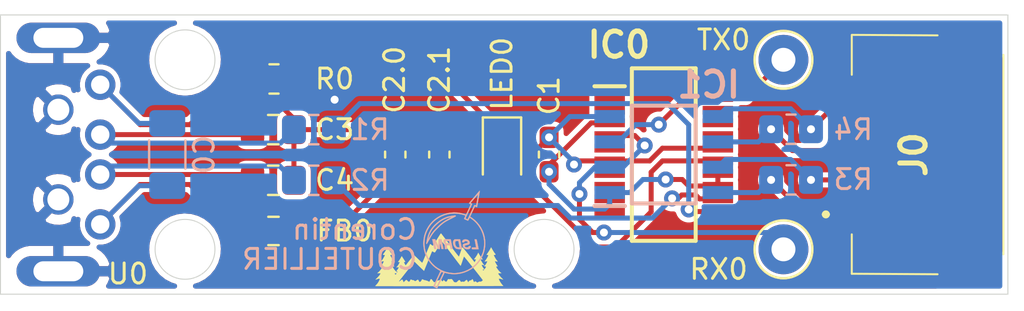
<source format=kicad_pcb>
(kicad_pcb (version 20171130) (host pcbnew "(5.1.0)-1")

  (general
    (thickness 1.6)
    (drawings 9)
    (tracks 142)
    (zones 0)
    (modules 21)
    (nets 29)
  )

  (page A4)
  (layers
    (0 F.Cu signal)
    (31 B.Cu signal)
    (32 B.Adhes user)
    (33 F.Adhes user)
    (34 B.Paste user)
    (35 F.Paste user)
    (36 B.SilkS user)
    (37 F.SilkS user)
    (38 B.Mask user)
    (39 F.Mask user)
    (40 Dwgs.User user)
    (41 Cmts.User user)
    (42 Eco1.User user)
    (43 Eco2.User user)
    (44 Edge.Cuts user)
    (45 Margin user)
    (46 B.CrtYd user)
    (47 F.CrtYd user)
    (48 B.Fab user)
    (49 F.Fab user)
  )

  (setup
    (last_trace_width 0.25)
    (trace_clearance 0.2)
    (zone_clearance 0.254)
    (zone_45_only no)
    (trace_min 0)
    (via_size 0.8)
    (via_drill 0.4)
    (via_min_size 0.4)
    (via_min_drill 0.3)
    (uvia_size 0.3)
    (uvia_drill 0.1)
    (uvias_allowed no)
    (uvia_min_size 0.2)
    (uvia_min_drill 0.1)
    (edge_width 0.05)
    (segment_width 0.2)
    (pcb_text_width 0.3)
    (pcb_text_size 1.5 1.5)
    (mod_edge_width 0.12)
    (mod_text_size 1 1)
    (mod_text_width 0.15)
    (pad_size 1.524 1.524)
    (pad_drill 0.762)
    (pad_to_mask_clearance 0)
    (aux_axis_origin 0 0)
    (visible_elements 7FFFFFFF)
    (pcbplotparams
      (layerselection 0x010fc_ffffffff)
      (usegerberextensions false)
      (usegerberattributes true)
      (usegerberadvancedattributes true)
      (creategerberjobfile true)
      (excludeedgelayer true)
      (linewidth 0.100000)
      (plotframeref false)
      (viasonmask false)
      (mode 1)
      (useauxorigin false)
      (hpglpennumber 1)
      (hpglpenspeed 20)
      (hpglpendiameter 15.000000)
      (psnegative false)
      (psa4output false)
      (plotreference true)
      (plotvalue true)
      (plotinvisibletext false)
      (padsonsilk false)
      (subtractmaskfromsilk false)
      (outputformat 1)
      (mirror false)
      (drillshape 0)
      (scaleselection 1)
      (outputdirectory "grb/"))
  )

  (net 0 "")
  (net 1 "Net-(C0-Pad1)")
  (net 2 GND)
  (net 3 /3.3V)
  (net 4 /5V)
  (net 5 /D+)
  (net 6 /D-)
  (net 7 "Net-(IC0-Pad1)")
  (net 8 "Net-(IC0-Pad2)")
  (net 9 "Net-(IC0-Pad4)")
  (net 10 "Net-(IC0-Pad5)")
  (net 11 "Net-(IC0-Pad7)")
  (net 12 "Net-(IC0-Pad8)")
  (net 13 "Net-(IC0-Pad9)")
  (net 14 "Net-(IC0-Pad10)")
  (net 15 "Net-(IC0-Pad11)")
  (net 16 "Net-(IC0-Pad12)")
  (net 17 "Net-(IC0-Pad17)")
  (net 18 "Net-(IC0-Pad18)")
  (net 19 "Net-(IC0-Pad19)")
  (net 20 "Net-(IC0-Pad20)")
  (net 21 "Net-(IC1-Pad5)")
  (net 22 "Net-(IC1-Pad6)")
  (net 23 "Net-(LED0-Pad1)")
  (net 24 /SHIELD)
  (net 25 "Net-(IC1-Pad7)")
  (net 26 "Net-(IC1-Pad8)")
  (net 27 "Net-(J0-PadMP1)")
  (net 28 "Net-(J0-PadMP2)")

  (net_class Default "This is the default net class."
    (clearance 0.2)
    (trace_width 0.25)
    (via_dia 0.8)
    (via_drill 0.4)
    (uvia_dia 0.3)
    (uvia_drill 0.1)
    (add_net /3.3V)
    (add_net /5V)
    (add_net /D+)
    (add_net /D-)
    (add_net /SHIELD)
    (add_net GND)
    (add_net "Net-(C0-Pad1)")
    (add_net "Net-(IC0-Pad1)")
    (add_net "Net-(IC0-Pad10)")
    (add_net "Net-(IC0-Pad11)")
    (add_net "Net-(IC0-Pad12)")
    (add_net "Net-(IC0-Pad17)")
    (add_net "Net-(IC0-Pad18)")
    (add_net "Net-(IC0-Pad19)")
    (add_net "Net-(IC0-Pad2)")
    (add_net "Net-(IC0-Pad20)")
    (add_net "Net-(IC0-Pad4)")
    (add_net "Net-(IC0-Pad5)")
    (add_net "Net-(IC0-Pad7)")
    (add_net "Net-(IC0-Pad8)")
    (add_net "Net-(IC0-Pad9)")
    (add_net "Net-(IC1-Pad5)")
    (add_net "Net-(IC1-Pad6)")
    (add_net "Net-(IC1-Pad7)")
    (add_net "Net-(IC1-Pad8)")
    (add_net "Net-(J0-PadMP1)")
    (add_net "Net-(J0-PadMP2)")
    (add_net "Net-(LED0-Pad1)")
  )

  (module SamacSys_Parts:2053380004 (layer F.Cu) (tedit 65FC30B9) (tstamp 65FC7FAC)
    (at 152.5 96 270)
    (descr 205338-0004-1)
    (tags Connector)
    (path /65FC8BC7)
    (attr smd)
    (fp_text reference J0 (at 0 -3.025 270) (layer F.SilkS)
      (effects (font (size 1.27 1.27) (thickness 0.254)))
    )
    (fp_text value 205338-0004 (at 0 -3.025 270) (layer F.SilkS) hide
      (effects (font (size 1.27 1.27) (thickness 0.254)))
    )
    (fp_arc (start 3 1.375) (end 3 1.475) (angle -180) (layer F.SilkS) (width 0.2))
    (fp_arc (start 3 1.375) (end 3 1.275) (angle -180) (layer F.SilkS) (width 0.2))
    (fp_line (start 3 1.475) (end 3 1.475) (layer F.SilkS) (width 0.2))
    (fp_line (start 3 1.275) (end 3 1.275) (layer F.SilkS) (width 0.2))
    (fp_line (start -5.975 0.075) (end -4 0.075) (layer F.SilkS) (width 0.1))
    (fp_line (start -5.975 -4.225) (end -6 0.075) (layer F.SilkS) (width 0.1))
    (fp_line (start 5.975 0.075) (end 4 0.075) (layer F.SilkS) (width 0.1))
    (fp_line (start 6 -4.225) (end 5.975 0.075) (layer F.SilkS) (width 0.1))
    (fp_line (start -5 -7.525) (end 5 -7.525) (layer F.SilkS) (width 0.1))
    (fp_line (start -7.57 1) (end -7.57 -8.525) (layer F.CrtYd) (width 0.1))
    (fp_line (start 7.57 1) (end -7.57 1) (layer F.CrtYd) (width 0.1))
    (fp_line (start 7.57 -8.525) (end 7.57 1) (layer F.CrtYd) (width 0.1))
    (fp_line (start -7.57 -8.525) (end 7.57 -8.525) (layer F.CrtYd) (width 0.1))
    (fp_line (start -5.975 0.075) (end -5.975 -7.525) (layer F.Fab) (width 0.2))
    (fp_line (start 5.975 0.075) (end -5.975 0.075) (layer F.Fab) (width 0.2))
    (fp_line (start 5.975 -7.525) (end 5.975 0.075) (layer F.Fab) (width 0.2))
    (fp_line (start -5.975 -7.525) (end 5.975 -7.525) (layer F.Fab) (width 0.2))
    (fp_text user %R (at 0 -3.025 270) (layer F.Fab)
      (effects (font (size 1.27 1.27) (thickness 0.254)))
    )
    (pad MP2 smd rect (at -5.895 -5.975 270) (size 1.35 2.9) (layers F.Cu F.Paste F.Mask)
      (net 28 "Net-(J0-PadMP2)"))
    (pad MP1 smd rect (at 5.895 -5.975 270) (size 1.35 2.9) (layers F.Cu F.Paste F.Mask)
      (net 27 "Net-(J0-PadMP1)"))
    (pad 4 smd rect (at -3 0 270) (size 1.1 1.45) (layers F.Cu F.Paste F.Mask)
      (net 21 "Net-(IC1-Pad5)"))
    (pad 3 smd rect (at -1 0 270) (size 1.1 1.45) (layers F.Cu F.Paste F.Mask)
      (net 22 "Net-(IC1-Pad6)"))
    (pad 2 smd rect (at 1 0 270) (size 1.1 1.45) (layers F.Cu F.Paste F.Mask)
      (net 25 "Net-(IC1-Pad7)"))
    (pad 1 smd rect (at 3 0 270) (size 1.1 1.45) (layers F.Cu F.Paste F.Mask)
      (net 26 "Net-(IC1-Pad8)"))
    (model C:\Users\cc268161\Documents\Cartes\lib\SamacSys_Parts.3dshapes\205338-0004.stp
      (at (xyz 0 0 0))
      (scale (xyz 1 1 1))
      (rotate (xyz 0 0 0))
    )
  )

  (module Resistor_SMD:R_0805_2012Metric_Pad1.20x1.40mm_HandSolder (layer B.Cu) (tedit 5F68FEEE) (tstamp 63F6C491)
    (at 149.38 97.27)
    (descr "Resistor SMD 0805 (2012 Metric), square (rectangular) end terminal, IPC_7351 nominal with elongated pad for handsoldering. (Body size source: IPC-SM-782 page 72, https://www.pcb-3d.com/wordpress/wp-content/uploads/ipc-sm-782a_amendment_1_and_2.pdf), generated with kicad-footprint-generator")
    (tags "resistor handsolder")
    (path /633B39CA)
    (attr smd)
    (fp_text reference R3 (at 3.12 -0.02) (layer B.SilkS)
      (effects (font (size 1 1) (thickness 0.15)) (justify mirror))
    )
    (fp_text value 120 (at 0 -1.65) (layer B.Fab)
      (effects (font (size 1 1) (thickness 0.15)) (justify mirror))
    )
    (fp_line (start 1.85 -0.95) (end -1.85 -0.95) (layer B.CrtYd) (width 0.05))
    (fp_line (start 1.85 0.95) (end 1.85 -0.95) (layer B.CrtYd) (width 0.05))
    (fp_line (start -1.85 0.95) (end 1.85 0.95) (layer B.CrtYd) (width 0.05))
    (fp_line (start -1.85 -0.95) (end -1.85 0.95) (layer B.CrtYd) (width 0.05))
    (fp_line (start -0.227064 -0.735) (end 0.227064 -0.735) (layer B.SilkS) (width 0.12))
    (fp_line (start -0.227064 0.735) (end 0.227064 0.735) (layer B.SilkS) (width 0.12))
    (fp_line (start 1 -0.625) (end -1 -0.625) (layer B.Fab) (width 0.1))
    (fp_line (start 1 0.625) (end 1 -0.625) (layer B.Fab) (width 0.1))
    (fp_line (start -1 0.625) (end 1 0.625) (layer B.Fab) (width 0.1))
    (fp_line (start -1 -0.625) (end -1 0.625) (layer B.Fab) (width 0.1))
    (fp_text user %R (at 0 0) (layer B.Fab)
      (effects (font (size 0.5 0.5) (thickness 0.08)) (justify mirror))
    )
    (pad 2 smd roundrect (at 1 0) (size 1.2 1.4) (layers B.Cu B.Paste B.Mask) (roundrect_rratio 0.2083325)
      (net 25 "Net-(IC1-Pad7)"))
    (pad 1 smd roundrect (at -1 0) (size 1.2 1.4) (layers B.Cu B.Paste B.Mask) (roundrect_rratio 0.2083325)
      (net 26 "Net-(IC1-Pad8)"))
    (model ${KISYS3DMOD}/Resistor_SMD.3dshapes/R_0805_2012Metric.wrl
      (at (xyz 0 0 0))
      (scale (xyz 1 1 1))
      (rotate (xyz 0 0 0))
    )
  )

  (module Logos:LSDRM (layer B.Cu) (tedit 63F69626) (tstamp 63F6F432)
    (at 132.5 100.25 180)
    (fp_text reference G*** (at 0 0) (layer B.SilkS) hide
      (effects (font (size 1.524 1.524) (thickness 0.3)) (justify mirror))
    )
    (fp_text value LOGO (at 0.75 0) (layer B.SilkS) hide
      (effects (font (size 1.524 1.524) (thickness 0.3)) (justify mirror))
    )
    (fp_poly (pts (xy 0.002814 1.196593) (xy 0.052432 1.190329) (xy 0.111784 1.180984) (xy 0.175875 1.169456)
      (xy 0.239709 1.156642) (xy 0.298289 1.143437) (xy 0.345129 1.131174) (xy 0.47579 1.083923)
      (xy 0.607636 1.018088) (xy 0.738427 0.935111) (xy 0.865927 0.836439) (xy 0.987894 0.723514)
      (xy 1.00652 0.704454) (xy 1.113762 0.580902) (xy 1.201812 0.452327) (xy 1.271451 0.317439)
      (xy 1.319532 0.18796) (xy 1.332622 0.142424) (xy 1.346599 0.088647) (xy 1.360718 0.030134)
      (xy 1.374237 -0.02961) (xy 1.386412 -0.087078) (xy 1.396499 -0.138765) (xy 1.403754 -0.181167)
      (xy 1.407436 -0.210776) (xy 1.406897 -0.223944) (xy 1.392304 -0.233216) (xy 1.374201 -0.223882)
      (xy 1.371494 -0.22098) (xy 1.363572 -0.208742) (xy 1.347415 -0.181377) (xy 1.324559 -0.141575)
      (xy 1.296542 -0.092026) (xy 1.2649 -0.035419) (xy 1.246633 -0.002476) (xy 1.193884 0.091556)
      (xy 1.147361 0.170805) (xy 1.104467 0.238793) (xy 1.062606 0.299038) (xy 1.01918 0.355064)
      (xy 0.971591 0.410391) (xy 0.917242 0.46854) (xy 0.853537 0.533031) (xy 0.846366 0.540149)
      (xy 0.765869 0.619115) (xy 0.695676 0.685603) (xy 0.632335 0.742091) (xy 0.572393 0.791056)
      (xy 0.5124 0.834977) (xy 0.448904 0.876333) (xy 0.378453 0.917601) (xy 0.297595 0.96126)
      (xy 0.20288 1.009788) (xy 0.16764 1.027471) (xy 0.105013 1.059049) (xy 0.048004 1.088301)
      (xy -0.000282 1.113589) (xy 0.151026 1.113589) (xy 0.152647 1.109189) (xy 0.166302 1.099816)
      (xy 0.193626 1.084275) (xy 0.236252 1.06137) (xy 0.27432 1.041236) (xy 0.369347 0.989659)
      (xy 0.453511 0.940395) (xy 0.530186 0.890867) (xy 0.602742 0.8385) (xy 0.674553 0.780717)
      (xy 0.748991 0.714943) (xy 0.829428 0.638601) (xy 0.919237 0.549116) (xy 0.921177 0.54715)
      (xy 0.990669 0.474863) (xy 1.04849 0.409966) (xy 1.09875 0.347049) (xy 1.145562 0.280706)
      (xy 1.193037 0.205527) (xy 1.234336 0.135251) (xy 1.259992 0.091081) (xy 1.281903 0.054268)
      (xy 1.298199 0.027888) (xy 1.307008 0.015016) (xy 1.307981 0.014276) (xy 1.306472 0.024489)
      (xy 1.300386 0.050238) (xy 1.290721 0.087516) (xy 1.279726 0.127832) (xy 1.242439 0.239349)
      (xy 1.193863 0.349947) (xy 1.137307 0.452763) (xy 1.087761 0.525839) (xy 1.040704 0.583002)
      (xy 0.981336 0.647061) (xy 0.914243 0.713625) (xy 0.844009 0.778304) (xy 0.775221 0.836705)
      (xy 0.715534 0.88227) (xy 0.621104 0.943166) (xy 0.519141 0.998017) (xy 0.414411 1.044787)
      (xy 0.311687 1.081435) (xy 0.215736 1.105925) (xy 0.177356 1.112262) (xy 0.159807 1.114215)
      (xy 0.151026 1.113589) (xy -0.000282 1.113589) (xy -0.000714 1.113815) (xy -0.01715 1.12268)
      (xy 0.11176 1.12268) (xy 0.11684 1.1176) (xy 0.12192 1.12268) (xy 0.11684 1.12776)
      (xy 0.11176 1.12268) (xy -0.01715 1.12268) (xy -0.038467 1.134177) (xy -0.06258 1.147973)
      (xy -0.06997 1.153025) (xy -0.080696 1.172262) (xy -0.073406 1.187974) (xy -0.050389 1.197389)
      (xy -0.032073 1.19888) (xy 0.002814 1.196593)) (layer B.SilkS) (width 0.01))
    (fp_poly (pts (xy 1.071989 0.009657) (xy 1.094082 0.007497) (xy 1.103554 0.00271) (xy 1.104248 -0.005677)
      (xy 1.103744 -0.00762) (xy 1.100293 -0.022619) (xy 1.093566 -0.05429) (xy 1.084235 -0.099374)
      (xy 1.072974 -0.154609) (xy 1.060456 -0.216736) (xy 1.057065 -0.23368) (xy 1.0443 -0.297468)
      (xy 1.03263 -0.355598) (xy 1.022731 -0.404711) (xy 1.015282 -0.441447) (xy 1.01096 -0.462444)
      (xy 1.010452 -0.46482) (xy 1.00484 -0.478608) (xy 0.992121 -0.48542) (xy 0.966625 -0.487587)
      (xy 0.954846 -0.48768) (xy 0.925967 -0.486304) (xy 0.90773 -0.48279) (xy 0.904416 -0.48006)
      (xy 0.906442 -0.468038) (xy 0.911938 -0.43957) (xy 0.920219 -0.398101) (xy 0.930599 -0.347073)
      (xy 0.939278 -0.304948) (xy 0.950591 -0.249533) (xy 0.960073 -0.201569) (xy 0.967096 -0.164363)
      (xy 0.971031 -0.141217) (xy 0.971569 -0.135063) (xy 0.967189 -0.14322) (xy 0.956442 -0.16735)
      (xy 0.940555 -0.204577) (xy 0.920753 -0.252028) (xy 0.898265 -0.306827) (xy 0.897936 -0.307634)
      (xy 0.826696 -0.4826) (xy 0.774028 -0.48567) (xy 0.72136 -0.488741) (xy 0.720309 -0.30279)
      (xy 0.719258 -0.11684) (xy 0.644454 -0.4826) (xy 0.591467 -0.48567) (xy 0.561802 -0.486753)
      (xy 0.542573 -0.486234) (xy 0.53848 -0.485054) (xy 0.540423 -0.474527) (xy 0.545791 -0.447476)
      (xy 0.553894 -0.407274) (xy 0.564041 -0.357294) (xy 0.57554 -0.300911) (xy 0.5877 -0.241499)
      (xy 0.599831 -0.182431) (xy 0.611242 -0.12708) (xy 0.621241 -0.078822) (xy 0.629137 -0.04103)
      (xy 0.63424 -0.017076) (xy 0.635313 -0.012261) (xy 0.639458 -0.000256) (xy 0.648063 0.006433)
      (xy 0.665806 0.009014) (xy 0.697367 0.008694) (xy 0.714043 0.008059) (xy 0.7874 0.00508)
      (xy 0.79248 -0.159188) (xy 0.79449 -0.214845) (xy 0.796782 -0.263062) (xy 0.799142 -0.300317)
      (xy 0.801361 -0.323091) (xy 0.80264 -0.328473) (xy 0.80809 -0.321256) (xy 0.820189 -0.298161)
      (xy 0.837589 -0.261993) (xy 0.85894 -0.215553) (xy 0.882886 -0.161665) (xy 0.958053 0.01016)
      (xy 1.033431 0.01016) (xy 1.071989 0.009657)) (layer B.SilkS) (width 0.01))
    (fp_poly (pts (xy 0.446346 0.007041) (xy 0.481759 0.002406) (xy 0.505839 -0.006284) (xy 0.521569 -0.01997)
      (xy 0.531932 -0.03959) (xy 0.537661 -0.057612) (xy 0.542005 -0.108881) (xy 0.529551 -0.16111)
      (xy 0.502234 -0.207384) (xy 0.492922 -0.2176) (xy 0.473473 -0.238584) (xy 0.467011 -0.252561)
      (xy 0.471371 -0.266065) (xy 0.474969 -0.271763) (xy 0.482304 -0.287426) (xy 0.48456 -0.30825)
      (xy 0.481935 -0.33991) (xy 0.478258 -0.365452) (xy 0.473496 -0.40519) (xy 0.471759 -0.4401)
      (xy 0.47341 -0.462529) (xy 0.475901 -0.476849) (xy 0.471173 -0.484341) (xy 0.454829 -0.487215)
      (xy 0.423341 -0.48768) (xy 0.39119 -0.48597) (xy 0.367991 -0.481566) (xy 0.36063 -0.477439)
      (xy 0.359185 -0.463091) (xy 0.361141 -0.434498) (xy 0.366067 -0.39737) (xy 0.367201 -0.390431)
      (xy 0.373625 -0.346356) (xy 0.372877 -0.318474) (xy 0.36185 -0.30307) (xy 0.337434 -0.296428)
      (xy 0.296524 -0.294833) (xy 0.287213 -0.294795) (xy 0.259048 -0.294573) (xy 0.239912 -0.296278)
      (xy 0.227342 -0.303222) (xy 0.218872 -0.318715) (xy 0.212039 -0.346069) (xy 0.20438 -0.388595)
      (xy 0.200376 -0.41148) (xy 0.187788 -0.4826) (xy 0.13397 -0.48569) (xy 0.080152 -0.488781)
      (xy 0.08665 -0.454142) (xy 0.090585 -0.433924) (xy 0.097846 -0.39734) (xy 0.107721 -0.347941)
      (xy 0.119501 -0.289275) (xy 0.132476 -0.224892) (xy 0.136047 -0.207211) (xy 0.136857 -0.2032)
      (xy 0.242053 -0.2032) (xy 0.318409 -0.2032) (xy 0.358158 -0.202621) (xy 0.383225 -0.199836)
      (xy 0.399238 -0.19327) (xy 0.411824 -0.181346) (xy 0.416317 -0.175801) (xy 0.433458 -0.140002)
      (xy 0.434834 -0.117381) (xy 0.4318 -0.08636) (xy 0.34879 -0.083422) (xy 0.306629 -0.082094)
      (xy 0.280288 -0.084057) (xy 0.26527 -0.092756) (xy 0.257076 -0.111636) (xy 0.251206 -0.144142)
      (xy 0.248769 -0.16002) (xy 0.242053 -0.2032) (xy 0.136857 -0.2032) (xy 0.178944 0.00508)
      (xy 0.329589 0.0079) (xy 0.396617 0.008559) (xy 0.446346 0.007041)) (layer B.SilkS) (width 0.01))
    (fp_poly (pts (xy 0.01929 -0.031013) (xy 0.051151 -0.076925) (xy 0.066557 -0.133874) (xy 0.065434 -0.200876)
      (xy 0.047708 -0.276946) (xy 0.039438 -0.300599) (xy 0.015826 -0.350311) (xy -0.015567 -0.397923)
      (xy -0.050554 -0.438087) (xy -0.084949 -0.465454) (xy -0.092894 -0.469637) (xy -0.116409 -0.47665)
      (xy -0.152555 -0.482975) (xy -0.196775 -0.488313) (xy -0.244509 -0.492362) (xy -0.291199 -0.494821)
      (xy -0.332285 -0.495391) (xy -0.363209 -0.493769) (xy -0.379412 -0.489657) (xy -0.380429 -0.488604)
      (xy -0.380397 -0.475967) (xy -0.376696 -0.446322) (xy -0.369799 -0.402554) (xy -0.369127 -0.39871)
      (xy -0.26416 -0.39871) (xy -0.254705 -0.403836) (xy -0.228655 -0.405472) (xy -0.201728 -0.404326)
      (xy -0.16506 -0.400437) (xy -0.140808 -0.393101) (xy -0.121067 -0.378937) (xy -0.105856 -0.363321)
      (xy -0.077797 -0.323396) (xy -0.057428 -0.275891) (xy -0.045254 -0.225327) (xy -0.041781 -0.176225)
      (xy -0.047514 -0.133105) (xy -0.06296 -0.100488) (xy -0.075181 -0.089055) (xy -0.088423 -0.085874)
      (xy -0.113642 -0.083279) (xy -0.144281 -0.081536) (xy -0.173786 -0.080913) (xy -0.195599 -0.08168)
      (xy -0.203239 -0.08382) (xy -0.205151 -0.094122) (xy -0.210395 -0.120843) (xy -0.218276 -0.160481)
      (xy -0.2281 -0.209536) (xy -0.233719 -0.237469) (xy -0.244328 -0.29077) (xy -0.253328 -0.337202)
      (xy -0.260013 -0.373032) (xy -0.263679 -0.394529) (xy -0.26416 -0.39871) (xy -0.369127 -0.39871)
      (xy -0.360182 -0.347548) (xy -0.348317 -0.284188) (xy -0.339418 -0.238858) (xy -0.291678 0)
      (xy -0.011724 0) (xy 0.01929 -0.031013)) (layer B.SilkS) (width 0.01))
    (fp_poly (pts (xy -0.495205 -0.006428) (xy -0.447053 -0.025332) (xy -0.414425 -0.056144) (xy -0.398081 -0.098292)
      (xy -0.39624 -0.121415) (xy -0.397353 -0.139902) (xy -0.404222 -0.149025) (xy -0.422149 -0.15209)
      (xy -0.445939 -0.1524) (xy -0.476307 -0.151239) (xy -0.492353 -0.145988) (xy -0.500025 -0.133998)
      (xy -0.501898 -0.127455) (xy -0.516749 -0.105304) (xy -0.544189 -0.092328) (xy -0.578694 -0.088498)
      (xy -0.614739 -0.093783) (xy -0.646799 -0.108154) (xy -0.667372 -0.128359) (xy -0.674429 -0.150056)
      (xy -0.663599 -0.167777) (xy -0.634073 -0.182212) (xy -0.591814 -0.192778) (xy -0.534524 -0.206099)
      (xy -0.486445 -0.22158) (xy -0.451547 -0.237766) (xy -0.436078 -0.249886) (xy -0.427576 -0.271869)
      (xy -0.424584 -0.305117) (xy -0.42703 -0.341357) (xy -0.434845 -0.372317) (xy -0.437165 -0.377382)
      (xy -0.471678 -0.425031) (xy -0.518564 -0.462811) (xy -0.562907 -0.482878) (xy -0.625194 -0.494681)
      (xy -0.689023 -0.495352) (xy -0.73716 -0.486986) (xy -0.778638 -0.465134) (xy -0.807038 -0.428648)
      (xy -0.820379 -0.381632) (xy -0.825603 -0.33528) (xy -0.774583 -0.33528) (xy -0.74382 -0.336335)
      (xy -0.72744 -0.341265) (xy -0.719543 -0.352713) (xy -0.717098 -0.361039) (xy -0.70203 -0.384722)
      (xy -0.674571 -0.39893) (xy -0.639796 -0.404229) (xy -0.602779 -0.401187) (xy -0.568595 -0.390374)
      (xy -0.542319 -0.372357) (xy -0.529026 -0.347703) (xy -0.52832 -0.339907) (xy -0.530474 -0.324993)
      (xy -0.539047 -0.313401) (xy -0.557211 -0.303589) (xy -0.588135 -0.294011) (xy -0.634989 -0.283123)
      (xy -0.652547 -0.279386) (xy -0.706009 -0.264838) (xy -0.741885 -0.246138) (xy -0.762836 -0.220873)
      (xy -0.771522 -0.186628) (xy -0.77216 -0.170845) (xy -0.762928 -0.116655) (xy -0.736577 -0.070904)
      (xy -0.695132 -0.035206) (xy -0.640613 -0.011175) (xy -0.575044 -0.000424) (xy -0.558122 0)
      (xy -0.495205 -0.006428)) (layer B.SilkS) (width 0.01))
    (fp_poly (pts (xy -1.0217 -0.027414) (xy -1.025351 -0.046564) (xy -1.032075 -0.081757) (xy -1.041123 -0.129076)
      (xy -1.051747 -0.184605) (xy -1.060655 -0.23114) (xy -1.094207 -0.4064) (xy -0.983984 -0.4064)
      (xy -0.935573 -0.406576) (xy -0.903928 -0.407596) (xy -0.885495 -0.410199) (xy -0.876721 -0.415123)
      (xy -0.874052 -0.423104) (xy -0.873899 -0.42926) (xy -0.876783 -0.458684) (xy -0.880164 -0.47498)
      (xy -0.883066 -0.483436) (xy -0.888531 -0.489498) (xy -0.899566 -0.493565) (xy -0.919177 -0.496034)
      (xy -0.950371 -0.497304) (xy -0.996155 -0.497773) (xy -1.052745 -0.49784) (xy -1.108281 -0.4974)
      (xy -1.155897 -0.496185) (xy -1.192247 -0.494348) (xy -1.213984 -0.492042) (xy -1.218711 -0.49022)
      (xy -1.216643 -0.478518) (xy -1.211095 -0.449741) (xy -1.20263 -0.406729) (xy -1.191809 -0.35232)
      (xy -1.179192 -0.289355) (xy -1.170023 -0.24384) (xy -1.121824 -0.00508) (xy -1.016298 0.001052)
      (xy -1.0217 -0.027414)) (layer B.SilkS) (width 0.01))
    (fp_poly (pts (xy -1.263582 2.435096) (xy -1.25448 2.424495) (xy -1.238713 2.40461) (xy -1.217177 2.379312)
      (xy -1.212131 2.373606) (xy -1.191832 2.350449) (xy -1.162681 2.316698) (xy -1.128917 2.277303)
      (xy -1.094776 2.237214) (xy -1.064496 2.201382) (xy -1.054716 2.189712) (xy -1.035207 2.16665)
      (xy -1.015554 2.14376) (xy -0.996926 2.122098) (xy -0.971523 2.092371) (xy -0.951439 2.068773)
      (xy -0.927785 2.041038) (xy -0.908514 2.018647) (xy -0.899015 2.007813) (xy -0.876244 1.982029)
      (xy -0.848344 1.949483) (xy -0.818189 1.913651) (xy -0.788651 1.87801) (xy -0.762604 1.846038)
      (xy -0.74292 1.82121) (xy -0.732472 1.807003) (xy -0.731521 1.805103) (xy -0.739764 1.797214)
      (xy -0.760711 1.784358) (xy -0.774701 1.776958) (xy -0.800682 1.763629) (xy -0.817771 1.754433)
      (xy -0.821082 1.752384) (xy -0.817618 1.743114) (xy -0.806853 1.718324) (xy -0.790114 1.680889)
      (xy -0.768727 1.633685) (xy -0.744022 1.579589) (xy -0.717324 1.521477) (xy -0.689961 1.462225)
      (xy -0.663261 1.404708) (xy -0.63855 1.351803) (xy -0.617157 1.306387) (xy -0.600409 1.271335)
      (xy -0.589633 1.249523) (xy -0.586261 1.243577) (xy -0.5764 1.245815) (xy -0.551345 1.253242)
      (xy -0.515174 1.264612) (xy -0.482499 1.275212) (xy -0.31569 1.319513) (xy -0.146035 1.344478)
      (xy 0.024697 1.350526) (xy 0.194737 1.338081) (xy 0.362313 1.307562) (xy 0.525658 1.25939)
      (xy 0.683 1.193987) (xy 0.83257 1.111774) (xy 0.972599 1.013171) (xy 1.101315 0.8986)
      (xy 1.101557 0.898358) (xy 1.208413 0.778449) (xy 1.304155 0.644677) (xy 1.38666 0.500857)
      (xy 1.453806 0.350809) (xy 1.503469 0.19835) (xy 1.513531 0.157589) (xy 1.543082 -0.014336)
      (xy 1.553652 -0.187987) (xy 1.545464 -0.361042) (xy 1.518741 -0.531178) (xy 1.473704 -0.696072)
      (xy 1.418469 -0.836383) (xy 1.34809 -0.971479) (xy 1.263424 -1.10105) (xy 1.166983 -1.222293)
      (xy 1.061279 -1.332404) (xy 0.948825 -1.428579) (xy 0.83213 -1.508016) (xy 0.800504 -1.526076)
      (xy 0.763162 -1.546815) (xy 0.731753 -1.564794) (xy 0.711249 -1.577144) (xy 0.707197 -1.57988)
      (xy 0.705368 -1.585915) (xy 0.707871 -1.59932) (xy 0.715323 -1.621529) (xy 0.72834 -1.653981)
      (xy 0.747538 -1.698111) (xy 0.773536 -1.755357) (xy 0.806948 -1.827156) (xy 0.848392 -1.914945)
      (xy 0.87506 -1.97104) (xy 0.91398 -2.052895) (xy 0.950043 -2.129015) (xy 0.982337 -2.197455)
      (xy 1.009952 -2.256268) (xy 1.031974 -2.303511) (xy 1.047493 -2.337239) (xy 1.055595 -2.355506)
      (xy 1.056582 -2.358208) (xy 1.048057 -2.363992) (xy 1.025571 -2.375669) (xy 0.993817 -2.391071)
      (xy 0.957489 -2.408032) (xy 0.921278 -2.424386) (xy 0.889878 -2.437968) (xy 0.867982 -2.446609)
      (xy 0.860852 -2.44856) (xy 0.855659 -2.439689) (xy 0.842723 -2.414352) (xy 0.822972 -2.374456)
      (xy 0.797335 -2.32191) (xy 0.766742 -2.258623) (xy 0.732121 -2.186504) (xy 0.694401 -2.107463)
      (xy 0.67517 -2.066997) (xy 0.636124 -1.985019) (xy 0.59957 -1.908832) (xy 0.566458 -1.84038)
      (xy 0.537744 -1.781608) (xy 0.514379 -1.734461) (xy 0.497316 -1.700883) (xy 0.487507 -1.682819)
      (xy 0.485666 -1.680235) (xy 0.471992 -1.680014) (xy 0.445587 -1.684913) (xy 0.422435 -1.690971)
      (xy 0.337677 -1.71155) (xy 0.240543 -1.728415) (xy 0.138801 -1.740526) (xy 0.040218 -1.746843)
      (xy 0.000263 -1.74752) (xy -0.173422 -1.737624) (xy -0.344577 -1.708471) (xy -0.511254 -1.660861)
      (xy -0.671507 -1.595594) (xy -0.823388 -1.513471) (xy -0.96495 -1.415293) (xy -1.094246 -1.301858)
      (xy -1.101558 -1.294597) (xy -1.208414 -1.174688) (xy -1.304156 -1.040916) (xy -1.386661 -0.897096)
      (xy -1.453807 -0.747048) (xy -1.50347 -0.594589) (xy -1.513532 -0.553828) (xy -1.543083 -0.381903)
      (xy -1.552232 -0.231595) (xy -1.497044 -0.231595) (xy -1.48291 -0.40527) (xy -1.448823 -0.580058)
      (xy -1.436893 -0.62484) (xy -1.414732 -0.690825) (xy -1.383142 -0.767498) (xy -1.344902 -0.849303)
      (xy -1.302794 -0.930685) (xy -1.259595 -1.006088) (xy -1.218087 -1.069957) (xy -1.205565 -1.08712)
      (xy -1.090879 -1.222501) (xy -0.963979 -1.341887) (xy -0.825831 -1.44474) (xy -0.677405 -1.530525)
      (xy -0.519669 -1.598704) (xy -0.35359 -1.648743) (xy -0.180136 -1.680103) (xy -0.125034 -1.685947)
      (xy -0.082956 -1.689678) (xy -0.047621 -1.692807) (xy -0.024679 -1.694833) (xy -0.02032 -1.695216)
      (xy -0.004524 -1.694914) (xy 0.0268 -1.693087) (xy 0.068942 -1.690044) (xy 0.11176 -1.686559)
      (xy 0.237353 -1.67132) (xy 0.551049 -1.67132) (xy 0.671402 -1.92532) (xy 0.705915 -1.998126)
      (xy 0.74028 -2.070563) (xy 0.772731 -2.138912) (xy 0.801503 -2.199456) (xy 0.82483 -2.248478)
      (xy 0.838936 -2.278057) (xy 0.886118 -2.376794) (xy 0.920483 -2.362435) (xy 0.947455 -2.35056)
      (xy 0.967567 -2.340678) (xy 0.968951 -2.339898) (xy 0.970938 -2.334) (xy 0.968264 -2.320113)
      (xy 0.960314 -2.29679) (xy 0.946474 -2.262583) (xy 0.926129 -2.216044) (xy 0.898665 -2.155727)
      (xy 0.863468 -2.080184) (xy 0.819924 -1.987968) (xy 0.816713 -1.9812) (xy 0.773666 -1.890423)
      (xy 0.738384 -1.8164) (xy 0.70977 -1.757597) (xy 0.686729 -1.712481) (xy 0.668162 -1.679519)
      (xy 0.652974 -1.657179) (xy 0.640067 -1.643928) (xy 0.628345 -1.638232) (xy 0.61671 -1.63856)
      (xy 0.604067 -1.643378) (xy 0.589317 -1.651154) (xy 0.582976 -1.654542) (xy 0.551049 -1.67132)
      (xy 0.237353 -1.67132) (xy 0.253977 -1.669303) (xy 0.384014 -1.642065) (xy 0.508284 -1.603056)
      (xy 0.633201 -1.55049) (xy 0.67743 -1.528976) (xy 0.82888 -1.442368) (xy 0.965589 -1.341826)
      (xy 1.087826 -1.227079) (xy 1.195857 -1.097857) (xy 1.289949 -0.953889) (xy 1.340711 -0.85852)
      (xy 1.402255 -0.719615) (xy 1.447283 -0.585307) (xy 1.477038 -0.450315) (xy 1.492762 -0.30936)
      (xy 1.496095 -0.19812) (xy 1.489654 -0.045983) (xy 1.469508 0.096075) (xy 1.434425 0.233303)
      (xy 1.383173 0.370949) (xy 1.341024 0.46228) (xy 1.254467 0.616211) (xy 1.153988 0.755348)
      (xy 1.039618 0.87966) (xy 0.911387 0.989119) (xy 0.769326 1.083693) (xy 0.638862 1.151828)
      (xy 0.474111 1.217615) (xy 0.306763 1.263252) (xy 0.136879 1.288736) (xy -0.035479 1.294063)
      (xy -0.21025 1.279229) (xy -0.387372 1.24423) (xy -0.46455 1.222887) (xy -0.503095 1.210515)
      (xy -0.533661 1.199195) (xy -0.551361 1.190796) (xy -0.55367 1.188802) (xy -0.552002 1.176156)
      (xy -0.542706 1.150325) (xy -0.527596 1.116112) (xy -0.52141 1.103332) (xy -0.504705 1.068183)
      (xy -0.492939 1.040703) (xy -0.487948 1.025299) (xy -0.48817 1.023553) (xy -0.502178 1.015867)
      (xy -0.52904 1.002881) (xy -0.563845 0.986788) (xy -0.601686 0.969785) (xy -0.637651 0.954067)
      (xy -0.666831 0.94183) (xy -0.684317 0.93527) (xy -0.68681 0.93472) (xy -0.695838 0.943293)
      (xy -0.710399 0.966115) (xy -0.727825 0.998846) (xy -0.733765 1.011115) (xy -0.769876 1.08751)
      (xy -0.844678 1.03699) (xy -0.981236 0.932697) (xy -1.103542 0.813952) (xy -1.211438 0.68094)
      (xy -1.30477 0.533844) (xy -1.355299 0.435554) (xy -1.42035 0.274543) (xy -1.465701 0.109133)
      (xy -1.491286 -0.059853) (xy -1.497044 -0.231595) (xy -1.552232 -0.231595) (xy -1.553653 -0.208252)
      (xy -1.545465 -0.035197) (xy -1.518742 0.134939) (xy -1.473705 0.299833) (xy -1.41847 0.440144)
      (xy -1.341264 0.587215) (xy -1.247876 0.726713) (xy -1.140655 0.855899) (xy -1.021952 0.972037)
      (xy -0.894116 1.072389) (xy -0.851371 1.100908) (xy -0.793421 1.137943) (xy -0.833591 1.224292)
      (xy -0.858113 1.27688) (xy -0.885839 1.336147) (xy -0.911294 1.390396) (xy -0.9144 1.397)
      (xy -0.939085 1.44958) (xy -0.96685 1.508909) (xy -0.992226 1.563302) (xy -0.995381 1.57008)
      (xy -1.035721 1.656799) (xy -1.076256 1.63612) (xy -1.104557 1.622485) (xy -1.124052 1.617375)
      (xy -1.137177 1.623191) (xy -1.14637 1.64233) (xy -1.154067 1.677191) (xy -1.161033 1.71958)
      (xy -1.16869 1.766976) (xy -1.179293 1.831044) (xy -1.192276 1.908444) (xy -1.207072 1.995835)
      (xy -1.223113 2.089876) (xy -1.239834 2.187226) (xy -1.249423 2.242666) (xy -1.184357 2.242666)
      (xy -1.183881 2.231663) (xy -1.180207 2.203185) (xy -1.173729 2.159757) (xy -1.164842 2.103902)
      (xy -1.153938 2.038145) (xy -1.141412 1.965013) (xy -1.138032 1.94564) (xy -1.128509 1.891084)
      (xy -1.119149 1.83718) (xy -1.11114 1.79078) (xy -1.106393 1.763018) (xy -1.100438 1.73042)
      (xy -1.095367 1.707078) (xy -1.092709 1.698922) (xy -1.082181 1.700327) (xy -1.059936 1.70794)
      (xy -1.05086 1.711598) (xy -1.025266 1.719904) (xy -1.007917 1.721181) (xy -1.005274 1.719814)
      (xy -0.999506 1.709141) (xy -0.986136 1.6821) (xy -0.966142 1.640743) (xy -0.940504 1.587119)
      (xy -0.910202 1.52328) (xy -0.876216 1.451276) (xy -0.839525 1.373159) (xy -0.832846 1.3589)
      (xy -0.795996 1.280315) (xy -0.761888 1.207811) (xy -0.731467 1.14338) (xy -0.705677 1.089012)
      (xy -0.685463 1.046697) (xy -0.67177 1.018426) (xy -0.665542 1.006189) (xy -0.665277 1.00584)
      (xy -0.65556 1.009598) (xy -0.632876 1.019292) (xy -0.611458 1.0287) (xy -0.559909 1.05156)
      (xy -0.726995 1.406748) (xy -0.764162 1.486056) (xy -0.798455 1.559805) (xy -0.828934 1.625932)
      (xy -0.854659 1.682371) (xy -0.87469 1.727057) (xy -0.888086 1.757924) (xy -0.893908 1.772907)
      (xy -0.89408 1.773815) (xy -0.885635 1.785476) (xy -0.86513 1.797668) (xy -0.863383 1.798411)
      (xy -0.83649 1.811949) (xy -0.827682 1.825182) (xy -0.835248 1.842402) (xy -0.842342 1.851212)
      (xy -0.864531 1.877062) (xy -0.881448 1.896794) (xy -0.93448 1.958543) (xy -0.986478 2.018784)
      (xy -1.035777 2.075616) (xy -1.080711 2.127139) (xy -1.119614 2.171449) (xy -1.150823 2.206647)
      (xy -1.172671 2.230831) (xy -1.183494 2.242099) (xy -1.184357 2.242666) (xy -1.249423 2.242666)
      (xy -1.256667 2.284543) (xy -1.265454 2.335044) (xy -1.27354 2.387805) (xy -1.275974 2.42165)
      (xy -1.272681 2.437205) (xy -1.263582 2.435096)) (layer B.SilkS) (width 0.01))
  )

  (module Logos:Mountain (layer F.Cu) (tedit 63F69368) (tstamp 63F6F130)
    (at 131.75 101.25)
    (fp_text reference G*** (at 0 0) (layer F.SilkS) hide
      (effects (font (size 1.524 1.524) (thickness 0.3)))
    )
    (fp_text value LOGO (at 0.75 0) (layer F.SilkS) hide
      (effects (font (size 1.524 1.524) (thickness 0.3)))
    )
    (fp_poly (pts (xy 0.084491 -1.295508) (xy 0.09732 -1.280472) (xy 0.128191 -1.241076) (xy 0.174955 -1.180151)
      (xy 0.235465 -1.100528) (xy 0.307575 -1.005039) (xy 0.389136 -0.896515) (xy 0.478003 -0.777788)
      (xy 0.534639 -0.701889) (xy 0.626587 -0.579195) (xy 0.712487 -0.465852) (xy 0.790222 -0.364562)
      (xy 0.857672 -0.278028) (xy 0.91272 -0.208951) (xy 0.953247 -0.160032) (xy 0.977134 -0.133974)
      (xy 0.982685 -0.130509) (xy 0.992157 -0.150783) (xy 1.009638 -0.19699) (xy 1.032848 -0.262799)
      (xy 1.059508 -0.341877) (xy 1.0668 -0.364067) (xy 1.093955 -0.445538) (xy 1.118218 -0.515366)
      (xy 1.137319 -0.567232) (xy 1.14899 -0.594819) (xy 1.150545 -0.597254) (xy 1.163599 -0.587866)
      (xy 1.194719 -0.554931) (xy 1.241192 -0.501642) (xy 1.300303 -0.431196) (xy 1.369338 -0.346786)
      (xy 1.445583 -0.251607) (xy 1.464777 -0.22736) (xy 1.767219 0.155587) (xy 1.804899 0.082027)
      (xy 1.84258 0.008467) (xy 1.744628 -0.002109) (xy 1.810208 -0.089954) (xy 1.852688 -0.150943)
      (xy 1.892643 -0.214985) (xy 1.91322 -0.252345) (xy 1.950653 -0.326891) (xy 2.018112 -0.210012)
      (xy 2.0567 -0.146982) (xy 2.095623 -0.089631) (xy 2.127075 -0.049397) (xy 2.129687 -0.046566)
      (xy 2.173803 0) (xy 2.119835 0) (xy 2.0828 0.003108) (xy 2.065962 0.010657)
      (xy 2.065866 0.011331) (xy 2.074641 0.036284) (xy 2.09734 0.080001) (xy 2.128529 0.133461)
      (xy 2.162773 0.187639) (xy 2.194637 0.233513) (xy 2.214193 0.257567) (xy 2.257192 0.303467)
      (xy 2.193808 0.285966) (xy 2.151178 0.27686) (xy 2.124294 0.276055) (xy 2.121454 0.277434)
      (xy 2.122944 0.297076) (xy 2.138538 0.335293) (xy 2.163277 0.382667) (xy 2.192203 0.429781)
      (xy 2.220358 0.467217) (xy 2.222786 0.4699) (xy 2.258037 0.508) (xy 2.212752 0.508)
      (xy 2.17588 0.51463) (xy 2.170266 0.533227) (xy 2.191351 0.557542) (xy 2.207768 0.563219)
      (xy 2.228357 0.550879) (xy 2.258185 0.516355) (xy 2.284106 0.481187) (xy 2.317065 0.431528)
      (xy 2.33854 0.391989) (xy 2.344118 0.370758) (xy 2.343889 0.370305) (xy 2.321803 0.359125)
      (xy 2.291713 0.3556) (xy 2.248625 0.3556) (xy 2.296946 0.300413) (xy 2.327746 0.259283)
      (xy 2.35828 0.209088) (xy 2.383982 0.158849) (xy 2.400284 0.117587) (xy 2.402619 0.094322)
      (xy 2.401828 0.09325) (xy 2.381885 0.092104) (xy 2.343447 0.099763) (xy 2.3368 0.1016)
      (xy 2.291225 0.112166) (xy 2.275266 0.107392) (xy 2.287289 0.084992) (xy 2.308011 0.061323)
      (xy 2.335596 0.025509) (xy 2.368863 -0.026092) (xy 2.402604 -0.084197) (xy 2.431612 -0.13952)
      (xy 2.450681 -0.182779) (xy 2.455333 -0.201337) (xy 2.440854 -0.215462) (xy 2.413 -0.220133)
      (xy 2.38114 -0.222761) (xy 2.370667 -0.227789) (xy 2.379641 -0.244348) (xy 2.403401 -0.281251)
      (xy 2.437199 -0.331174) (xy 2.444754 -0.342089) (xy 2.487448 -0.406351) (xy 2.527682 -0.471618)
      (xy 2.55628 -0.522886) (xy 2.593719 -0.597039) (xy 2.669592 -0.463619) (xy 2.708856 -0.39784)
      (xy 2.747474 -0.338625) (xy 2.778879 -0.295879) (xy 2.786903 -0.286692) (xy 2.814205 -0.250403)
      (xy 2.811403 -0.228903) (xy 2.777936 -0.220427) (xy 2.765778 -0.220133) (xy 2.735296 -0.216862)
      (xy 2.726267 -0.211184) (xy 2.73482 -0.184601) (xy 2.757109 -0.138701) (xy 2.788076 -0.082339)
      (xy 2.822662 -0.024372) (xy 2.855812 0.026344) (xy 2.880294 0.058534) (xy 2.911347 0.096241)
      (xy 2.917473 0.114028) (xy 2.896297 0.114882) (xy 2.84581 0.10189) (xy 2.805827 0.092521)
      (xy 2.782641 0.09103) (xy 2.781283 0.091739) (xy 2.784071 0.110026) (xy 2.800143 0.148115)
      (xy 2.824804 0.197109) (xy 2.85336 0.248112) (xy 2.881114 0.292226) (xy 2.900419 0.3175)
      (xy 2.920205 0.345405) (xy 2.911849 0.358114) (xy 2.873466 0.35778) (xy 2.865967 0.356864)
      (xy 2.846461 0.365731) (xy 2.8448 0.37272) (xy 2.855263 0.401537) (xy 2.882747 0.447399)
      (xy 2.921393 0.502382) (xy 2.965343 0.558562) (xy 3.008738 0.608013) (xy 3.042702 0.640403)
      (xy 3.107267 0.693131) (xy 3.026833 0.693699) (xy 2.979944 0.696429) (xy 2.950988 0.702735)
      (xy 2.946463 0.706967) (xy 2.958007 0.738843) (xy 2.98897 0.787044) (xy 3.034174 0.84462)
      (xy 3.088438 0.904621) (xy 3.109607 0.925879) (xy 3.152704 0.968518) (xy 3.183642 1.000212)
      (xy 3.196914 1.015292) (xy 3.196924 1.015817) (xy 3.179311 1.011229) (xy 3.139668 0.999685)
      (xy 3.108809 0.990417) (xy 3.043166 0.972269) (xy 3.003522 0.966576) (xy 2.984423 0.973239)
      (xy 2.980267 0.988078) (xy 2.989881 1.02359) (xy 3.015455 1.077248) (xy 3.052083 1.140523)
      (xy 3.094861 1.204882) (xy 3.135009 1.257213) (xy 3.202268 1.337559) (xy -0.000478 1.341879)
      (xy -0.327244 1.342291) (xy -0.644888 1.342633) (xy -0.951758 1.342908) (xy -1.246202 1.343114)
      (xy -1.526568 1.343254) (xy -1.791202 1.343328) (xy -2.038454 1.343335) (xy -2.26667 1.343278)
      (xy -2.474198 1.343157) (xy -2.659387 1.342972) (xy -2.820583 1.342724) (xy -2.956134 1.342414)
      (xy -3.064389 1.342042) (xy -3.143695 1.341609) (xy -3.192399 1.341117) (xy -3.208845 1.340578)
      (xy -3.201232 1.326761) (xy -3.175514 1.298163) (xy -3.158496 1.281311) (xy -3.110157 1.226397)
      (xy -3.061743 1.157406) (xy -3.037532 1.115459) (xy -2.026697 1.115459) (xy -2.011081 1.11501)
      (xy -1.979661 1.097022) (xy -1.941454 1.0668) (xy -1.903056 1.036146) (xy -1.873667 1.018064)
      (xy -1.866503 1.016) (xy -1.85048 1.030299) (xy -1.829956 1.06638) (xy -1.821282 1.086301)
      (xy -1.793153 1.156602) (xy -1.729829 1.094768) (xy -1.692199 1.059857) (xy -1.664425 1.037436)
      (xy -1.655822 1.032934) (xy -1.638312 1.043847) (xy -1.607189 1.071213) (xy -1.594339 1.083734)
      (xy -1.548962 1.122054) (xy -1.515133 1.130495) (xy -1.487216 1.108362) (xy -1.465184 1.0678)
      (xy -1.445276 1.027006) (xy -1.429738 1.012167) (xy -1.409749 1.018047) (xy -1.39595 1.026712)
      (xy -1.354744 1.044228) (xy -1.323697 1.046879) (xy -1.287481 1.053579) (xy -1.253945 1.074515)
      (xy -1.234181 1.091385) (xy -1.217013 1.097847) (xy -1.194543 1.091928) (xy -1.158871 1.071654)
      (xy -1.105903 1.037521) (xy -1.082021 1.025034) (xy -1.064952 1.030195) (xy -1.046218 1.058238)
      (xy -1.033807 1.082021) (xy -1.010667 1.123466) (xy -0.992343 1.139855) (xy -0.969871 1.137067)
      (xy -0.957749 1.131915) (xy -0.921387 1.102749) (xy -0.896406 1.06424) (xy -0.873849 1.020298)
      (xy -0.850454 1.00584) (xy -0.818222 1.017252) (xy -0.80739 1.024022) (xy -0.763181 1.043437)
      (xy -0.70807 1.056179) (xy -0.701078 1.056996) (xy -0.642301 1.069762) (xy -0.580135 1.093026)
      (xy -0.567641 1.099213) (xy -0.500281 1.134818) (xy -0.460671 1.056879) (xy -0.4368 1.011983)
      (xy -0.420729 0.992812) (xy -0.405333 0.994694) (xy -0.387784 1.009056) (xy -0.355993 1.044349)
      (xy -0.323176 1.089934) (xy -0.32049 1.094212) (xy -0.282862 1.140964) (xy -0.245708 1.154759)
      (xy -0.205011 1.136206) (xy -0.182272 1.115191) (xy -0.133606 1.078051) (xy -0.077721 1.06681)
      (xy -0.075598 1.0668) (xy -0.018218 1.059246) (xy 0.034058 1.041301) (xy 0.069062 1.025651)
      (xy 0.08776 1.028263) (xy 0.100384 1.045534) (xy 0.128427 1.092087) (xy 0.14737 1.111886)
      (xy 0.1641 1.108033) (xy 0.185363 1.083814) (xy 0.218077 1.041561) (xy 0.266598 1.088047)
      (xy 0.311403 1.123635) (xy 0.345798 1.129864) (xy 0.375769 1.105407) (xy 0.403081 1.057767)
      (xy 0.426822 1.012911) (xy 0.444806 0.99367) (xy 0.464019 0.994279) (xy 0.474188 0.999096)
      (xy 0.516353 1.007899) (xy 0.544008 0.99792) (xy 0.592846 0.98865) (xy 0.640481 1.01128)
      (xy 0.683507 1.063913) (xy 0.69272 1.080702) (xy 0.721185 1.125757) (xy 0.754747 1.14868)
      (xy 0.790776 1.157648) (xy 0.836916 1.161436) (xy 0.869247 1.148782) (xy 0.900222 1.119056)
      (xy 0.938726 1.081641) (xy 0.974712 1.054039) (xy 0.979341 1.051361) (xy 1.00401 1.043592)
      (xy 1.024624 1.055887) (xy 1.048935 1.090693) (xy 1.073934 1.126961) (xy 1.095206 1.139114)
      (xy 1.125235 1.132774) (xy 1.134679 1.129295) (xy 1.176674 1.11885) (xy 1.202664 1.128278)
      (xy 1.204844 1.130338) (xy 1.223413 1.137054) (xy 1.251532 1.123354) (xy 1.289796 1.091628)
      (xy 1.32921 1.05824) (xy 1.359031 1.036979) (xy 1.368512 1.032934) (xy 1.383711 1.046767)
      (xy 1.404986 1.081335) (xy 1.412067 1.095438) (xy 1.441873 1.157942) (xy 1.482925 1.105487)
      (xy 1.521477 1.068038) (xy 1.555739 1.061347) (xy 1.556609 1.061565) (xy 1.594627 1.055351)
      (xy 1.61965 1.034583) (xy 1.645505 1.008491) (xy 1.660929 0.999067) (xy 1.672738 1.013415)
      (xy 1.690601 1.049928) (xy 1.7009 1.075267) (xy 1.721987 1.120532) (xy 1.742028 1.14799)
      (xy 1.756507 1.153054) (xy 1.761067 1.136345) (xy 1.773674 1.114815) (xy 1.803898 1.110765)
      (xy 1.840339 1.12421) (xy 1.856008 1.136232) (xy 1.894885 1.172755) (xy 1.962081 1.139509)
      (xy 2.020205 1.118098) (xy 2.05636 1.12142) (xy 2.084701 1.121577) (xy 2.122105 1.104995)
      (xy 2.156758 1.079453) (xy 2.176847 1.052729) (xy 2.177771 1.041473) (xy 2.166317 1.023882)
      (xy 2.13651 0.983641) (xy 2.090929 0.923992) (xy 2.032153 0.848175) (xy 1.962759 0.759432)
      (xy 1.885328 0.661004) (xy 1.802437 0.556134) (xy 1.716665 0.448062) (xy 1.630591 0.34003)
      (xy 1.546793 0.235279) (xy 1.467851 0.137051) (xy 1.396342 0.048586) (xy 1.334846 -0.026872)
      (xy 1.285941 -0.086084) (xy 1.252206 -0.125807) (xy 1.236218 -0.1428) (xy 1.23535 -0.143173)
      (xy 1.22707 -0.125971) (xy 1.210619 -0.082407) (xy 1.18811 -0.018389) (xy 1.161657 0.060179)
      (xy 1.151212 0.092001) (xy 1.123787 0.173952) (xy 1.099328 0.242994) (xy 1.079972 0.293396)
      (xy 1.067854 0.319425) (xy 1.065582 0.321733) (xy 1.053543 0.3086) (xy 1.023369 0.271011)
      (xy 0.97714 0.211684) (xy 0.916936 0.133334) (xy 0.844835 0.03868) (xy 0.762919 -0.069564)
      (xy 0.673266 -0.188679) (xy 0.599386 -0.287278) (xy 0.505072 -0.412868) (xy 0.416704 -0.52953)
      (xy 0.336382 -0.634569) (xy 0.266201 -0.725288) (xy 0.208259 -0.798992) (xy 0.164654 -0.852984)
      (xy 0.137482 -0.884569) (xy 0.129044 -0.891915) (xy 0.115827 -0.876749) (xy 0.088129 -0.837252)
      (xy 0.049015 -0.77806) (xy 0.001553 -0.703809) (xy -0.048936 -0.622802) (xy -0.101435 -0.53796)
      (xy -0.148198 -0.463102) (xy -0.186201 -0.403013) (xy -0.212418 -0.362477) (xy -0.223656 -0.346433)
      (xy -0.243772 -0.347303) (xy -0.280441 -0.36333) (xy -0.296333 -0.372533) (xy -0.335347 -0.394126)
      (xy -0.360802 -0.403532) (xy -0.364733 -0.402912) (xy -0.370775 -0.390944) (xy -0.385046 -0.358348)
      (xy -0.408126 -0.303714) (xy -0.440596 -0.225634) (xy -0.483039 -0.122702) (xy -0.536034 0.006492)
      (xy -0.600164 0.163355) (xy -0.67601 0.349295) (xy -0.732152 0.487114) (xy -0.768465 0.576294)
      (xy -0.837199 0.512781) (xy -0.87534 0.476902) (xy -0.93072 0.42399) (xy -0.996391 0.36072)
      (xy -1.065405 0.293763) (xy -1.076882 0.282579) (xy -1.247831 0.115889) (xy -1.288549 0.16636)
      (xy -1.352777 0.246284) (xy -1.425874 0.337768) (xy -1.505007 0.437216) (xy -1.587341 0.541031)
      (xy -1.670044 0.645617) (xy -1.750281 0.747375) (xy -1.82522 0.842709) (xy -1.892025 0.928023)
      (xy -1.947863 0.99972) (xy -1.989901 1.054202) (xy -2.015305 1.087873) (xy -2.021291 1.096434)
      (xy -2.026697 1.115459) (xy -3.037532 1.115459) (xy -3.020589 1.086107) (xy -2.994027 1.024269)
      (xy -2.990549 1.011767) (xy -2.98656 0.982558) (xy -2.99556 0.968211) (xy -3.022976 0.967745)
      (xy -3.074238 0.980182) (xy -3.108809 0.990417) (xy -3.156868 1.004759) (xy -3.18926 1.01398)
      (xy -3.196924 1.015817) (xy -3.188217 1.005097) (xy -3.160649 0.976529) (xy -3.119725 0.935786)
      (xy -3.109607 0.925879) (xy -3.053316 0.866733) (xy -3.004185 0.807459) (xy -2.967392 0.755009)
      (xy -2.948117 0.716332) (xy -2.946463 0.706967) (xy -2.949809 0.705308) (xy -2.242662 0.705308)
      (xy -2.235201 0.729758) (xy -2.231919 0.737039) (xy -2.210305 0.768678) (xy -2.186491 0.768308)
      (xy -2.157011 0.735681) (xy -2.154151 0.731439) (xy -2.140107 0.706885) (xy -2.146736 0.696548)
      (xy -2.180031 0.694289) (xy -2.190438 0.694267) (xy -2.230036 0.695844) (xy -2.242662 0.705308)
      (xy -2.949809 0.705308) (xy -2.961618 0.699454) (xy -3.000241 0.694605) (xy -3.026833 0.693699)
      (xy -3.107267 0.693131) (xy -3.040795 0.638873) (xy -3.004772 0.603697) (xy -2.962336 0.553915)
      (xy -2.919304 0.497531) (xy -2.881492 0.442551) (xy -2.85472 0.396981) (xy -2.8448 0.369166)
      (xy -2.857889 0.356961) (xy -2.865967 0.356864) (xy -2.908502 0.358776) (xy -2.920759 0.347934)
      (xy -2.904622 0.322183) (xy -2.90042 0.3175) (xy -2.876984 0.286094) (xy -2.848793 0.240304)
      (xy -2.820539 0.189027) (xy -2.79692 0.14116) (xy -2.78263 0.105601) (xy -2.781283 0.091739)
      (xy -2.800145 0.091627) (xy -2.83812 0.099757) (xy -2.84581 0.10189) (xy -2.896492 0.114918)
      (xy -2.917512 0.11398) (xy -2.911243 0.096091) (xy -2.880295 0.058534) (xy -2.852784 0.021965)
      (xy -2.819272 -0.029848) (xy -2.784816 -0.088048) (xy -2.754473 -0.143779) (xy -2.733301 -0.188186)
      (xy -2.726267 -0.211184) (xy -2.741008 -0.217472) (xy -2.776517 -0.220133) (xy -2.777067 -0.220133)
      (xy -2.815963 -0.223818) (xy -2.824964 -0.237892) (xy -2.805436 -0.266883) (xy -2.794733 -0.27862)
      (xy -2.771558 -0.30846) (xy -2.73714 -0.358957) (xy -2.697247 -0.421484) (xy -2.677132 -0.45443)
      (xy -2.592664 -0.594971) (xy -2.555753 -0.521852) (xy -2.526844 -0.47013) (xy -2.486739 -0.405215)
      (xy -2.444754 -0.342089) (xy -2.409517 -0.290439) (xy -2.383367 -0.250343) (xy -2.371052 -0.229124)
      (xy -2.370667 -0.227789) (xy -2.385403 -0.222394) (xy -2.420862 -0.220133) (xy -2.421104 -0.220133)
      (xy -2.455475 -0.217858) (xy -2.462765 -0.204302) (xy -2.451359 -0.173566) (xy -2.428739 -0.128015)
      (xy -2.397448 -0.073219) (xy -2.362452 -0.016868) (xy -2.328723 0.03335) (xy -2.301229 0.069744)
      (xy -2.284939 0.084625) (xy -2.284482 0.084667) (xy -2.26967 0.097742) (xy -2.269067 0.102741)
      (xy -2.282393 0.113336) (xy -2.302934 0.111208) (xy -2.349695 0.097942) (xy -2.370667 0.091992)
      (xy -2.398901 0.092379) (xy -2.404534 0.104943) (xy -2.394985 0.140384) (xy -2.370448 0.191334)
      (xy -2.337085 0.246853) (xy -2.30106 0.296) (xy -2.289565 0.309033) (xy -2.263605 0.3413)
      (xy -2.263641 0.356357) (xy -2.270132 0.358179) (xy -2.310132 0.362253) (xy -2.319867 0.363204)
      (xy -2.338024 0.372623) (xy -2.335908 0.397842) (xy -2.312538 0.442374) (xy -2.286974 0.481185)
      (xy -2.244281 0.537659) (xy -2.198703 0.589109) (xy -2.156431 0.629441) (xy -2.123656 0.652561)
      (xy -2.110018 0.655362) (xy -2.088512 0.637584) (xy -2.09257 0.617439) (xy -2.115256 0.6096)
      (xy -2.140834 0.607306) (xy -2.147446 0.596521) (xy -2.1341 0.571395) (xy -2.10145 0.528174)
      (xy -2.0687 0.481143) (xy -2.044971 0.437558) (xy -2.040334 0.425335) (xy -2.034846 0.39962)
      (xy -2.044802 0.390737) (xy -2.078003 0.394376) (xy -2.091772 0.396911) (xy -2.155242 0.408818)
      (xy -2.096156 0.339789) (xy -2.055509 0.284987) (xy -2.020967 0.226136) (xy -2.010497 0.203113)
      (xy -1.983925 0.135467) (xy -2.069886 0.135467) (xy -2.028124 0.080434) (xy -1.995673 0.033772)
      (xy -1.957795 -0.026133) (xy -1.935908 -0.063256) (xy -1.885453 -0.151913) (xy -1.791617 -0.008223)
      (xy -1.749785 0.056552) (xy -1.724908 0.098246) (xy -1.715094 0.121915) (xy -1.718452 0.132618)
      (xy -1.733091 0.135411) (xy -1.73789 0.135467) (xy -1.768671 0.138357) (xy -1.778 0.143481)
      (xy -1.770765 0.166046) (xy -1.752933 0.204256) (xy -1.730315 0.247216) (xy -1.708722 0.284028)
      (xy -1.693965 0.303797) (xy -1.691969 0.3048) (xy -1.675835 0.292447) (xy -1.648082 0.261122)
      (xy -1.632565 0.2413) (xy -1.567401 0.156009) (xy -1.501103 0.071303) (xy -1.437082 -0.008677)
      (xy -1.378754 -0.079789) (xy -1.32953 -0.137892) (xy -1.292826 -0.178846) (xy -1.272054 -0.198508)
      (xy -1.269149 -0.199582) (xy -1.252779 -0.186668) (xy -1.216937 -0.154628) (xy -1.16647 -0.107906)
      (xy -1.106227 -0.050945) (xy -1.088371 -0.033866) (xy -1.023757 0.027871) (xy -0.965244 0.083378)
      (xy -0.918532 0.127274) (xy -0.889319 0.154182) (xy -0.885953 0.157162) (xy -0.877257 0.166034)
      (xy -0.870261 0.173364) (xy -0.863579 0.176358) (xy -0.855822 0.17222) (xy -0.845606 0.158153)
      (xy -0.831542 0.131363) (xy -0.812245 0.089054) (xy -0.786327 0.02843) (xy -0.752402 -0.053305)
      (xy -0.709083 -0.158945) (xy -0.654983 -0.291287) (xy -0.614808 -0.389467) (xy -0.578445 -0.47798)
      (xy -0.543855 -0.561688) (xy -0.514403 -0.632486) (xy -0.493452 -0.682268) (xy -0.489617 -0.691221)
      (xy -0.458054 -0.764375) (xy -0.400995 -0.720854) (xy -0.361743 -0.693757) (xy -0.332464 -0.678538)
      (xy -0.326911 -0.677333) (xy -0.31017 -0.690796) (xy -0.282751 -0.726065) (xy -0.251092 -0.7747)
      (xy -0.16514 -0.916725) (xy -0.094892 -1.031998) (xy -0.038805 -1.122913) (xy 0.004663 -1.191863)
      (xy 0.037056 -1.241244) (xy 0.059915 -1.273449) (xy 0.074784 -1.290873) (xy 0.083205 -1.295909)
      (xy 0.084491 -1.295508)) (layer F.SilkS) (width 0.01))
  )

  (module Capacitor_SMD:C_1206_3216Metric_Pad1.33x1.80mm_HandSolder (layer B.Cu) (tedit 5F68FEEF) (tstamp 63F6E104)
    (at 118.11 96 90)
    (descr "Capacitor SMD 1206 (3216 Metric), square (rectangular) end terminal, IPC_7351 nominal with elongated pad for handsoldering. (Body size source: IPC-SM-782 page 76, https://www.pcb-3d.com/wordpress/wp-content/uploads/ipc-sm-782a_amendment_1_and_2.pdf), generated with kicad-footprint-generator")
    (tags "capacitor handsolder")
    (path /633BAEEF)
    (attr smd)
    (fp_text reference C0 (at 0 1.85 90) (layer B.SilkS)
      (effects (font (size 1 1) (thickness 0.15)) (justify mirror))
    )
    (fp_text value 10n (at 0 -1.85 270) (layer B.Fab)
      (effects (font (size 1 1) (thickness 0.15)) (justify mirror))
    )
    (fp_line (start -1.6 -0.8) (end -1.6 0.8) (layer B.Fab) (width 0.1))
    (fp_line (start -1.6 0.8) (end 1.6 0.8) (layer B.Fab) (width 0.1))
    (fp_line (start 1.6 0.8) (end 1.6 -0.8) (layer B.Fab) (width 0.1))
    (fp_line (start 1.6 -0.8) (end -1.6 -0.8) (layer B.Fab) (width 0.1))
    (fp_line (start -0.711252 0.91) (end 0.711252 0.91) (layer B.SilkS) (width 0.12))
    (fp_line (start -0.711252 -0.91) (end 0.711252 -0.91) (layer B.SilkS) (width 0.12))
    (fp_line (start -2.48 -1.15) (end -2.48 1.15) (layer B.CrtYd) (width 0.05))
    (fp_line (start -2.48 1.15) (end 2.48 1.15) (layer B.CrtYd) (width 0.05))
    (fp_line (start 2.48 1.15) (end 2.48 -1.15) (layer B.CrtYd) (width 0.05))
    (fp_line (start 2.48 -1.15) (end -2.48 -1.15) (layer B.CrtYd) (width 0.05))
    (fp_text user %R (at 0 0 270) (layer B.Fab)
      (effects (font (size 0.8 0.8) (thickness 0.12)) (justify mirror))
    )
    (pad 1 smd roundrect (at -1.5625 0 90) (size 1.325 1.8) (layers B.Cu B.Paste B.Mask) (roundrect_rratio 0.1886784905660377)
      (net 1 "Net-(C0-Pad1)"))
    (pad 2 smd roundrect (at 1.5625 0 90) (size 1.325 1.8) (layers B.Cu B.Paste B.Mask) (roundrect_rratio 0.1886784905660377)
      (net 2 GND))
    (model ${KISYS3DMOD}/Capacitor_SMD.3dshapes/C_1206_3216Metric.wrl
      (at (xyz 0 0 0))
      (scale (xyz 1 1 1))
      (rotate (xyz 0 0 0))
    )
  )

  (module Capacitor_SMD:C_0603_1608Metric_Pad1.08x0.95mm_HandSolder (layer F.Cu) (tedit 5F68FEEF) (tstamp 63F6C36B)
    (at 137.25 96 90)
    (descr "Capacitor SMD 0603 (1608 Metric), square (rectangular) end terminal, IPC_7351 nominal with elongated pad for handsoldering. (Body size source: IPC-SM-782 page 76, https://www.pcb-3d.com/wordpress/wp-content/uploads/ipc-sm-782a_amendment_1_and_2.pdf), generated with kicad-footprint-generator")
    (tags "capacitor handsolder")
    (path /633B25F2)
    (attr smd)
    (fp_text reference C1 (at 2.9475 0 90) (layer F.SilkS)
      (effects (font (size 1 1) (thickness 0.15)))
    )
    (fp_text value 0.1u (at 0 1.43 90) (layer F.Fab)
      (effects (font (size 1 1) (thickness 0.15)))
    )
    (fp_line (start -0.8 0.4) (end -0.8 -0.4) (layer F.Fab) (width 0.1))
    (fp_line (start -0.8 -0.4) (end 0.8 -0.4) (layer F.Fab) (width 0.1))
    (fp_line (start 0.8 -0.4) (end 0.8 0.4) (layer F.Fab) (width 0.1))
    (fp_line (start 0.8 0.4) (end -0.8 0.4) (layer F.Fab) (width 0.1))
    (fp_line (start -0.146267 -0.51) (end 0.146267 -0.51) (layer F.SilkS) (width 0.12))
    (fp_line (start -0.146267 0.51) (end 0.146267 0.51) (layer F.SilkS) (width 0.12))
    (fp_line (start -1.65 0.73) (end -1.65 -0.73) (layer F.CrtYd) (width 0.05))
    (fp_line (start -1.65 -0.73) (end 1.65 -0.73) (layer F.CrtYd) (width 0.05))
    (fp_line (start 1.65 -0.73) (end 1.65 0.73) (layer F.CrtYd) (width 0.05))
    (fp_line (start 1.65 0.73) (end -1.65 0.73) (layer F.CrtYd) (width 0.05))
    (fp_text user %R (at 0 0 90) (layer F.Fab)
      (effects (font (size 0.4 0.4) (thickness 0.06)))
    )
    (pad 1 smd roundrect (at -0.8625 0 90) (size 1.075 0.95) (layers F.Cu F.Paste F.Mask) (roundrect_rratio 0.25)
      (net 3 /3.3V))
    (pad 2 smd roundrect (at 0.8625 0 90) (size 1.075 0.95) (layers F.Cu F.Paste F.Mask) (roundrect_rratio 0.25)
      (net 2 GND))
    (model ${KISYS3DMOD}/Capacitor_SMD.3dshapes/C_0603_1608Metric.wrl
      (at (xyz 0 0 0))
      (scale (xyz 1 1 1))
      (rotate (xyz 0 0 0))
    )
  )

  (module Capacitor_SMD:C_0603_1608Metric_Pad1.08x0.95mm_HandSolder (layer F.Cu) (tedit 5F68FEEF) (tstamp 63F6DB4D)
    (at 129.54 96 90)
    (descr "Capacitor SMD 0603 (1608 Metric), square (rectangular) end terminal, IPC_7351 nominal with elongated pad for handsoldering. (Body size source: IPC-SM-782 page 76, https://www.pcb-3d.com/wordpress/wp-content/uploads/ipc-sm-782a_amendment_1_and_2.pdf), generated with kicad-footprint-generator")
    (tags "capacitor handsolder")
    (path /633BCD2A)
    (attr smd)
    (fp_text reference C2.0 (at 3.75 -0.04 90) (layer F.SilkS)
      (effects (font (size 1 1) (thickness 0.15)))
    )
    (fp_text value 4.7u (at 0 1.43 90) (layer F.Fab)
      (effects (font (size 1 1) (thickness 0.15)))
    )
    (fp_line (start 1.65 0.73) (end -1.65 0.73) (layer F.CrtYd) (width 0.05))
    (fp_line (start 1.65 -0.73) (end 1.65 0.73) (layer F.CrtYd) (width 0.05))
    (fp_line (start -1.65 -0.73) (end 1.65 -0.73) (layer F.CrtYd) (width 0.05))
    (fp_line (start -1.65 0.73) (end -1.65 -0.73) (layer F.CrtYd) (width 0.05))
    (fp_line (start -0.146267 0.51) (end 0.146267 0.51) (layer F.SilkS) (width 0.12))
    (fp_line (start -0.146267 -0.51) (end 0.146267 -0.51) (layer F.SilkS) (width 0.12))
    (fp_line (start 0.8 0.4) (end -0.8 0.4) (layer F.Fab) (width 0.1))
    (fp_line (start 0.8 -0.4) (end 0.8 0.4) (layer F.Fab) (width 0.1))
    (fp_line (start -0.8 -0.4) (end 0.8 -0.4) (layer F.Fab) (width 0.1))
    (fp_line (start -0.8 0.4) (end -0.8 -0.4) (layer F.Fab) (width 0.1))
    (fp_text user %R (at 0 0 90) (layer F.Fab)
      (effects (font (size 0.4 0.4) (thickness 0.06)))
    )
    (pad 2 smd roundrect (at 0.8625 0 90) (size 1.075 0.95) (layers F.Cu F.Paste F.Mask) (roundrect_rratio 0.25)
      (net 2 GND))
    (pad 1 smd roundrect (at -0.8625 0 90) (size 1.075 0.95) (layers F.Cu F.Paste F.Mask) (roundrect_rratio 0.25)
      (net 4 /5V))
    (model ${KISYS3DMOD}/Capacitor_SMD.3dshapes/C_0603_1608Metric.wrl
      (at (xyz 0 0 0))
      (scale (xyz 1 1 1))
      (rotate (xyz 0 0 0))
    )
  )

  (module Capacitor_SMD:C_0603_1608Metric_Pad1.08x0.95mm_HandSolder (layer F.Cu) (tedit 5F68FEEF) (tstamp 63F6C38D)
    (at 131.75 96 90)
    (descr "Capacitor SMD 0603 (1608 Metric), square (rectangular) end terminal, IPC_7351 nominal with elongated pad for handsoldering. (Body size source: IPC-SM-782 page 76, https://www.pcb-3d.com/wordpress/wp-content/uploads/ipc-sm-782a_amendment_1_and_2.pdf), generated with kicad-footprint-generator")
    (tags "capacitor handsolder")
    (path /633EBB5A)
    (attr smd)
    (fp_text reference C2.1 (at 3.75 0 90) (layer F.SilkS)
      (effects (font (size 1 1) (thickness 0.15)))
    )
    (fp_text value 0.1u (at 0 1.43 90) (layer F.Fab)
      (effects (font (size 1 1) (thickness 0.15)))
    )
    (fp_line (start -0.8 0.4) (end -0.8 -0.4) (layer F.Fab) (width 0.1))
    (fp_line (start -0.8 -0.4) (end 0.8 -0.4) (layer F.Fab) (width 0.1))
    (fp_line (start 0.8 -0.4) (end 0.8 0.4) (layer F.Fab) (width 0.1))
    (fp_line (start 0.8 0.4) (end -0.8 0.4) (layer F.Fab) (width 0.1))
    (fp_line (start -0.146267 -0.51) (end 0.146267 -0.51) (layer F.SilkS) (width 0.12))
    (fp_line (start -0.146267 0.51) (end 0.146267 0.51) (layer F.SilkS) (width 0.12))
    (fp_line (start -1.65 0.73) (end -1.65 -0.73) (layer F.CrtYd) (width 0.05))
    (fp_line (start -1.65 -0.73) (end 1.65 -0.73) (layer F.CrtYd) (width 0.05))
    (fp_line (start 1.65 -0.73) (end 1.65 0.73) (layer F.CrtYd) (width 0.05))
    (fp_line (start 1.65 0.73) (end -1.65 0.73) (layer F.CrtYd) (width 0.05))
    (fp_text user %R (at 0 0 90) (layer F.Fab)
      (effects (font (size 0.4 0.4) (thickness 0.06)))
    )
    (pad 1 smd roundrect (at -0.8625 0 90) (size 1.075 0.95) (layers F.Cu F.Paste F.Mask) (roundrect_rratio 0.25)
      (net 4 /5V))
    (pad 2 smd roundrect (at 0.8625 0 90) (size 1.075 0.95) (layers F.Cu F.Paste F.Mask) (roundrect_rratio 0.25)
      (net 2 GND))
    (model ${KISYS3DMOD}/Capacitor_SMD.3dshapes/C_0603_1608Metric.wrl
      (at (xyz 0 0 0))
      (scale (xyz 1 1 1))
      (rotate (xyz 0 0 0))
    )
  )

  (module Capacitor_SMD:C_0805_2012Metric_Pad1.18x1.45mm_HandSolder (layer F.Cu) (tedit 5F68FEEF) (tstamp 63F6C39E)
    (at 123.4225 94.75 180)
    (descr "Capacitor SMD 0805 (2012 Metric), square (rectangular) end terminal, IPC_7351 nominal with elongated pad for handsoldering. (Body size source: IPC-SM-782 page 76, https://www.pcb-3d.com/wordpress/wp-content/uploads/ipc-sm-782a_amendment_1_and_2.pdf, https://docs.google.com/spreadsheets/d/1BsfQQcO9C6DZCsRaXUlFlo91Tg2WpOkGARC1WS5S8t0/edit?usp=sharing), generated with kicad-footprint-generator")
    (tags "capacitor handsolder")
    (path /633CDC96)
    (attr smd)
    (fp_text reference C3 (at -3.0775 0) (layer F.SilkS)
      (effects (font (size 1 1) (thickness 0.15)))
    )
    (fp_text value 47p (at 0 1.68) (layer F.Fab)
      (effects (font (size 1 1) (thickness 0.15)))
    )
    (fp_line (start 1.88 0.98) (end -1.88 0.98) (layer F.CrtYd) (width 0.05))
    (fp_line (start 1.88 -0.98) (end 1.88 0.98) (layer F.CrtYd) (width 0.05))
    (fp_line (start -1.88 -0.98) (end 1.88 -0.98) (layer F.CrtYd) (width 0.05))
    (fp_line (start -1.88 0.98) (end -1.88 -0.98) (layer F.CrtYd) (width 0.05))
    (fp_line (start -0.261252 0.735) (end 0.261252 0.735) (layer F.SilkS) (width 0.12))
    (fp_line (start -0.261252 -0.735) (end 0.261252 -0.735) (layer F.SilkS) (width 0.12))
    (fp_line (start 1 0.625) (end -1 0.625) (layer F.Fab) (width 0.1))
    (fp_line (start 1 -0.625) (end 1 0.625) (layer F.Fab) (width 0.1))
    (fp_line (start -1 -0.625) (end 1 -0.625) (layer F.Fab) (width 0.1))
    (fp_line (start -1 0.625) (end -1 -0.625) (layer F.Fab) (width 0.1))
    (fp_text user %R (at 0 0) (layer F.Fab)
      (effects (font (size 0.5 0.5) (thickness 0.08)))
    )
    (pad 2 smd roundrect (at 1.0375 0 180) (size 1.175 1.45) (layers F.Cu F.Paste F.Mask) (roundrect_rratio 0.2127659574468085)
      (net 5 /D+))
    (pad 1 smd roundrect (at -1.0375 0 180) (size 1.175 1.45) (layers F.Cu F.Paste F.Mask) (roundrect_rratio 0.2127659574468085)
      (net 2 GND))
    (model ${KISYS3DMOD}/Capacitor_SMD.3dshapes/C_0805_2012Metric.wrl
      (at (xyz 0 0 0))
      (scale (xyz 1 1 1))
      (rotate (xyz 0 0 0))
    )
  )

  (module Capacitor_SMD:C_0805_2012Metric_Pad1.18x1.45mm_HandSolder (layer F.Cu) (tedit 5F68FEEF) (tstamp 63F6C3AF)
    (at 123.4225 97.29)
    (descr "Capacitor SMD 0805 (2012 Metric), square (rectangular) end terminal, IPC_7351 nominal with elongated pad for handsoldering. (Body size source: IPC-SM-782 page 76, https://www.pcb-3d.com/wordpress/wp-content/uploads/ipc-sm-782a_amendment_1_and_2.pdf, https://docs.google.com/spreadsheets/d/1BsfQQcO9C6DZCsRaXUlFlo91Tg2WpOkGARC1WS5S8t0/edit?usp=sharing), generated with kicad-footprint-generator")
    (tags "capacitor handsolder")
    (path /633CE513)
    (attr smd)
    (fp_text reference C4 (at 3.0775 0) (layer F.SilkS)
      (effects (font (size 1 1) (thickness 0.15)))
    )
    (fp_text value 47p (at 0 1.68) (layer F.Fab)
      (effects (font (size 1 1) (thickness 0.15)))
    )
    (fp_line (start -1 0.625) (end -1 -0.625) (layer F.Fab) (width 0.1))
    (fp_line (start -1 -0.625) (end 1 -0.625) (layer F.Fab) (width 0.1))
    (fp_line (start 1 -0.625) (end 1 0.625) (layer F.Fab) (width 0.1))
    (fp_line (start 1 0.625) (end -1 0.625) (layer F.Fab) (width 0.1))
    (fp_line (start -0.261252 -0.735) (end 0.261252 -0.735) (layer F.SilkS) (width 0.12))
    (fp_line (start -0.261252 0.735) (end 0.261252 0.735) (layer F.SilkS) (width 0.12))
    (fp_line (start -1.88 0.98) (end -1.88 -0.98) (layer F.CrtYd) (width 0.05))
    (fp_line (start -1.88 -0.98) (end 1.88 -0.98) (layer F.CrtYd) (width 0.05))
    (fp_line (start 1.88 -0.98) (end 1.88 0.98) (layer F.CrtYd) (width 0.05))
    (fp_line (start 1.88 0.98) (end -1.88 0.98) (layer F.CrtYd) (width 0.05))
    (fp_text user %R (at 0 0) (layer F.Fab)
      (effects (font (size 0.5 0.5) (thickness 0.08)))
    )
    (pad 1 smd roundrect (at -1.0375 0) (size 1.175 1.45) (layers F.Cu F.Paste F.Mask) (roundrect_rratio 0.2127659574468085)
      (net 6 /D-))
    (pad 2 smd roundrect (at 1.0375 0) (size 1.175 1.45) (layers F.Cu F.Paste F.Mask) (roundrect_rratio 0.2127659574468085)
      (net 2 GND))
    (model ${KISYS3DMOD}/Capacitor_SMD.3dshapes/C_0805_2012Metric.wrl
      (at (xyz 0 0 0))
      (scale (xyz 1 1 1))
      (rotate (xyz 0 0 0))
    )
  )

  (module Inductor_SMD:L_0805_2012Metric_Pad1.15x1.40mm_HandSolder (layer F.Cu) (tedit 5F68FEF0) (tstamp 63F6CAFD)
    (at 123.435 99.83 180)
    (descr "Inductor SMD 0805 (2012 Metric), square (rectangular) end terminal, IPC_7351 nominal with elongated pad for handsoldering. (Body size source: https://docs.google.com/spreadsheets/d/1BsfQQcO9C6DZCsRaXUlFlo91Tg2WpOkGARC1WS5S8t0/edit?usp=sharing), generated with kicad-footprint-generator")
    (tags "inductor handsolder")
    (path /633B90D5)
    (attr smd)
    (fp_text reference FB0 (at -3.565 0) (layer F.SilkS)
      (effects (font (size 1 1) (thickness 0.15)))
    )
    (fp_text value Ferrite_Bead_Small (at 0 1.65) (layer F.Fab)
      (effects (font (size 1 1) (thickness 0.15)))
    )
    (fp_line (start -1 0.6) (end -1 -0.6) (layer F.Fab) (width 0.1))
    (fp_line (start -1 -0.6) (end 1 -0.6) (layer F.Fab) (width 0.1))
    (fp_line (start 1 -0.6) (end 1 0.6) (layer F.Fab) (width 0.1))
    (fp_line (start 1 0.6) (end -1 0.6) (layer F.Fab) (width 0.1))
    (fp_line (start -0.261252 -0.71) (end 0.261252 -0.71) (layer F.SilkS) (width 0.12))
    (fp_line (start -0.261252 0.71) (end 0.261252 0.71) (layer F.SilkS) (width 0.12))
    (fp_line (start -1.85 0.95) (end -1.85 -0.95) (layer F.CrtYd) (width 0.05))
    (fp_line (start -1.85 -0.95) (end 1.85 -0.95) (layer F.CrtYd) (width 0.05))
    (fp_line (start 1.85 -0.95) (end 1.85 0.95) (layer F.CrtYd) (width 0.05))
    (fp_line (start 1.85 0.95) (end -1.85 0.95) (layer F.CrtYd) (width 0.05))
    (fp_text user %R (at 0 0) (layer F.Fab)
      (effects (font (size 0.5 0.5) (thickness 0.08)))
    )
    (pad 1 smd roundrect (at -1.025 0 180) (size 1.15 1.4) (layers F.Cu F.Paste F.Mask) (roundrect_rratio 0.2173904347826087)
      (net 4 /5V))
    (pad 2 smd roundrect (at 1.025 0 180) (size 1.15 1.4) (layers F.Cu F.Paste F.Mask) (roundrect_rratio 0.2173904347826087)
      (net 1 "Net-(C0-Pad1)"))
    (model ${KISYS3DMOD}/Inductor_SMD.3dshapes/L_0805_2012Metric.wrl
      (at (xyz 0 0 0))
      (scale (xyz 1 1 1))
      (rotate (xyz 0 0 0))
    )
  )

  (module SamacSys:SOP64P599X175-20N (layer F.Cu) (tedit 0) (tstamp 63F6C3F5)
    (at 143 96)
    (descr SSOP-20)
    (tags "Integrated Circuit")
    (path /6336B161)
    (clearance 0.02)
    (attr smd)
    (fp_text reference IC0 (at -2.25 -5.5) (layer F.SilkS)
      (effects (font (size 1.27 1.27) (thickness 0.254)))
    )
    (fp_text value FT231XS-R (at 0 0) (layer F.SilkS) hide
      (effects (font (size 1.27 1.27) (thickness 0.254)))
    )
    (fp_line (start -3.725 -4.619) (end 3.725 -4.619) (layer F.CrtYd) (width 0.05))
    (fp_line (start 3.725 -4.619) (end 3.725 4.619) (layer F.CrtYd) (width 0.05))
    (fp_line (start 3.725 4.619) (end -3.725 4.619) (layer F.CrtYd) (width 0.05))
    (fp_line (start -3.725 4.619) (end -3.725 -4.619) (layer F.CrtYd) (width 0.05))
    (fp_line (start -1.95 -4.324) (end 1.95 -4.324) (layer F.Fab) (width 0.1))
    (fp_line (start 1.95 -4.324) (end 1.95 4.324) (layer F.Fab) (width 0.1))
    (fp_line (start 1.95 4.324) (end -1.95 4.324) (layer F.Fab) (width 0.1))
    (fp_line (start -1.95 4.324) (end -1.95 -4.324) (layer F.Fab) (width 0.1))
    (fp_line (start -1.95 -3.69) (end -1.314 -4.324) (layer F.Fab) (width 0.1))
    (fp_line (start -1.6 -4.324) (end 1.6 -4.324) (layer F.SilkS) (width 0.2))
    (fp_line (start 1.6 -4.324) (end 1.6 4.324) (layer F.SilkS) (width 0.2))
    (fp_line (start 1.6 4.324) (end -1.6 4.324) (layer F.SilkS) (width 0.2))
    (fp_line (start -1.6 4.324) (end -1.6 -4.324) (layer F.SilkS) (width 0.2))
    (fp_line (start -3.475 -3.425) (end -1.95 -3.425) (layer F.SilkS) (width 0.2))
    (fp_text user %R (at 0 0) (layer F.Fab)
      (effects (font (size 1.27 1.27) (thickness 0.254)))
    )
    (pad 1 smd rect (at -2.712 -2.858 90) (size 0.435 1.526) (layers F.Cu F.Paste F.Mask)
      (net 7 "Net-(IC0-Pad1)"))
    (pad 2 smd rect (at -2.712 -2.222 90) (size 0.435 1.526) (layers F.Cu F.Paste F.Mask)
      (net 8 "Net-(IC0-Pad2)"))
    (pad 3 smd rect (at -2.712 -1.588 90) (size 0.435 1.526) (layers F.Cu F.Paste F.Mask)
      (net 3 /3.3V))
    (pad 4 smd rect (at -2.712 -0.952 90) (size 0.435 1.526) (layers F.Cu F.Paste F.Mask)
      (net 9 "Net-(IC0-Pad4)"))
    (pad 5 smd rect (at -2.712 -0.318 90) (size 0.435 1.526) (layers F.Cu F.Paste F.Mask)
      (net 10 "Net-(IC0-Pad5)"))
    (pad 6 smd rect (at -2.712 0.318 90) (size 0.435 1.526) (layers F.Cu F.Paste F.Mask)
      (net 2 GND))
    (pad 7 smd rect (at -2.712 0.952 90) (size 0.435 1.526) (layers F.Cu F.Paste F.Mask)
      (net 11 "Net-(IC0-Pad7)"))
    (pad 8 smd rect (at -2.712 1.588 90) (size 0.435 1.526) (layers F.Cu F.Paste F.Mask)
      (net 12 "Net-(IC0-Pad8)"))
    (pad 9 smd rect (at -2.712 2.222 90) (size 0.435 1.526) (layers F.Cu F.Paste F.Mask)
      (net 13 "Net-(IC0-Pad9)"))
    (pad 10 smd rect (at -2.712 2.858 90) (size 0.435 1.526) (layers F.Cu F.Paste F.Mask)
      (net 14 "Net-(IC0-Pad10)"))
    (pad 11 smd rect (at 2.712 2.858 90) (size 0.435 1.526) (layers F.Cu F.Paste F.Mask)
      (net 15 "Net-(IC0-Pad11)"))
    (pad 12 smd rect (at 2.712 2.222 90) (size 0.435 1.526) (layers F.Cu F.Paste F.Mask)
      (net 16 "Net-(IC0-Pad12)"))
    (pad 13 smd rect (at 2.712 1.588 90) (size 0.435 1.526) (layers F.Cu F.Paste F.Mask)
      (net 3 /3.3V))
    (pad 14 smd rect (at 2.712 0.952 90) (size 0.435 1.526) (layers F.Cu F.Paste F.Mask)
      (net 3 /3.3V))
    (pad 15 smd rect (at 2.712 0.318 90) (size 0.435 1.526) (layers F.Cu F.Paste F.Mask)
      (net 4 /5V))
    (pad 16 smd rect (at 2.712 -0.318 90) (size 0.435 1.526) (layers F.Cu F.Paste F.Mask)
      (net 2 GND))
    (pad 17 smd rect (at 2.712 -0.952 90) (size 0.435 1.526) (layers F.Cu F.Paste F.Mask)
      (net 17 "Net-(IC0-Pad17)"))
    (pad 18 smd rect (at 2.712 -1.588 90) (size 0.435 1.526) (layers F.Cu F.Paste F.Mask)
      (net 18 "Net-(IC0-Pad18)"))
    (pad 19 smd rect (at 2.712 -2.222 90) (size 0.435 1.526) (layers F.Cu F.Paste F.Mask)
      (net 19 "Net-(IC0-Pad19)"))
    (pad 20 smd rect (at 2.712 -2.858 90) (size 0.435 1.526) (layers F.Cu F.Paste F.Mask)
      (net 20 "Net-(IC0-Pad20)"))
    (model C:\Users\cc268161\Documents\Cartes\lib\SamacSys_Parts.3dshapes\FT231XS-R.stp
      (at (xyz 0 0 0))
      (scale (xyz 1 1 1))
      (rotate (xyz 0 0 0))
    )
  )

  (module SamacSys:SOIC127P600X175-8N (layer B.Cu) (tedit 0) (tstamp 63F6C410)
    (at 143 96)
    (descr "8 SO-3")
    (tags "Integrated Circuit")
    (path /63F5470A)
    (attr smd)
    (fp_text reference IC1 (at 2.25 -3.5) (layer B.SilkS)
      (effects (font (size 1.27 1.27) (thickness 0.254)) (justify mirror))
    )
    (fp_text value MAX3488EESA+ (at 0 0) (layer B.SilkS) hide
      (effects (font (size 1.27 1.27) (thickness 0.254)) (justify mirror))
    )
    (fp_line (start -3.725 2.75) (end 3.725 2.75) (layer B.CrtYd) (width 0.05))
    (fp_line (start 3.725 2.75) (end 3.725 -2.75) (layer B.CrtYd) (width 0.05))
    (fp_line (start 3.725 -2.75) (end -3.725 -2.75) (layer B.CrtYd) (width 0.05))
    (fp_line (start -3.725 -2.75) (end -3.725 2.75) (layer B.CrtYd) (width 0.05))
    (fp_line (start -1.95 2.45) (end 1.95 2.45) (layer B.Fab) (width 0.1))
    (fp_line (start 1.95 2.45) (end 1.95 -2.45) (layer B.Fab) (width 0.1))
    (fp_line (start 1.95 -2.45) (end -1.95 -2.45) (layer B.Fab) (width 0.1))
    (fp_line (start -1.95 -2.45) (end -1.95 2.45) (layer B.Fab) (width 0.1))
    (fp_line (start -1.95 1.18) (end -0.68 2.45) (layer B.Fab) (width 0.1))
    (fp_line (start -1.6 2.45) (end 1.6 2.45) (layer B.SilkS) (width 0.2))
    (fp_line (start 1.6 2.45) (end 1.6 -2.45) (layer B.SilkS) (width 0.2))
    (fp_line (start 1.6 -2.45) (end -1.6 -2.45) (layer B.SilkS) (width 0.2))
    (fp_line (start -1.6 -2.45) (end -1.6 2.45) (layer B.SilkS) (width 0.2))
    (fp_line (start -3.475 2.58) (end -1.95 2.58) (layer B.SilkS) (width 0.2))
    (fp_text user %R (at 0 0) (layer B.Fab)
      (effects (font (size 1.27 1.27) (thickness 0.254)) (justify mirror))
    )
    (pad 1 smd rect (at -2.712 1.905 270) (size 0.65 1.525) (layers B.Cu B.Paste B.Mask)
      (net 3 /3.3V))
    (pad 2 smd rect (at -2.712 0.635 270) (size 0.65 1.525) (layers B.Cu B.Paste B.Mask)
      (net 9 "Net-(IC0-Pad4)"))
    (pad 3 smd rect (at -2.712 -0.635 270) (size 0.65 1.525) (layers B.Cu B.Paste B.Mask)
      (net 20 "Net-(IC0-Pad20)"))
    (pad 4 smd rect (at -2.712 -1.905 270) (size 0.65 1.525) (layers B.Cu B.Paste B.Mask)
      (net 2 GND))
    (pad 5 smd rect (at 2.712 -1.905 270) (size 0.65 1.525) (layers B.Cu B.Paste B.Mask)
      (net 21 "Net-(IC1-Pad5)"))
    (pad 6 smd rect (at 2.712 -0.635 270) (size 0.65 1.525) (layers B.Cu B.Paste B.Mask)
      (net 22 "Net-(IC1-Pad6)"))
    (pad 7 smd rect (at 2.712 0.635 270) (size 0.65 1.525) (layers B.Cu B.Paste B.Mask)
      (net 25 "Net-(IC1-Pad7)"))
    (pad 8 smd rect (at 2.712 1.905 270) (size 0.65 1.525) (layers B.Cu B.Paste B.Mask)
      (net 26 "Net-(IC1-Pad8)"))
    (model C:\Users\cc268161\Documents\Cartes\lib\SamacSys_Parts.3dshapes\MAX3488EESA+.stp
      (at (xyz 0 0 0))
      (scale (xyz 1 1 1))
      (rotate (xyz 0 0 0))
    )
  )

  (module LED_SMD:LED_0805_2012Metric_Pad1.15x1.40mm_HandSolder (layer F.Cu) (tedit 5F68FEF1) (tstamp 63F6DCF4)
    (at 134.89 96 270)
    (descr "LED SMD 0805 (2012 Metric), square (rectangular) end terminal, IPC_7351 nominal, (Body size source: https://docs.google.com/spreadsheets/d/1BsfQQcO9C6DZCsRaXUlFlo91Tg2WpOkGARC1WS5S8t0/edit?usp=sharing), generated with kicad-footprint-generator")
    (tags "LED handsolder")
    (path /633BFF32)
    (attr smd)
    (fp_text reference LED0 (at -4.055 0 90) (layer F.SilkS)
      (effects (font (size 1 1) (thickness 0.15)))
    )
    (fp_text value "LG R971" (at 0 1.65 90) (layer F.Fab)
      (effects (font (size 1 1) (thickness 0.15)))
    )
    (fp_line (start 1 -0.6) (end -0.7 -0.6) (layer F.Fab) (width 0.1))
    (fp_line (start -0.7 -0.6) (end -1 -0.3) (layer F.Fab) (width 0.1))
    (fp_line (start -1 -0.3) (end -1 0.6) (layer F.Fab) (width 0.1))
    (fp_line (start -1 0.6) (end 1 0.6) (layer F.Fab) (width 0.1))
    (fp_line (start 1 0.6) (end 1 -0.6) (layer F.Fab) (width 0.1))
    (fp_line (start 1 -0.96) (end -1.86 -0.96) (layer F.SilkS) (width 0.12))
    (fp_line (start -1.86 -0.96) (end -1.86 0.96) (layer F.SilkS) (width 0.12))
    (fp_line (start -1.86 0.96) (end 1 0.96) (layer F.SilkS) (width 0.12))
    (fp_line (start -1.85 0.95) (end -1.85 -0.95) (layer F.CrtYd) (width 0.05))
    (fp_line (start -1.85 -0.95) (end 1.85 -0.95) (layer F.CrtYd) (width 0.05))
    (fp_line (start 1.85 -0.95) (end 1.85 0.95) (layer F.CrtYd) (width 0.05))
    (fp_line (start 1.85 0.95) (end -1.85 0.95) (layer F.CrtYd) (width 0.05))
    (fp_text user %R (at 0 0 90) (layer F.Fab)
      (effects (font (size 0.5 0.5) (thickness 0.08)))
    )
    (pad 1 smd roundrect (at -1.025 0 270) (size 1.15 1.4) (layers F.Cu F.Paste F.Mask) (roundrect_rratio 0.2173904347826087)
      (net 23 "Net-(LED0-Pad1)"))
    (pad 2 smd roundrect (at 1.025 0 270) (size 1.15 1.4) (layers F.Cu F.Paste F.Mask) (roundrect_rratio 0.2173904347826087)
      (net 4 /5V))
    (model ${KISYS3DMOD}/LED_SMD.3dshapes/LED_0805_2012Metric.wrl
      (at (xyz 0 0 0))
      (scale (xyz 1 1 1))
      (rotate (xyz 0 0 0))
    )
  )

  (module Resistor_SMD:R_0805_2012Metric_Pad1.20x1.40mm_HandSolder (layer F.Cu) (tedit 5F68FEEE) (tstamp 63F6C45E)
    (at 123.46 92.21)
    (descr "Resistor SMD 0805 (2012 Metric), square (rectangular) end terminal, IPC_7351 nominal with elongated pad for handsoldering. (Body size source: IPC-SM-782 page 72, https://www.pcb-3d.com/wordpress/wp-content/uploads/ipc-sm-782a_amendment_1_and_2.pdf), generated with kicad-footprint-generator")
    (tags "resistor handsolder")
    (path /633C1177)
    (attr smd)
    (fp_text reference R0 (at 3.04 0) (layer F.SilkS)
      (effects (font (size 1 1) (thickness 0.15)))
    )
    (fp_text value 130 (at 0 1.65) (layer F.Fab)
      (effects (font (size 1 1) (thickness 0.15)))
    )
    (fp_line (start -1 0.625) (end -1 -0.625) (layer F.Fab) (width 0.1))
    (fp_line (start -1 -0.625) (end 1 -0.625) (layer F.Fab) (width 0.1))
    (fp_line (start 1 -0.625) (end 1 0.625) (layer F.Fab) (width 0.1))
    (fp_line (start 1 0.625) (end -1 0.625) (layer F.Fab) (width 0.1))
    (fp_line (start -0.227064 -0.735) (end 0.227064 -0.735) (layer F.SilkS) (width 0.12))
    (fp_line (start -0.227064 0.735) (end 0.227064 0.735) (layer F.SilkS) (width 0.12))
    (fp_line (start -1.85 0.95) (end -1.85 -0.95) (layer F.CrtYd) (width 0.05))
    (fp_line (start -1.85 -0.95) (end 1.85 -0.95) (layer F.CrtYd) (width 0.05))
    (fp_line (start 1.85 -0.95) (end 1.85 0.95) (layer F.CrtYd) (width 0.05))
    (fp_line (start 1.85 0.95) (end -1.85 0.95) (layer F.CrtYd) (width 0.05))
    (fp_text user %R (at 0 0) (layer F.Fab)
      (effects (font (size 0.5 0.5) (thickness 0.08)))
    )
    (pad 1 smd roundrect (at -1 0) (size 1.2 1.4) (layers F.Cu F.Paste F.Mask) (roundrect_rratio 0.2083325)
      (net 2 GND))
    (pad 2 smd roundrect (at 1 0) (size 1.2 1.4) (layers F.Cu F.Paste F.Mask) (roundrect_rratio 0.2083325)
      (net 23 "Net-(LED0-Pad1)"))
    (model ${KISYS3DMOD}/Resistor_SMD.3dshapes/R_0805_2012Metric.wrl
      (at (xyz 0 0 0))
      (scale (xyz 1 1 1))
      (rotate (xyz 0 0 0))
    )
  )

  (module Resistor_SMD:R_0805_2012Metric_Pad1.20x1.40mm_HandSolder (layer B.Cu) (tedit 5F68FEEE) (tstamp 63F6C46F)
    (at 125.46 94.75 180)
    (descr "Resistor SMD 0805 (2012 Metric), square (rectangular) end terminal, IPC_7351 nominal with elongated pad for handsoldering. (Body size source: IPC-SM-782 page 72, https://www.pcb-3d.com/wordpress/wp-content/uploads/ipc-sm-782a_amendment_1_and_2.pdf), generated with kicad-footprint-generator")
    (tags "resistor handsolder")
    (path /63372518)
    (attr smd)
    (fp_text reference R1 (at -2.81 0) (layer B.SilkS)
      (effects (font (size 1 1) (thickness 0.15)) (justify mirror))
    )
    (fp_text value 27 (at 0 -1.65) (layer B.Fab)
      (effects (font (size 1 1) (thickness 0.15)) (justify mirror))
    )
    (fp_line (start -1 -0.625) (end -1 0.625) (layer B.Fab) (width 0.1))
    (fp_line (start -1 0.625) (end 1 0.625) (layer B.Fab) (width 0.1))
    (fp_line (start 1 0.625) (end 1 -0.625) (layer B.Fab) (width 0.1))
    (fp_line (start 1 -0.625) (end -1 -0.625) (layer B.Fab) (width 0.1))
    (fp_line (start -0.227064 0.735) (end 0.227064 0.735) (layer B.SilkS) (width 0.12))
    (fp_line (start -0.227064 -0.735) (end 0.227064 -0.735) (layer B.SilkS) (width 0.12))
    (fp_line (start -1.85 -0.95) (end -1.85 0.95) (layer B.CrtYd) (width 0.05))
    (fp_line (start -1.85 0.95) (end 1.85 0.95) (layer B.CrtYd) (width 0.05))
    (fp_line (start 1.85 0.95) (end 1.85 -0.95) (layer B.CrtYd) (width 0.05))
    (fp_line (start 1.85 -0.95) (end -1.85 -0.95) (layer B.CrtYd) (width 0.05))
    (fp_text user %R (at 0 0) (layer B.Fab)
      (effects (font (size 0.5 0.5) (thickness 0.08)) (justify mirror))
    )
    (pad 1 smd roundrect (at -1 0 180) (size 1.2 1.4) (layers B.Cu B.Paste B.Mask) (roundrect_rratio 0.2083325)
      (net 15 "Net-(IC0-Pad11)"))
    (pad 2 smd roundrect (at 1 0 180) (size 1.2 1.4) (layers B.Cu B.Paste B.Mask) (roundrect_rratio 0.2083325)
      (net 5 /D+))
    (model ${KISYS3DMOD}/Resistor_SMD.3dshapes/R_0805_2012Metric.wrl
      (at (xyz 0 0 0))
      (scale (xyz 1 1 1))
      (rotate (xyz 0 0 0))
    )
  )

  (module Resistor_SMD:R_0805_2012Metric_Pad1.20x1.40mm_HandSolder (layer B.Cu) (tedit 5F68FEEE) (tstamp 63F6C480)
    (at 125.46 97.29 180)
    (descr "Resistor SMD 0805 (2012 Metric), square (rectangular) end terminal, IPC_7351 nominal with elongated pad for handsoldering. (Body size source: IPC-SM-782 page 72, https://www.pcb-3d.com/wordpress/wp-content/uploads/ipc-sm-782a_amendment_1_and_2.pdf), generated with kicad-footprint-generator")
    (tags "resistor handsolder")
    (path /633710B3)
    (attr smd)
    (fp_text reference R2 (at -2.81 0) (layer B.SilkS)
      (effects (font (size 1 1) (thickness 0.15)) (justify mirror))
    )
    (fp_text value 27 (at 0 -1.65) (layer B.Fab)
      (effects (font (size 1 1) (thickness 0.15)) (justify mirror))
    )
    (fp_line (start -1 -0.625) (end -1 0.625) (layer B.Fab) (width 0.1))
    (fp_line (start -1 0.625) (end 1 0.625) (layer B.Fab) (width 0.1))
    (fp_line (start 1 0.625) (end 1 -0.625) (layer B.Fab) (width 0.1))
    (fp_line (start 1 -0.625) (end -1 -0.625) (layer B.Fab) (width 0.1))
    (fp_line (start -0.227064 0.735) (end 0.227064 0.735) (layer B.SilkS) (width 0.12))
    (fp_line (start -0.227064 -0.735) (end 0.227064 -0.735) (layer B.SilkS) (width 0.12))
    (fp_line (start -1.85 -0.95) (end -1.85 0.95) (layer B.CrtYd) (width 0.05))
    (fp_line (start -1.85 0.95) (end 1.85 0.95) (layer B.CrtYd) (width 0.05))
    (fp_line (start 1.85 0.95) (end 1.85 -0.95) (layer B.CrtYd) (width 0.05))
    (fp_line (start 1.85 -0.95) (end -1.85 -0.95) (layer B.CrtYd) (width 0.05))
    (fp_text user %R (at 0 0) (layer B.Fab)
      (effects (font (size 0.5 0.5) (thickness 0.08)) (justify mirror))
    )
    (pad 1 smd roundrect (at -1 0 180) (size 1.2 1.4) (layers B.Cu B.Paste B.Mask) (roundrect_rratio 0.2083325)
      (net 16 "Net-(IC0-Pad12)"))
    (pad 2 smd roundrect (at 1 0 180) (size 1.2 1.4) (layers B.Cu B.Paste B.Mask) (roundrect_rratio 0.2083325)
      (net 6 /D-))
    (model ${KISYS3DMOD}/Resistor_SMD.3dshapes/R_0805_2012Metric.wrl
      (at (xyz 0 0 0))
      (scale (xyz 1 1 1))
      (rotate (xyz 0 0 0))
    )
  )

  (module Resistor_SMD:R_0805_2012Metric_Pad1.20x1.40mm_HandSolder (layer B.Cu) (tedit 5F68FEEE) (tstamp 63F6D6A6)
    (at 149.38 94.73)
    (descr "Resistor SMD 0805 (2012 Metric), square (rectangular) end terminal, IPC_7351 nominal with elongated pad for handsoldering. (Body size source: IPC-SM-782 page 72, https://www.pcb-3d.com/wordpress/wp-content/uploads/ipc-sm-782a_amendment_1_and_2.pdf), generated with kicad-footprint-generator")
    (tags "resistor handsolder")
    (path /63F72286)
    (attr smd)
    (fp_text reference R4 (at 3.12 0.02) (layer B.SilkS)
      (effects (font (size 1 1) (thickness 0.15)) (justify mirror))
    )
    (fp_text value 120 (at 0 -1.65) (layer B.Fab)
      (effects (font (size 1 1) (thickness 0.15)) (justify mirror))
    )
    (fp_line (start 1.85 -0.95) (end -1.85 -0.95) (layer B.CrtYd) (width 0.05))
    (fp_line (start 1.85 0.95) (end 1.85 -0.95) (layer B.CrtYd) (width 0.05))
    (fp_line (start -1.85 0.95) (end 1.85 0.95) (layer B.CrtYd) (width 0.05))
    (fp_line (start -1.85 -0.95) (end -1.85 0.95) (layer B.CrtYd) (width 0.05))
    (fp_line (start -0.227064 -0.735) (end 0.227064 -0.735) (layer B.SilkS) (width 0.12))
    (fp_line (start -0.227064 0.735) (end 0.227064 0.735) (layer B.SilkS) (width 0.12))
    (fp_line (start 1 -0.625) (end -1 -0.625) (layer B.Fab) (width 0.1))
    (fp_line (start 1 0.625) (end 1 -0.625) (layer B.Fab) (width 0.1))
    (fp_line (start -1 0.625) (end 1 0.625) (layer B.Fab) (width 0.1))
    (fp_line (start -1 -0.625) (end -1 0.625) (layer B.Fab) (width 0.1))
    (fp_text user %R (at 0 0) (layer B.Fab)
      (effects (font (size 0.5 0.5) (thickness 0.08)) (justify mirror))
    )
    (pad 2 smd roundrect (at 1 0) (size 1.2 1.4) (layers B.Cu B.Paste B.Mask) (roundrect_rratio 0.2083325)
      (net 21 "Net-(IC1-Pad5)"))
    (pad 1 smd roundrect (at -1 0) (size 1.2 1.4) (layers B.Cu B.Paste B.Mask) (roundrect_rratio 0.2083325)
      (net 22 "Net-(IC1-Pad6)"))
    (model ${KISYS3DMOD}/Resistor_SMD.3dshapes/R_0805_2012Metric.wrl
      (at (xyz 0 0 0))
      (scale (xyz 1 1 1))
      (rotate (xyz 0 0 0))
    )
  )

  (module TestPoint:TestPoint_THTPad_D2.5mm_Drill1.2mm (layer F.Cu) (tedit 5A0F774F) (tstamp 63F6D978)
    (at 149 100.75)
    (descr "THT pad as test Point, diameter 2.5mm, hole diameter 1.2mm ")
    (tags "test point THT pad")
    (path /63667F82)
    (attr virtual)
    (fp_text reference RX0 (at -3.25 1) (layer F.SilkS)
      (effects (font (size 1 1) (thickness 0.15)))
    )
    (fp_text value TestPoint (at 0 2.25) (layer F.Fab)
      (effects (font (size 1 1) (thickness 0.15)))
    )
    (fp_circle (center 0 0) (end 0 1.45) (layer F.SilkS) (width 0.12))
    (fp_circle (center 0 0) (end 1.75 0) (layer F.CrtYd) (width 0.05))
    (fp_text user %R (at 0 -2.15) (layer F.Fab)
      (effects (font (size 1 1) (thickness 0.15)))
    )
    (pad 1 thru_hole circle (at 0 0) (size 2.5 2.5) (drill 1.2) (layers *.Cu *.Mask)
      (net 9 "Net-(IC0-Pad4)"))
  )

  (module TestPoint:TestPoint_THTPad_D2.5mm_Drill1.2mm (layer F.Cu) (tedit 5A0F774F) (tstamp 63F6C4B2)
    (at 149 91.25)
    (descr "THT pad as test Point, diameter 2.5mm, hole diameter 1.2mm ")
    (tags "test point THT pad")
    (path /6366918A)
    (attr virtual)
    (fp_text reference TX0 (at -3 -1) (layer F.SilkS)
      (effects (font (size 1 1) (thickness 0.15)))
    )
    (fp_text value TestPoint (at 0 2.25) (layer F.Fab)
      (effects (font (size 1 1) (thickness 0.15)))
    )
    (fp_circle (center 0 0) (end 1.75 0) (layer F.CrtYd) (width 0.05))
    (fp_circle (center 0 0) (end 0 1.45) (layer F.SilkS) (width 0.12))
    (fp_text user %R (at 0 -2.15) (layer F.Fab)
      (effects (font (size 1 1) (thickness 0.15)))
    )
    (pad 1 thru_hole circle (at 0 0) (size 2.5 2.5) (drill 1.2) (layers *.Cu *.Mask)
      (net 20 "Net-(IC0-Pad20)"))
  )

  (module SamacSys:MC32603 (layer F.Cu) (tedit 633BF98A) (tstamp 63F6E2FB)
    (at 114.75 96 270)
    (path /63F58166)
    (fp_text reference U0 (at 5.98 -1.39 180) (layer F.SilkS)
      (effects (font (size 1 1) (thickness 0.15)))
    )
    (fp_text value MC32603 (at 0 -0.5 90) (layer F.Fab)
      (effects (font (size 1 1) (thickness 0.15)))
    )
    (pad 3 thru_hole circle (at -1 0 270) (size 1.524 1.524) (drill 0.92) (layers *.Cu *.Mask)
      (net 5 /D+))
    (pad 2 thru_hole circle (at 1 0 270) (size 1.524 1.524) (drill 0.92) (layers *.Cu *.Mask)
      (net 6 /D-))
    (pad 4 thru_hole circle (at -3.5 0 270) (size 1.524 1.524) (drill 0.92) (layers *.Cu *.Mask)
      (net 2 GND))
    (pad 1 thru_hole circle (at 3.5 0 270) (size 1.524 1.524) (drill 0.92) (layers *.Cu *.Mask)
      (net 1 "Net-(C0-Pad1)"))
    (pad 5 thru_hole circle (at -2.25 2.1 270) (size 1.524 1.524) (drill 1.1) (layers *.Cu *.Mask)
      (net 24 /SHIELD))
    (pad 5 thru_hole circle (at 2.25 2.1 270) (size 1.524 1.524) (drill 1.1) (layers *.Cu *.Mask)
      (net 24 /SHIELD))
    (pad 5 thru_hole oval (at 5.85 2.1 270) (size 1.524 4.2) (drill oval 1 2.5) (layers *.Cu *.Mask)
      (net 24 /SHIELD))
    (pad 5 thru_hole oval (at -5.85 2.1 270) (size 1.524 4.2) (drill oval 1 2.5) (layers *.Cu *.Mask)
      (net 24 /SHIELD))
  )

  (gr_text COUTELLIER (at 126.25 101.25) (layer B.SilkS)
    (effects (font (size 1 1) (thickness 0.15)) (justify mirror))
  )
  (gr_text Corentin (at 127.5 99.75) (layer B.SilkS)
    (effects (font (size 1 1) (thickness 0.15)) (justify mirror))
  )
  (gr_circle (center 137 100.75) (end 138.5 100.75) (layer Edge.Cuts) (width 0.05) (tstamp 63F6EDCC))
  (gr_circle (center 119 91.25) (end 120.5 91.25) (layer Edge.Cuts) (width 0.05) (tstamp 63F6EDB2))
  (gr_circle (center 119 100.75) (end 120.5 100.75) (layer Edge.Cuts) (width 0.05))
  (gr_line (start 160.25 89) (end 109.75 89) (layer Edge.Cuts) (width 0.05) (tstamp 63F6E311))
  (gr_line (start 160.25 103) (end 160.25 89) (layer Edge.Cuts) (width 0.05))
  (gr_line (start 109.75 103) (end 160.25 103) (layer Edge.Cuts) (width 0.05))
  (gr_line (start 109.75 89) (end 109.75 103) (layer Edge.Cuts) (width 0.05))

  (segment (start 116.6875 97.5625) (end 114.75 99.5) (width 0.25) (layer B.Cu) (net 1))
  (segment (start 118.11 97.5625) (end 116.6875 97.5625) (width 0.25) (layer B.Cu) (net 1))
  (segment (start 122.41 99.83) (end 121.58 99.83) (width 0.25) (layer F.Cu) (net 1))
  (segment (start 121.58 99.83) (end 119.25 97.5) (width 0.25) (layer F.Cu) (net 1))
  (segment (start 116.75 97.5) (end 114.75 99.5) (width 0.25) (layer F.Cu) (net 1))
  (segment (start 119.25 97.5) (end 116.75 97.5) (width 0.25) (layer F.Cu) (net 1))
  (segment (start 124.46 94.75) (end 124.46 97.29) (width 0.25) (layer F.Cu) (net 2))
  (segment (start 129.1525 94.75) (end 129.54 95.1375) (width 0.25) (layer F.Cu) (net 2))
  (segment (start 124.46 94.75) (end 129.1525 94.75) (width 0.25) (layer F.Cu) (net 2))
  (segment (start 129.54 95.1375) (end 131.75 95.1375) (width 0.25) (layer F.Cu) (net 2))
  (segment (start 124.46 94.21) (end 122.46 92.21) (width 0.25) (layer F.Cu) (net 2))
  (segment (start 124.46 94.75) (end 124.46 94.21) (width 0.25) (layer F.Cu) (net 2))
  (segment (start 116.6875 94.4375) (end 114.75 92.5) (width 0.25) (layer B.Cu) (net 2))
  (segment (start 118.11 94.4375) (end 116.6875 94.4375) (width 0.25) (layer B.Cu) (net 2))
  (segment (start 122.46 92.21) (end 121.54 92.21) (width 0.25) (layer F.Cu) (net 2))
  (segment (start 121.54 92.21) (end 119.25 94.5) (width 0.25) (layer F.Cu) (net 2))
  (segment (start 116.75 94.5) (end 114.75 92.5) (width 0.25) (layer F.Cu) (net 2))
  (segment (start 119.25 94.5) (end 116.75 94.5) (width 0.25) (layer F.Cu) (net 2))
  (segment (start 132.48751 95.87501) (end 131.75 95.1375) (width 0.25) (layer F.Cu) (net 2))
  (segment (start 136.51249 95.87501) (end 132.48751 95.87501) (width 0.25) (layer F.Cu) (net 2))
  (segment (start 137.25 95.1375) (end 136.51249 95.87501) (width 0.25) (layer F.Cu) (net 2))
  (via (at 137.25 95.1375) (size 0.8) (drill 0.4) (layers F.Cu B.Cu) (net 2))
  (segment (start 138.2925 94.095) (end 137.25 95.1375) (width 0.25) (layer B.Cu) (net 2))
  (segment (start 140.288 94.095) (end 138.2925 94.095) (width 0.25) (layer B.Cu) (net 2))
  (segment (start 142.93159 95.682) (end 145.712 95.682) (width 0.25) (layer F.Cu) (net 2))
  (segment (start 142.29559 96.318) (end 142.93159 95.682) (width 0.25) (layer F.Cu) (net 2))
  (segment (start 140.288 96.318) (end 142.29559 96.318) (width 0.25) (layer F.Cu) (net 2))
  (via (at 138.5 96.5) (size 0.8) (drill 0.4) (layers F.Cu B.Cu) (net 2))
  (segment (start 138.682 96.318) (end 138.5 96.5) (width 0.25) (layer F.Cu) (net 2))
  (segment (start 140.288 96.318) (end 138.682 96.318) (width 0.25) (layer F.Cu) (net 2))
  (segment (start 138.5 96.3875) (end 137.25 95.1375) (width 0.25) (layer B.Cu) (net 2))
  (segment (start 138.5 96.5) (end 138.5 96.3875) (width 0.25) (layer B.Cu) (net 2))
  (segment (start 139.358498 94.412) (end 140.288 94.412) (width 0.25) (layer F.Cu) (net 3))
  (segment (start 137.25 96.520498) (end 139.358498 94.412) (width 0.25) (layer F.Cu) (net 3))
  (segment (start 137.25 96.8625) (end 137.25 96.520498) (width 0.25) (layer F.Cu) (net 3))
  (via (at 137.25 96.8625) (size 0.8) (drill 0.4) (layers F.Cu B.Cu) (net 3))
  (via (at 143.093123 97.249524) (size 0.8) (drill 0.4) (layers F.Cu B.Cu) (net 3))
  (segment (start 141.955976 97.249524) (end 143.093123 97.249524) (width 0.25) (layer B.Cu) (net 3))
  (segment (start 141.3005 97.905) (end 141.955976 97.249524) (width 0.25) (layer B.Cu) (net 3))
  (segment (start 140.288 97.905) (end 141.3005 97.905) (width 0.25) (layer B.Cu) (net 3))
  (segment (start 143.093123 97.249524) (end 143.924535 97.249524) (width 0.25) (layer F.Cu) (net 3))
  (segment (start 145.698989 97.574989) (end 145.712 97.588) (width 0.25) (layer F.Cu) (net 3))
  (segment (start 144.25 97.574989) (end 145.698989 97.574989) (width 0.25) (layer F.Cu) (net 3))
  (segment (start 143.924535 97.249524) (end 144.25 97.574989) (width 0.25) (layer F.Cu) (net 3))
  (segment (start 145.712 97.588) (end 145.712 96.952) (width 0.25) (layer F.Cu) (net 3))
  (segment (start 140.288 98.48) (end 140.034821 98.733179) (width 0.25) (layer B.Cu) (net 3))
  (segment (start 140.288 97.905) (end 140.288 98.48) (width 0.25) (layer B.Cu) (net 3))
  (segment (start 137.25 97.479968) (end 137.25 96.8625) (width 0.25) (layer B.Cu) (net 3))
  (segment (start 138.503211 98.733179) (end 137.25 97.479968) (width 0.25) (layer B.Cu) (net 3))
  (segment (start 140.034821 98.733179) (end 138.503211 98.733179) (width 0.25) (layer B.Cu) (net 3))
  (segment (start 126.5725 99.83) (end 129.54 96.8625) (width 0.25) (layer F.Cu) (net 4))
  (segment (start 124.46 99.83) (end 126.5725 99.83) (width 0.25) (layer F.Cu) (net 4))
  (segment (start 129.54 96.8625) (end 131.75 96.8625) (width 0.25) (layer F.Cu) (net 4))
  (segment (start 134.7275 96.8625) (end 134.89 97.025) (width 0.25) (layer F.Cu) (net 4))
  (segment (start 131.75 96.8625) (end 134.7275 96.8625) (width 0.25) (layer F.Cu) (net 4))
  (segment (start 142.932 96.318) (end 145.712 96.318) (width 0.25) (layer F.Cu) (net 4))
  (segment (start 142.368123 96.881877) (end 142.932 96.318) (width 0.25) (layer F.Cu) (net 4))
  (segment (start 142.368123 98.868123) (end 142.368123 96.881877) (width 0.25) (layer F.Cu) (net 4))
  (segment (start 140.603058 100.63319) (end 142.368123 98.868123) (width 0.25) (layer F.Cu) (net 4))
  (segment (start 139.5 100.63319) (end 140.603058 100.63319) (width 0.25) (layer F.Cu) (net 4))
  (segment (start 135.891811 97.025) (end 139.5 100.63319) (width 0.25) (layer F.Cu) (net 4))
  (segment (start 134.89 97.025) (end 135.891811 97.025) (width 0.25) (layer F.Cu) (net 4))
  (segment (start 122.385 94.75) (end 122.135 95) (width 0.25) (layer F.Cu) (net 5))
  (segment (start 122.135 95) (end 114.75 95) (width 0.25) (layer F.Cu) (net 5))
  (segment (start 115.17501 95.42501) (end 114.75 95) (width 0.25) (layer B.Cu) (net 5))
  (segment (start 123.78499 95.42501) (end 115.17501 95.42501) (width 0.25) (layer B.Cu) (net 5))
  (segment (start 124.46 94.75) (end 123.78499 95.42501) (width 0.25) (layer B.Cu) (net 5))
  (segment (start 122.095 97) (end 114.75 97) (width 0.25) (layer F.Cu) (net 6))
  (segment (start 122.385 97.29) (end 122.095 97) (width 0.25) (layer F.Cu) (net 6))
  (segment (start 115.17501 96.57499) (end 114.75 97) (width 0.25) (layer B.Cu) (net 6))
  (segment (start 123.74499 96.57499) (end 115.17501 96.57499) (width 0.25) (layer B.Cu) (net 6))
  (segment (start 124.46 97.29) (end 123.74499 96.57499) (width 0.25) (layer B.Cu) (net 6))
  (via (at 142.044142 95.544142) (size 0.8) (drill 0.4) (layers F.Cu B.Cu) (net 9))
  (segment (start 140.953284 96.635) (end 142.044142 95.544142) (width 0.25) (layer B.Cu) (net 9))
  (segment (start 140.288 96.635) (end 140.953284 96.635) (width 0.25) (layer B.Cu) (net 9))
  (segment (start 141.548 95.048) (end 140.288 95.048) (width 0.25) (layer F.Cu) (net 9))
  (segment (start 142.044142 95.544142) (end 141.548 95.048) (width 0.25) (layer F.Cu) (net 9))
  (via (at 140 99.90819) (size 0.8) (drill 0.4) (layers F.Cu B.Cu) (net 9))
  (segment (start 139.772688 99.90819) (end 140 99.90819) (width 0.25) (layer F.Cu) (net 9))
  (segment (start 148.15819 99.90819) (end 149 100.75) (width 0.25) (layer B.Cu) (net 9))
  (segment (start 140 99.90819) (end 148.15819 99.90819) (width 0.25) (layer B.Cu) (net 9))
  (via (at 138.772669 97.977331) (size 0.8) (drill 0.4) (layers F.Cu B.Cu) (net 9))
  (segment (start 138.772669 99.246544) (end 138.772669 97.977331) (width 0.25) (layer F.Cu) (net 9))
  (segment (start 139.434315 99.90819) (end 138.772669 99.246544) (width 0.25) (layer F.Cu) (net 9))
  (segment (start 140 99.90819) (end 139.434315 99.90819) (width 0.25) (layer F.Cu) (net 9))
  (segment (start 139.549315 96.635) (end 140.288 96.635) (width 0.25) (layer B.Cu) (net 9))
  (segment (start 138.772669 97.411646) (end 139.549315 96.635) (width 0.25) (layer B.Cu) (net 9))
  (segment (start 138.772669 97.977331) (end 138.772669 97.411646) (width 0.25) (layer B.Cu) (net 9))
  (via (at 144.25 98.75) (size 0.8) (drill 0.4) (layers F.Cu B.Cu) (net 15))
  (segment (start 144.358 98.858) (end 145.712 98.858) (width 0.25) (layer F.Cu) (net 15))
  (segment (start 144.25 98.75) (end 144.358 98.858) (width 0.25) (layer F.Cu) (net 15))
  (segment (start 127.765001 93.444999) (end 126.46 94.75) (width 0.25) (layer B.Cu) (net 15))
  (segment (start 143.194999 93.444999) (end 127.765001 93.444999) (width 0.25) (layer B.Cu) (net 15))
  (segment (start 144.25 94.5) (end 143.194999 93.444999) (width 0.25) (layer B.Cu) (net 15))
  (segment (start 144.25 98.75) (end 144.25 94.5) (width 0.25) (layer B.Cu) (net 15))
  (via (at 143.417948 98.195299) (size 0.8) (drill 0.4) (layers F.Cu B.Cu) (net 16))
  (segment (start 144.795002 98.222) (end 145.712 98.222) (width 0.25) (layer F.Cu) (net 16))
  (segment (start 144.598001 98.024999) (end 144.795002 98.222) (width 0.25) (layer F.Cu) (net 16))
  (segment (start 143.901999 98.024999) (end 144.598001 98.024999) (width 0.25) (layer F.Cu) (net 16))
  (segment (start 143.676998 98.25) (end 143.901999 98.024999) (width 0.25) (layer F.Cu) (net 16))
  (segment (start 143.472649 98.25) (end 143.676998 98.25) (width 0.25) (layer F.Cu) (net 16))
  (segment (start 143.417948 98.195299) (end 143.472649 98.25) (width 0.25) (layer F.Cu) (net 16))
  (segment (start 127.725001 98.555001) (end 126.46 97.29) (width 0.25) (layer B.Cu) (net 16))
  (segment (start 137.688623 98.555001) (end 127.725001 98.555001) (width 0.25) (layer B.Cu) (net 16))
  (segment (start 142.430058 99.183189) (end 138.316811 99.183189) (width 0.25) (layer B.Cu) (net 16))
  (segment (start 138.316811 99.183189) (end 137.688623 98.555001) (width 0.25) (layer B.Cu) (net 16))
  (segment (start 143.417948 98.195299) (end 142.430058 99.183189) (width 0.25) (layer B.Cu) (net 16))
  (segment (start 141.5905 94.5) (end 142.75 94.5) (width 0.25) (layer B.Cu) (net 20))
  (via (at 142.75 94.5) (size 0.8) (drill 0.4) (layers F.Cu B.Cu) (net 20))
  (segment (start 140.7255 95.365) (end 141.5905 94.5) (width 0.25) (layer B.Cu) (net 20))
  (segment (start 140.288 95.365) (end 140.7255 95.365) (width 0.25) (layer B.Cu) (net 20))
  (segment (start 144.108 93.142) (end 145.712 93.142) (width 0.25) (layer F.Cu) (net 20))
  (segment (start 142.75 94.5) (end 144.108 93.142) (width 0.25) (layer F.Cu) (net 20))
  (segment (start 147.108 93.142) (end 149 91.25) (width 0.25) (layer F.Cu) (net 20))
  (segment (start 145.712 93.142) (end 147.108 93.142) (width 0.25) (layer F.Cu) (net 20))
  (segment (start 149.35499 93.70499) (end 150.38 94.73) (width 0.25) (layer B.Cu) (net 21))
  (segment (start 146.10201 93.70499) (end 149.35499 93.70499) (width 0.25) (layer B.Cu) (net 21))
  (segment (start 145.712 94.095) (end 146.10201 93.70499) (width 0.25) (layer B.Cu) (net 21))
  (via (at 150.38 94.73) (size 0.8) (drill 0.4) (layers F.Cu B.Cu) (net 21))
  (segment (start 152.11 93) (end 152.5 93) (width 0.25) (layer F.Cu) (net 21))
  (segment (start 150.38 94.73) (end 152.11 93) (width 0.25) (layer F.Cu) (net 21))
  (segment (start 147.745 95.365) (end 148.38 94.73) (width 0.25) (layer B.Cu) (net 22))
  (segment (start 145.712 95.365) (end 147.745 95.365) (width 0.25) (layer B.Cu) (net 22))
  (via (at 148.38 94.73) (size 0.8) (drill 0.4) (layers F.Cu B.Cu) (net 22))
  (segment (start 152.325 95) (end 152.5 95) (width 0.25) (layer F.Cu) (net 22))
  (segment (start 151.525 95.8) (end 152.325 95) (width 0.25) (layer F.Cu) (net 22))
  (segment (start 149.45 95.8) (end 151.525 95.8) (width 0.25) (layer F.Cu) (net 22))
  (segment (start 148.38 94.73) (end 149.45 95.8) (width 0.25) (layer F.Cu) (net 22))
  (segment (start 132.125 92.21) (end 124.46 92.21) (width 0.25) (layer F.Cu) (net 23))
  (segment (start 134.89 94.975) (end 132.125 92.21) (width 0.25) (layer F.Cu) (net 23))
  (via (at 126.5 93.25) (size 0.8) (drill 0.4) (layers F.Cu B.Cu) (net 24))
  (segment (start 149.35499 96.24499) (end 150.38 97.27) (width 0.25) (layer B.Cu) (net 25))
  (segment (start 146.10201 96.24499) (end 149.35499 96.24499) (width 0.25) (layer B.Cu) (net 25))
  (segment (start 145.712 96.635) (end 146.10201 96.24499) (width 0.25) (layer B.Cu) (net 25))
  (via (at 150.38 97.27) (size 0.8) (drill 0.4) (layers F.Cu B.Cu) (net 25))
  (segment (start 152.23 97.27) (end 152.5 97) (width 0.25) (layer F.Cu) (net 25))
  (segment (start 150.38 97.27) (end 152.23 97.27) (width 0.25) (layer F.Cu) (net 25))
  (segment (start 147.745 97.905) (end 148.38 97.27) (width 0.25) (layer B.Cu) (net 26))
  (segment (start 145.712 97.905) (end 147.745 97.905) (width 0.25) (layer B.Cu) (net 26))
  (via (at 148.38 97.27) (size 0.8) (drill 0.4) (layers F.Cu B.Cu) (net 26))
  (segment (start 150.11 99) (end 152.5 99) (width 0.25) (layer F.Cu) (net 26))
  (segment (start 148.38 97.27) (end 150.11 99) (width 0.25) (layer F.Cu) (net 26))

  (zone (net 24) (net_name /SHIELD) (layer F.Cu) (tstamp 6613A2BA) (hatch edge 0.508)
    (connect_pads (clearance 0.254))
    (min_thickness 0.254)
    (fill yes (arc_segments 32) (thermal_gap 0.508) (thermal_bridge_width 0.508))
    (polygon
      (pts
        (xy 160.25 89) (xy 160.25 103) (xy 109.75 103) (xy 109.75 89)
      )
    )
    (filled_polygon
      (pts
        (xy 118.228928 89.485085) (xy 117.900806 89.668467) (xy 117.614552 89.912088) (xy 117.381069 90.20667) (xy 117.20925 90.540992)
        (xy 117.105641 90.90232) (xy 117.074188 91.276891) (xy 117.116088 91.650438) (xy 117.229745 92.008732) (xy 117.410831 92.338126)
        (xy 117.652448 92.626074) (xy 117.945393 92.861608) (xy 118.278508 93.035756) (xy 118.639104 93.141885) (xy 119.013446 93.175953)
        (xy 119.387276 93.136662) (xy 119.746355 93.025508) (xy 120.077006 92.846726) (xy 120.366633 92.607125) (xy 120.604206 92.315832)
        (xy 120.780676 91.983942) (xy 120.88932 91.624095) (xy 120.926 91.25) (xy 120.925249 91.196223) (xy 120.878138 90.823298)
        (xy 120.759489 90.466625) (xy 120.573821 90.139791) (xy 120.328207 89.855245) (xy 120.032002 89.623824) (xy 119.696489 89.454344)
        (xy 119.52334 89.406) (xy 156.644521 89.406) (xy 156.642157 89.43) (xy 156.642157 90.78) (xy 156.649513 90.854689)
        (xy 156.671299 90.926508) (xy 156.706678 90.992696) (xy 156.754289 91.050711) (xy 156.812304 91.098322) (xy 156.878492 91.133701)
        (xy 156.950311 91.155487) (xy 157.025 91.162843) (xy 159.844001 91.162843) (xy 159.844 100.837157) (xy 157.025 100.837157)
        (xy 156.950311 100.844513) (xy 156.878492 100.866299) (xy 156.812304 100.901678) (xy 156.754289 100.949289) (xy 156.706678 101.007304)
        (xy 156.671299 101.073492) (xy 156.649513 101.145311) (xy 156.642157 101.22) (xy 156.642157 102.57) (xy 156.644521 102.594)
        (xy 137.525094 102.594) (xy 137.746355 102.525508) (xy 138.077006 102.346726) (xy 138.366633 102.107125) (xy 138.604206 101.815832)
        (xy 138.780676 101.483942) (xy 138.88932 101.124095) (xy 138.923787 100.772569) (xy 139.124628 100.97341) (xy 139.140473 100.992717)
        (xy 139.217521 101.055949) (xy 139.305425 101.102935) (xy 139.400807 101.131868) (xy 139.5 101.141638) (xy 139.524854 101.13919)
        (xy 140.578212 101.13919) (xy 140.603058 101.141637) (xy 140.627904 101.13919) (xy 140.627912 101.13919) (xy 140.702251 101.131868)
        (xy 140.797633 101.102935) (xy 140.885537 101.055949) (xy 140.962585 100.992717) (xy 140.978434 100.973405) (xy 141.362478 100.58936)
        (xy 147.369 100.58936) (xy 147.369 100.91064) (xy 147.431678 101.225745) (xy 147.554626 101.522568) (xy 147.733119 101.789702)
        (xy 147.960298 102.016881) (xy 148.227432 102.195374) (xy 148.524255 102.318322) (xy 148.83936 102.381) (xy 149.16064 102.381)
        (xy 149.475745 102.318322) (xy 149.772568 102.195374) (xy 150.039702 102.016881) (xy 150.266881 101.789702) (xy 150.445374 101.522568)
        (xy 150.568322 101.225745) (xy 150.631 100.91064) (xy 150.631 100.58936) (xy 150.568322 100.274255) (xy 150.445374 99.977432)
        (xy 150.266881 99.710298) (xy 150.060118 99.503535) (xy 150.085146 99.506) (xy 150.085153 99.506) (xy 150.109999 99.508447)
        (xy 150.134845 99.506) (xy 151.392157 99.506) (xy 151.392157 99.55) (xy 151.399513 99.624689) (xy 151.421299 99.696508)
        (xy 151.456678 99.762696) (xy 151.504289 99.820711) (xy 151.562304 99.868322) (xy 151.628492 99.903701) (xy 151.700311 99.925487)
        (xy 151.775 99.932843) (xy 153.225 99.932843) (xy 153.299689 99.925487) (xy 153.371508 99.903701) (xy 153.437696 99.868322)
        (xy 153.495711 99.820711) (xy 153.543322 99.762696) (xy 153.578701 99.696508) (xy 153.600487 99.624689) (xy 153.607843 99.55)
        (xy 153.607843 98.45) (xy 153.600487 98.375311) (xy 153.578701 98.303492) (xy 153.543322 98.237304) (xy 153.495711 98.179289)
        (xy 153.437696 98.131678) (xy 153.371508 98.096299) (xy 153.299689 98.074513) (xy 153.225 98.067157) (xy 151.775 98.067157)
        (xy 151.700311 98.074513) (xy 151.628492 98.096299) (xy 151.562304 98.131678) (xy 151.504289 98.179289) (xy 151.456678 98.237304)
        (xy 151.421299 98.303492) (xy 151.399513 98.375311) (xy 151.392157 98.45) (xy 151.392157 98.494) (xy 150.319592 98.494)
        (xy 149.161 97.335409) (xy 149.161 97.193078) (xy 149.130987 97.042191) (xy 149.072113 96.900058) (xy 148.986642 96.772141)
        (xy 148.877859 96.663358) (xy 148.749942 96.577887) (xy 148.607809 96.519013) (xy 148.456922 96.489) (xy 148.303078 96.489)
        (xy 148.152191 96.519013) (xy 148.010058 96.577887) (xy 147.882141 96.663358) (xy 147.773358 96.772141) (xy 147.687887 96.900058)
        (xy 147.629013 97.042191) (xy 147.599 97.193078) (xy 147.599 97.346922) (xy 147.629013 97.497809) (xy 147.687887 97.639942)
        (xy 147.773358 97.767859) (xy 147.882141 97.876642) (xy 148.010058 97.962113) (xy 148.152191 98.020987) (xy 148.303078 98.051)
        (xy 148.445409 98.051) (xy 149.647038 99.25263) (xy 149.475745 99.181678) (xy 149.16064 99.119) (xy 148.83936 99.119)
        (xy 148.524255 99.181678) (xy 148.227432 99.304626) (xy 147.960298 99.483119) (xy 147.733119 99.710298) (xy 147.554626 99.977432)
        (xy 147.431678 100.274255) (xy 147.369 100.58936) (xy 141.362478 100.58936) (xy 142.708343 99.243495) (xy 142.72765 99.22765)
        (xy 142.790882 99.150602) (xy 142.837868 99.062698) (xy 142.866801 98.967316) (xy 142.874123 98.892977) (xy 142.874123 98.892969)
        (xy 142.87657 98.868123) (xy 142.874123 98.843277) (xy 142.874123 98.755975) (xy 142.920089 98.801941) (xy 143.048006 98.887412)
        (xy 143.190139 98.946286) (xy 143.341026 98.976299) (xy 143.49487 98.976299) (xy 143.498566 98.975564) (xy 143.499013 98.977809)
        (xy 143.557887 99.119942) (xy 143.643358 99.247859) (xy 143.752141 99.356642) (xy 143.880058 99.442113) (xy 144.022191 99.500987)
        (xy 144.173078 99.531) (xy 144.326922 99.531) (xy 144.477809 99.500987) (xy 144.619942 99.442113) (xy 144.716517 99.377584)
        (xy 144.736304 99.393822) (xy 144.802492 99.429201) (xy 144.874311 99.450987) (xy 144.949 99.458343) (xy 146.475 99.458343)
        (xy 146.549689 99.450987) (xy 146.621508 99.429201) (xy 146.687696 99.393822) (xy 146.745711 99.346211) (xy 146.793322 99.288196)
        (xy 146.828701 99.222008) (xy 146.850487 99.150189) (xy 146.857843 99.0755) (xy 146.857843 98.6405) (xy 146.850487 98.565811)
        (xy 146.842657 98.54) (xy 146.850487 98.514189) (xy 146.857843 98.4395) (xy 146.857843 98.0045) (xy 146.850487 97.929811)
        (xy 146.842961 97.905) (xy 146.850487 97.880189) (xy 146.857843 97.8055) (xy 146.857843 97.3705) (xy 146.850487 97.295811)
        (xy 146.842657 97.27) (xy 146.850487 97.244189) (xy 146.857843 97.1695) (xy 146.857843 96.7345) (xy 146.850487 96.659811)
        (xy 146.842961 96.635) (xy 146.850487 96.610189) (xy 146.857843 96.5355) (xy 146.857843 96.1005) (xy 146.850487 96.025811)
        (xy 146.842657 96) (xy 146.850487 95.974189) (xy 146.857843 95.8995) (xy 146.857843 95.4645) (xy 146.850487 95.389811)
        (xy 146.842961 95.365) (xy 146.850487 95.340189) (xy 146.857843 95.2655) (xy 146.857843 94.8305) (xy 146.850487 94.755811)
        (xy 146.842657 94.73) (xy 146.850487 94.704189) (xy 146.85552 94.653078) (xy 147.599 94.653078) (xy 147.599 94.806922)
        (xy 147.629013 94.957809) (xy 147.687887 95.099942) (xy 147.773358 95.227859) (xy 147.882141 95.336642) (xy 148.010058 95.422113)
        (xy 148.152191 95.480987) (xy 148.303078 95.511) (xy 148.445409 95.511) (xy 149.074628 96.14022) (xy 149.090473 96.159527)
        (xy 149.167521 96.222759) (xy 149.255425 96.269745) (xy 149.350807 96.298678) (xy 149.45 96.308448) (xy 149.474854 96.306)
        (xy 151.420538 96.306) (xy 151.399513 96.375311) (xy 151.392157 96.45) (xy 151.392157 96.764) (xy 150.978501 96.764)
        (xy 150.877859 96.663358) (xy 150.749942 96.577887) (xy 150.607809 96.519013) (xy 150.456922 96.489) (xy 150.303078 96.489)
        (xy 150.152191 96.519013) (xy 150.010058 96.577887) (xy 149.882141 96.663358) (xy 149.773358 96.772141) (xy 149.687887 96.900058)
        (xy 149.629013 97.042191) (xy 149.599 97.193078) (xy 149.599 97.346922) (xy 149.629013 97.497809) (xy 149.687887 97.639942)
        (xy 149.773358 97.767859) (xy 149.882141 97.876642) (xy 150.010058 97.962113) (xy 150.152191 98.020987) (xy 150.303078 98.051)
        (xy 150.456922 98.051) (xy 150.607809 98.020987) (xy 150.749942 97.962113) (xy 150.877859 97.876642) (xy 150.978501 97.776)
        (xy 151.467596 97.776) (xy 151.504289 97.820711) (xy 151.562304 97.868322) (xy 151.628492 97.903701) (xy 151.700311 97.925487)
        (xy 151.775 97.932843) (xy 153.225 97.932843) (xy 153.299689 97.925487) (xy 153.371508 97.903701) (xy 153.437696 97.868322)
        (xy 153.495711 97.820711) (xy 153.543322 97.762696) (xy 153.578701 97.696508) (xy 153.600487 97.624689) (xy 153.607843 97.55)
        (xy 153.607843 96.45) (xy 153.600487 96.375311) (xy 153.578701 96.303492) (xy 153.543322 96.237304) (xy 153.495711 96.179289)
        (xy 153.437696 96.131678) (xy 153.371508 96.096299) (xy 153.299689 96.074513) (xy 153.225 96.067157) (xy 151.973434 96.067157)
        (xy 152.107748 95.932843) (xy 153.225 95.932843) (xy 153.299689 95.925487) (xy 153.371508 95.903701) (xy 153.437696 95.868322)
        (xy 153.495711 95.820711) (xy 153.543322 95.762696) (xy 153.578701 95.696508) (xy 153.600487 95.624689) (xy 153.607843 95.55)
        (xy 153.607843 94.45) (xy 153.600487 94.375311) (xy 153.578701 94.303492) (xy 153.543322 94.237304) (xy 153.495711 94.179289)
        (xy 153.437696 94.131678) (xy 153.371508 94.096299) (xy 153.299689 94.074513) (xy 153.225 94.067157) (xy 151.775 94.067157)
        (xy 151.756625 94.068967) (xy 151.892749 93.932843) (xy 153.225 93.932843) (xy 153.299689 93.925487) (xy 153.371508 93.903701)
        (xy 153.437696 93.868322) (xy 153.495711 93.820711) (xy 153.543322 93.762696) (xy 153.578701 93.696508) (xy 153.600487 93.624689)
        (xy 153.607843 93.55) (xy 153.607843 92.45) (xy 153.600487 92.375311) (xy 153.578701 92.303492) (xy 153.543322 92.237304)
        (xy 153.495711 92.179289) (xy 153.437696 92.131678) (xy 153.371508 92.096299) (xy 153.299689 92.074513) (xy 153.225 92.067157)
        (xy 151.775 92.067157) (xy 151.700311 92.074513) (xy 151.628492 92.096299) (xy 151.562304 92.131678) (xy 151.504289 92.179289)
        (xy 151.456678 92.237304) (xy 151.421299 92.303492) (xy 151.399513 92.375311) (xy 151.392157 92.45) (xy 151.392157 93.002251)
        (xy 150.445409 93.949) (xy 150.303078 93.949) (xy 150.152191 93.979013) (xy 150.010058 94.037887) (xy 149.882141 94.123358)
        (xy 149.773358 94.232141) (xy 149.687887 94.360058) (xy 149.629013 94.502191) (xy 149.599 94.653078) (xy 149.599 94.806922)
        (xy 149.629013 94.957809) (xy 149.687887 95.099942) (xy 149.773358 95.227859) (xy 149.839499 95.294) (xy 149.659592 95.294)
        (xy 149.161 94.795409) (xy 149.161 94.653078) (xy 149.130987 94.502191) (xy 149.072113 94.360058) (xy 148.986642 94.232141)
        (xy 148.877859 94.123358) (xy 148.749942 94.037887) (xy 148.607809 93.979013) (xy 148.456922 93.949) (xy 148.303078 93.949)
        (xy 148.152191 93.979013) (xy 148.010058 94.037887) (xy 147.882141 94.123358) (xy 147.773358 94.232141) (xy 147.687887 94.360058)
        (xy 147.629013 94.502191) (xy 147.599 94.653078) (xy 146.85552 94.653078) (xy 146.857843 94.6295) (xy 146.857843 94.1945)
        (xy 146.850487 94.119811) (xy 146.842961 94.095) (xy 146.850487 94.070189) (xy 146.857843 93.9955) (xy 146.857843 93.648)
        (xy 147.083154 93.648) (xy 147.108 93.650447) (xy 147.132846 93.648) (xy 147.132854 93.648) (xy 147.207193 93.640678)
        (xy 147.302575 93.611745) (xy 147.390479 93.564759) (xy 147.467527 93.501527) (xy 147.483376 93.482215) (xy 148.257686 92.707906)
        (xy 148.524255 92.818322) (xy 148.83936 92.881) (xy 149.16064 92.881) (xy 149.475745 92.818322) (xy 149.772568 92.695374)
        (xy 150.039702 92.516881) (xy 150.266881 92.289702) (xy 150.445374 92.022568) (xy 150.568322 91.725745) (xy 150.631 91.41064)
        (xy 150.631 91.08936) (xy 150.568322 90.774255) (xy 150.445374 90.477432) (xy 150.266881 90.210298) (xy 150.039702 89.983119)
        (xy 149.772568 89.804626) (xy 149.475745 89.681678) (xy 149.16064 89.619) (xy 148.83936 89.619) (xy 148.524255 89.681678)
        (xy 148.227432 89.804626) (xy 147.960298 89.983119) (xy 147.733119 90.210298) (xy 147.554626 90.477432) (xy 147.431678 90.774255)
        (xy 147.369 91.08936) (xy 147.369 91.41064) (xy 147.431678 91.725745) (xy 147.542094 91.992314) (xy 146.898409 92.636)
        (xy 146.724035 92.636) (xy 146.687696 92.606178) (xy 146.621508 92.570799) (xy 146.549689 92.549013) (xy 146.475 92.541657)
        (xy 144.949 92.541657) (xy 144.874311 92.549013) (xy 144.802492 92.570799) (xy 144.736304 92.606178) (xy 144.699965 92.636)
        (xy 144.132845 92.636) (xy 144.107999 92.633553) (xy 144.083153 92.636) (xy 144.083146 92.636) (xy 144.008807 92.643322)
        (xy 143.913425 92.672255) (xy 143.825521 92.719241) (xy 143.748473 92.782473) (xy 143.732629 92.801779) (xy 142.815409 93.719)
        (xy 142.673078 93.719) (xy 142.522191 93.749013) (xy 142.380058 93.807887) (xy 142.252141 93.893358) (xy 142.143358 94.002141)
        (xy 142.057887 94.130058) (xy 141.999013 94.272191) (xy 141.969 94.423078) (xy 141.969 94.576922) (xy 141.999013 94.727809)
        (xy 142.013649 94.763142) (xy 141.978733 94.763142) (xy 141.923376 94.707785) (xy 141.907527 94.688473) (xy 141.830479 94.625241)
        (xy 141.742575 94.578255) (xy 141.647193 94.549322) (xy 141.572854 94.542) (xy 141.572846 94.542) (xy 141.548 94.539553)
        (xy 141.523154 94.542) (xy 141.433843 94.542) (xy 141.433843 94.1945) (xy 141.426487 94.119811) (xy 141.418961 94.095)
        (xy 141.426487 94.070189) (xy 141.433843 93.9955) (xy 141.433843 93.5605) (xy 141.426487 93.485811) (xy 141.418657 93.46)
        (xy 141.426487 93.434189) (xy 141.433843 93.3595) (xy 141.433843 92.9245) (xy 141.426487 92.849811) (xy 141.404701 92.777992)
        (xy 141.369322 92.711804) (xy 141.321711 92.653789) (xy 141.263696 92.606178) (xy 141.197508 92.570799) (xy 141.125689 92.549013)
        (xy 141.051 92.541657) (xy 139.525 92.541657) (xy 139.450311 92.549013) (xy 139.378492 92.570799) (xy 139.312304 92.606178)
        (xy 139.254289 92.653789) (xy 139.206678 92.711804) (xy 139.171299 92.777992) (xy 139.149513 92.849811) (xy 139.142157 92.9245)
        (xy 139.142157 93.3595) (xy 139.149513 93.434189) (xy 139.157343 93.46) (xy 139.149513 93.485811) (xy 139.142157 93.5605)
        (xy 139.142157 93.953889) (xy 139.076019 93.989241) (xy 138.998971 94.052473) (xy 138.983126 94.07178) (xy 138.107843 94.947063)
        (xy 138.107843 94.8375) (xy 138.095923 94.716477) (xy 138.060622 94.600105) (xy 138.003296 94.492856) (xy 137.926149 94.398851)
        (xy 137.832144 94.321704) (xy 137.724895 94.264378) (xy 137.608523 94.229077) (xy 137.4875 94.217157) (xy 137.0125 94.217157)
        (xy 136.891477 94.229077) (xy 136.775105 94.264378) (xy 136.667856 94.321704) (xy 136.573851 94.398851) (xy 136.496704 94.492856)
        (xy 136.439378 94.600105) (xy 136.404077 94.716477) (xy 136.392157 94.8375) (xy 136.392157 95.279752) (xy 136.302899 95.36901)
        (xy 135.966046 95.36901) (xy 135.972843 95.300001) (xy 135.972843 94.649999) (xy 135.960683 94.526538) (xy 135.924671 94.407821)
        (xy 135.86619 94.298411) (xy 135.787488 94.202512) (xy 135.691589 94.12381) (xy 135.582179 94.065329) (xy 135.463462 94.029317)
        (xy 135.340001 94.017157) (xy 134.647749 94.017157) (xy 132.500376 91.869785) (xy 132.484527 91.850473) (xy 132.407479 91.787241)
        (xy 132.319575 91.740255) (xy 132.224193 91.711322) (xy 132.149854 91.704) (xy 132.149846 91.704) (xy 132.125 91.701553)
        (xy 132.100154 91.704) (xy 125.437328 91.704) (xy 125.430683 91.636538) (xy 125.394671 91.517821) (xy 125.33619 91.408411)
        (xy 125.257488 91.312512) (xy 125.161589 91.23381) (xy 125.052179 91.175329) (xy 124.933462 91.139317) (xy 124.810001 91.127157)
        (xy 124.109999 91.127157) (xy 123.986538 91.139317) (xy 123.867821 91.175329) (xy 123.758411 91.23381) (xy 123.662512 91.312512)
        (xy 123.58381 91.408411) (xy 123.525329 91.517821) (xy 123.489317 91.636538) (xy 123.477157 91.759999) (xy 123.477157 92.511566)
        (xy 123.442843 92.477252) (xy 123.442843 91.759999) (xy 123.430683 91.636538) (xy 123.394671 91.517821) (xy 123.33619 91.408411)
        (xy 123.257488 91.312512) (xy 123.161589 91.23381) (xy 123.052179 91.175329) (xy 122.933462 91.139317) (xy 122.810001 91.127157)
        (xy 122.109999 91.127157) (xy 121.986538 91.139317) (xy 121.867821 91.175329) (xy 121.758411 91.23381) (xy 121.662512 91.312512)
        (xy 121.58381 91.408411) (xy 121.525329 91.517821) (xy 121.489317 91.636538) (xy 121.482354 91.70723) (xy 121.440807 91.711322)
        (xy 121.345425 91.740255) (xy 121.257521 91.787241) (xy 121.180473 91.850473) (xy 121.164628 91.86978) (xy 119.040409 93.994)
        (xy 116.959592 93.994) (xy 115.834406 92.868815) (xy 115.849075 92.833401) (xy 115.893 92.612576) (xy 115.893 92.387424)
        (xy 115.849075 92.166599) (xy 115.762913 91.958587) (xy 115.637826 91.77138) (xy 115.47862 91.612174) (xy 115.291413 91.487087)
        (xy 115.083401 91.400925) (xy 114.862576 91.357) (xy 114.693275 91.357) (xy 114.869729 91.241006) (xy 115.065632 91.048026)
        (xy 115.220122 90.820535) (xy 115.327262 90.567276) (xy 115.34222 90.49307) (xy 115.21972 90.277) (xy 112.777 90.277)
        (xy 112.777 91.547) (xy 114.115 91.547) (xy 114.120491 91.545951) (xy 114.02138 91.612174) (xy 113.862174 91.77138)
        (xy 113.737087 91.958587) (xy 113.650925 92.166599) (xy 113.607 92.387424) (xy 113.607 92.612576) (xy 113.634333 92.749987)
        (xy 113.552369 92.668023) (xy 113.435959 92.784433) (xy 113.36898 92.544344) (xy 113.119952 92.427244) (xy 112.852865 92.360977)
        (xy 112.577983 92.34809) (xy 112.305867 92.389078) (xy 112.046977 92.482364) (xy 111.93102 92.544344) (xy 111.86404 92.784435)
        (xy 112.65 93.570395) (xy 112.664143 93.556253) (xy 112.843748 93.735858) (xy 112.829605 93.75) (xy 112.843748 93.764143)
        (xy 112.664143 93.943748) (xy 112.65 93.929605) (xy 111.86404 94.715565) (xy 111.93102 94.955656) (xy 112.180048 95.072756)
        (xy 112.447135 95.139023) (xy 112.722017 95.15191) (xy 112.994133 95.110922) (xy 113.253023 95.017636) (xy 113.36898 94.955656)
        (xy 113.435959 94.715567) (xy 113.552369 94.831977) (xy 113.634333 94.750013) (xy 113.607 94.887424) (xy 113.607 95.112576)
        (xy 113.650925 95.333401) (xy 113.737087 95.541413) (xy 113.862174 95.72862) (xy 114.02138 95.887826) (xy 114.189261 96)
        (xy 114.02138 96.112174) (xy 113.862174 96.27138) (xy 113.737087 96.458587) (xy 113.650925 96.666599) (xy 113.607 96.887424)
        (xy 113.607 97.112576) (xy 113.634333 97.249987) (xy 113.552369 97.168023) (xy 113.435959 97.284433) (xy 113.36898 97.044344)
        (xy 113.119952 96.927244) (xy 112.852865 96.860977) (xy 112.577983 96.84809) (xy 112.305867 96.889078) (xy 112.046977 96.982364)
        (xy 111.93102 97.044344) (xy 111.86404 97.284435) (xy 112.65 98.070395) (xy 112.664143 98.056253) (xy 112.843748 98.235858)
        (xy 112.829605 98.25) (xy 112.843748 98.264143) (xy 112.664143 98.443748) (xy 112.65 98.429605) (xy 111.86404 99.215565)
        (xy 111.93102 99.455656) (xy 112.180048 99.572756) (xy 112.447135 99.639023) (xy 112.722017 99.65191) (xy 112.994133 99.610922)
        (xy 113.253023 99.517636) (xy 113.36898 99.455656) (xy 113.435959 99.215567) (xy 113.552369 99.331977) (xy 113.634333 99.250013)
        (xy 113.607 99.387424) (xy 113.607 99.612576) (xy 113.650925 99.833401) (xy 113.737087 100.041413) (xy 113.862174 100.22862)
        (xy 114.02138 100.387826) (xy 114.120491 100.454049) (xy 114.115 100.453) (xy 112.777 100.453) (xy 112.777 101.723)
        (xy 115.21972 101.723) (xy 115.34222 101.50693) (xy 115.327262 101.432724) (xy 115.220122 101.179465) (xy 115.065632 100.951974)
        (xy 114.869729 100.758994) (xy 114.693275 100.643) (xy 114.862576 100.643) (xy 115.083401 100.599075) (xy 115.291413 100.512913)
        (xy 115.47862 100.387826) (xy 115.637826 100.22862) (xy 115.762913 100.041413) (xy 115.849075 99.833401) (xy 115.893 99.612576)
        (xy 115.893 99.387424) (xy 115.849075 99.166599) (xy 115.834406 99.131185) (xy 116.959592 98.006) (xy 119.040409 98.006)
        (xy 121.204628 100.17022) (xy 121.220473 100.189527) (xy 121.297521 100.252759) (xy 121.372746 100.292968) (xy 121.385425 100.299745)
        (xy 121.456217 100.321219) (xy 121.464317 100.403462) (xy 121.500329 100.522179) (xy 121.55881 100.631589) (xy 121.637512 100.727488)
        (xy 121.733411 100.80619) (xy 121.842821 100.864671) (xy 121.961538 100.900683) (xy 122.084999 100.912843) (xy 122.735001 100.912843)
        (xy 122.858462 100.900683) (xy 122.977179 100.864671) (xy 123.086589 100.80619) (xy 123.182488 100.727488) (xy 123.26119 100.631589)
        (xy 123.319671 100.522179) (xy 123.355683 100.403462) (xy 123.367843 100.280001) (xy 123.367843 99.379999) (xy 123.355683 99.256538)
        (xy 123.319671 99.137821) (xy 123.26119 99.028411) (xy 123.182488 98.932512) (xy 123.086589 98.85381) (xy 122.977179 98.795329)
        (xy 122.858462 98.759317) (xy 122.735001 98.747157) (xy 122.084999 98.747157) (xy 121.961538 98.759317) (xy 121.842821 98.795329)
        (xy 121.733411 98.85381) (xy 121.637512 98.932512) (xy 121.55881 99.028411) (xy 121.536236 99.070644) (xy 119.971591 97.506)
        (xy 121.414657 97.506) (xy 121.414657 97.765) (xy 121.426817 97.888462) (xy 121.462829 98.007179) (xy 121.52131 98.116589)
        (xy 121.600012 98.212488) (xy 121.695911 98.29119) (xy 121.805321 98.349671) (xy 121.924038 98.385683) (xy 122.0475 98.397843)
        (xy 122.7225 98.397843) (xy 122.845962 98.385683) (xy 122.964679 98.349671) (xy 123.074089 98.29119) (xy 123.169988 98.212488)
        (xy 123.24869 98.116589) (xy 123.307171 98.007179) (xy 123.343183 97.888462) (xy 123.355343 97.765) (xy 123.355343 96.815)
        (xy 123.343183 96.691538) (xy 123.307171 96.572821) (xy 123.24869 96.463411) (xy 123.169988 96.367512) (xy 123.074089 96.28881)
        (xy 122.964679 96.230329) (xy 122.845962 96.194317) (xy 122.7225 96.182157) (xy 122.0475 96.182157) (xy 121.924038 96.194317)
        (xy 121.805321 96.230329) (xy 121.695911 96.28881) (xy 121.600012 96.367512) (xy 121.52131 96.463411) (xy 121.50496 96.494)
        (xy 115.777582 96.494) (xy 115.762913 96.458587) (xy 115.637826 96.27138) (xy 115.47862 96.112174) (xy 115.310739 96)
        (xy 115.47862 95.887826) (xy 115.637826 95.72862) (xy 115.762913 95.541413) (xy 115.777582 95.506) (xy 121.483579 95.506)
        (xy 121.52131 95.576589) (xy 121.600012 95.672488) (xy 121.695911 95.75119) (xy 121.805321 95.809671) (xy 121.924038 95.845683)
        (xy 122.0475 95.857843) (xy 122.7225 95.857843) (xy 122.845962 95.845683) (xy 122.964679 95.809671) (xy 123.074089 95.75119)
        (xy 123.169988 95.672488) (xy 123.24869 95.576589) (xy 123.307171 95.467179) (xy 123.343183 95.348462) (xy 123.355343 95.225)
        (xy 123.355343 94.275) (xy 123.343183 94.151538) (xy 123.307171 94.032821) (xy 123.24869 93.923411) (xy 123.169988 93.827512)
        (xy 123.074089 93.74881) (xy 122.964679 93.690329) (xy 122.845962 93.654317) (xy 122.7225 93.642157) (xy 122.0475 93.642157)
        (xy 121.924038 93.654317) (xy 121.805321 93.690329) (xy 121.695911 93.74881) (xy 121.600012 93.827512) (xy 121.52131 93.923411)
        (xy 121.462829 94.032821) (xy 121.426817 94.151538) (xy 121.414657 94.275) (xy 121.414657 94.494) (xy 119.971591 94.494)
        (xy 121.538595 92.926997) (xy 121.58381 93.011589) (xy 121.662512 93.107488) (xy 121.758411 93.18619) (xy 121.867821 93.244671)
        (xy 121.986538 93.280683) (xy 122.109999 93.292843) (xy 122.810001 93.292843) (xy 122.825705 93.291296) (xy 123.54807 94.013662)
        (xy 123.537829 94.032821) (xy 123.501817 94.151538) (xy 123.489657 94.275) (xy 123.489657 95.225) (xy 123.501817 95.348462)
        (xy 123.537829 95.467179) (xy 123.59631 95.576589) (xy 123.675012 95.672488) (xy 123.770911 95.75119) (xy 123.880321 95.809671)
        (xy 123.954 95.832021) (xy 123.954001 96.207979) (xy 123.880321 96.230329) (xy 123.770911 96.28881) (xy 123.675012 96.367512)
        (xy 123.59631 96.463411) (xy 123.537829 96.572821) (xy 123.501817 96.691538) (xy 123.489657 96.815) (xy 123.489657 97.765)
        (xy 123.501817 97.888462) (xy 123.537829 98.007179) (xy 123.59631 98.116589) (xy 123.675012 98.212488) (xy 123.770911 98.29119)
        (xy 123.880321 98.349671) (xy 123.999038 98.385683) (xy 124.1225 98.397843) (xy 124.7975 98.397843) (xy 124.920962 98.385683)
        (xy 125.039679 98.349671) (xy 125.149089 98.29119) (xy 125.244988 98.212488) (xy 125.32369 98.116589) (xy 125.382171 98.007179)
        (xy 125.418183 97.888462) (xy 125.430343 97.765) (xy 125.430343 96.815) (xy 125.418183 96.691538) (xy 125.382171 96.572821)
        (xy 125.32369 96.463411) (xy 125.244988 96.367512) (xy 125.149089 96.28881) (xy 125.039679 96.230329) (xy 124.966 96.207979)
        (xy 124.966 95.832021) (xy 125.039679 95.809671) (xy 125.149089 95.75119) (xy 125.244988 95.672488) (xy 125.32369 95.576589)
        (xy 125.382171 95.467179) (xy 125.418183 95.348462) (xy 125.42729 95.256) (xy 128.682157 95.256) (xy 128.682157 95.4375)
        (xy 128.694077 95.558523) (xy 128.729378 95.674895) (xy 128.786704 95.782144) (xy 128.863851 95.876149) (xy 128.957856 95.953296)
        (xy 129.045233 96) (xy 128.957856 96.046704) (xy 128.863851 96.123851) (xy 128.786704 96.217856) (xy 128.729378 96.325105)
        (xy 128.694077 96.441477) (xy 128.682157 96.5625) (xy 128.682157 97.004751) (xy 126.362909 99.324) (xy 125.412328 99.324)
        (xy 125.405683 99.256538) (xy 125.369671 99.137821) (xy 125.31119 99.028411) (xy 125.232488 98.932512) (xy 125.136589 98.85381)
        (xy 125.027179 98.795329) (xy 124.908462 98.759317) (xy 124.785001 98.747157) (xy 124.134999 98.747157) (xy 124.011538 98.759317)
        (xy 123.892821 98.795329) (xy 123.783411 98.85381) (xy 123.687512 98.932512) (xy 123.60881 99.028411) (xy 123.550329 99.137821)
        (xy 123.514317 99.256538) (xy 123.502157 99.379999) (xy 123.502157 100.280001) (xy 123.514317 100.403462) (xy 123.550329 100.522179)
        (xy 123.60881 100.631589) (xy 123.687512 100.727488) (xy 123.783411 100.80619) (xy 123.892821 100.864671) (xy 124.011538 100.900683)
        (xy 124.134999 100.912843) (xy 124.785001 100.912843) (xy 124.908462 100.900683) (xy 125.027179 100.864671) (xy 125.136589 100.80619)
        (xy 125.232488 100.727488) (xy 125.31119 100.631589) (xy 125.369671 100.522179) (xy 125.405683 100.403462) (xy 125.412328 100.336)
        (xy 126.547654 100.336) (xy 126.5725 100.338447) (xy 126.597346 100.336) (xy 126.597354 100.336) (xy 126.671693 100.328678)
        (xy 126.767075 100.299745) (xy 126.854979 100.252759) (xy 126.932027 100.189527) (xy 126.947876 100.170215) (xy 129.335249 97.782843)
        (xy 129.7775 97.782843) (xy 129.898523 97.770923) (xy 130.014895 97.735622) (xy 130.122144 97.678296) (xy 130.216149 97.601149)
        (xy 130.293296 97.507144) (xy 130.350622 97.399895) (xy 130.360146 97.3685) (xy 130.929854 97.3685) (xy 130.939378 97.399895)
        (xy 130.996704 97.507144) (xy 131.073851 97.601149) (xy 131.167856 97.678296) (xy 131.275105 97.735622) (xy 131.391477 97.770923)
        (xy 131.5125 97.782843) (xy 131.9875 97.782843) (xy 132.108523 97.770923) (xy 132.224895 97.735622) (xy 132.332144 97.678296)
        (xy 132.426149 97.601149) (xy 132.503296 97.507144) (xy 132.560622 97.399895) (xy 132.570146 97.3685) (xy 133.808979 97.3685)
        (xy 133.819317 97.473462) (xy 133.855329 97.592179) (xy 133.91381 97.701589) (xy 133.992512 97.797488) (xy 134.088411 97.87619)
        (xy 134.197821 97.934671) (xy 134.316538 97.970683) (xy 134.439999 97.982843) (xy 135.340001 97.982843) (xy 135.463462 97.970683)
        (xy 135.582179 97.934671) (xy 135.691589 97.87619) (xy 135.787488 97.797488) (xy 135.860158 97.708939) (xy 136.976973 98.825754)
        (xy 136.959665 98.824422) (xy 136.58642 98.868929) (xy 136.228928 98.985085) (xy 135.900806 99.168467) (xy 135.614552 99.412088)
        (xy 135.381069 99.70667) (xy 135.20925 100.040992) (xy 135.105641 100.40232) (xy 135.074188 100.776891) (xy 135.116088 101.150438)
        (xy 135.229745 101.508732) (xy 135.410831 101.838126) (xy 135.652448 102.126074) (xy 135.945393 102.361608) (xy 136.278508 102.535756)
        (xy 136.476404 102.594) (xy 119.525094 102.594) (xy 119.746355 102.525508) (xy 120.077006 102.346726) (xy 120.366633 102.107125)
        (xy 120.604206 101.815832) (xy 120.780676 101.483942) (xy 120.88932 101.124095) (xy 120.926 100.75) (xy 120.925249 100.696223)
        (xy 120.878138 100.323298) (xy 120.759489 99.966625) (xy 120.573821 99.639791) (xy 120.328207 99.355245) (xy 120.032002 99.123824)
        (xy 119.696489 98.954344) (xy 119.334446 98.85326) (xy 118.959665 98.824422) (xy 118.58642 98.868929) (xy 118.228928 98.985085)
        (xy 117.900806 99.168467) (xy 117.614552 99.412088) (xy 117.381069 99.70667) (xy 117.20925 100.040992) (xy 117.105641 100.40232)
        (xy 117.074188 100.776891) (xy 117.116088 101.150438) (xy 117.229745 101.508732) (xy 117.410831 101.838126) (xy 117.652448 102.126074)
        (xy 117.945393 102.361608) (xy 118.278508 102.535756) (xy 118.476404 102.594) (xy 115.170232 102.594) (xy 115.220122 102.520535)
        (xy 115.327262 102.267276) (xy 115.34222 102.19307) (xy 115.21972 101.977) (xy 112.777 101.977) (xy 112.777 101.997)
        (xy 112.523 101.997) (xy 112.523 101.977) (xy 112.503 101.977) (xy 112.503 101.723) (xy 112.523 101.723)
        (xy 112.523 100.453) (xy 111.185 100.453) (xy 110.914899 100.504619) (xy 110.660058 100.607941) (xy 110.430271 100.758994)
        (xy 110.234368 100.951974) (xy 110.156 101.067373) (xy 110.156 98.322017) (xy 111.24809 98.322017) (xy 111.289078 98.594133)
        (xy 111.382364 98.853023) (xy 111.444344 98.96898) (xy 111.684435 99.03596) (xy 112.470395 98.25) (xy 111.684435 97.46404)
        (xy 111.444344 97.53102) (xy 111.327244 97.780048) (xy 111.260977 98.047135) (xy 111.24809 98.322017) (xy 110.156 98.322017)
        (xy 110.156 93.822017) (xy 111.24809 93.822017) (xy 111.289078 94.094133) (xy 111.382364 94.353023) (xy 111.444344 94.46898)
        (xy 111.684435 94.53596) (xy 112.470395 93.75) (xy 111.684435 92.96404) (xy 111.444344 93.03102) (xy 111.327244 93.280048)
        (xy 111.260977 93.547135) (xy 111.24809 93.822017) (xy 110.156 93.822017) (xy 110.156 90.932627) (xy 110.234368 91.048026)
        (xy 110.430271 91.241006) (xy 110.660058 91.392059) (xy 110.914899 91.495381) (xy 111.185 91.547) (xy 112.523 91.547)
        (xy 112.523 90.277) (xy 112.503 90.277) (xy 112.503 90.023) (xy 112.523 90.023) (xy 112.523 90.003)
        (xy 112.777 90.003) (xy 112.777 90.023) (xy 115.21972 90.023) (xy 115.34222 89.80693) (xy 115.327262 89.732724)
        (xy 115.220122 89.479465) (xy 115.170232 89.406) (xy 118.472327 89.406)
      )
    )
    (filled_polygon
      (pts
        (xy 133.810945 94.611537) (xy 133.807157 94.649999) (xy 133.807157 95.300001) (xy 133.813954 95.36901) (xy 132.697102 95.36901)
        (xy 132.607843 95.279751) (xy 132.607843 94.8375) (xy 132.595923 94.716477) (xy 132.560622 94.600105) (xy 132.503296 94.492856)
        (xy 132.426149 94.398851) (xy 132.332144 94.321704) (xy 132.224895 94.264378) (xy 132.108523 94.229077) (xy 131.9875 94.217157)
        (xy 131.5125 94.217157) (xy 131.391477 94.229077) (xy 131.275105 94.264378) (xy 131.167856 94.321704) (xy 131.073851 94.398851)
        (xy 130.996704 94.492856) (xy 130.939378 94.600105) (xy 130.929854 94.6315) (xy 130.360146 94.6315) (xy 130.350622 94.600105)
        (xy 130.293296 94.492856) (xy 130.216149 94.398851) (xy 130.122144 94.321704) (xy 130.014895 94.264378) (xy 129.898523 94.229077)
        (xy 129.7775 94.217157) (xy 129.3025 94.217157) (xy 129.181477 94.229077) (xy 129.134508 94.243325) (xy 129.127654 94.244)
        (xy 125.42729 94.244) (xy 125.418183 94.151538) (xy 125.382171 94.032821) (xy 125.32369 93.923411) (xy 125.244988 93.827512)
        (xy 125.149089 93.74881) (xy 125.039679 93.690329) (xy 124.920962 93.654317) (xy 124.7975 93.642157) (xy 124.607749 93.642157)
        (xy 124.258435 93.292843) (xy 124.810001 93.292843) (xy 124.933462 93.280683) (xy 125.052179 93.244671) (xy 125.161589 93.18619)
        (xy 125.257488 93.107488) (xy 125.33619 93.011589) (xy 125.394671 92.902179) (xy 125.430683 92.783462) (xy 125.437328 92.716)
        (xy 131.915409 92.716)
      )
    )
  )
  (zone (net 24) (net_name /SHIELD) (layer B.Cu) (tstamp 6613A2B7) (hatch edge 0.508)
    (connect_pads (clearance 0.254))
    (min_thickness 0.254)
    (fill yes (arc_segments 32) (thermal_gap 0.508) (thermal_bridge_width 0.508))
    (polygon
      (pts
        (xy 160.25 89) (xy 160.25 103) (xy 109.75 103) (xy 109.75 89)
      )
    )
    (filled_polygon
      (pts
        (xy 118.228928 89.485085) (xy 117.900806 89.668467) (xy 117.614552 89.912088) (xy 117.381069 90.20667) (xy 117.20925 90.540992)
        (xy 117.105641 90.90232) (xy 117.074188 91.276891) (xy 117.116088 91.650438) (xy 117.229745 92.008732) (xy 117.410831 92.338126)
        (xy 117.652448 92.626074) (xy 117.945393 92.861608) (xy 118.278508 93.035756) (xy 118.639104 93.141885) (xy 119.013446 93.175953)
        (xy 119.387276 93.136662) (xy 119.746355 93.025508) (xy 120.077006 92.846726) (xy 120.366633 92.607125) (xy 120.604206 92.315832)
        (xy 120.780676 91.983942) (xy 120.88932 91.624095) (xy 120.926 91.25) (xy 120.925249 91.196223) (xy 120.91175 91.08936)
        (xy 147.369 91.08936) (xy 147.369 91.41064) (xy 147.431678 91.725745) (xy 147.554626 92.022568) (xy 147.733119 92.289702)
        (xy 147.960298 92.516881) (xy 148.227432 92.695374) (xy 148.524255 92.818322) (xy 148.83936 92.881) (xy 149.16064 92.881)
        (xy 149.475745 92.818322) (xy 149.772568 92.695374) (xy 150.039702 92.516881) (xy 150.266881 92.289702) (xy 150.445374 92.022568)
        (xy 150.568322 91.725745) (xy 150.631 91.41064) (xy 150.631 91.08936) (xy 150.568322 90.774255) (xy 150.445374 90.477432)
        (xy 150.266881 90.210298) (xy 150.039702 89.983119) (xy 149.772568 89.804626) (xy 149.475745 89.681678) (xy 149.16064 89.619)
        (xy 148.83936 89.619) (xy 148.524255 89.681678) (xy 148.227432 89.804626) (xy 147.960298 89.983119) (xy 147.733119 90.210298)
        (xy 147.554626 90.477432) (xy 147.431678 90.774255) (xy 147.369 91.08936) (xy 120.91175 91.08936) (xy 120.878138 90.823298)
        (xy 120.759489 90.466625) (xy 120.573821 90.139791) (xy 120.328207 89.855245) (xy 120.032002 89.623824) (xy 119.696489 89.454344)
        (xy 119.52334 89.406) (xy 159.844001 89.406) (xy 159.844 102.594) (xy 137.525094 102.594) (xy 137.746355 102.525508)
        (xy 138.077006 102.346726) (xy 138.366633 102.107125) (xy 138.604206 101.815832) (xy 138.780676 101.483942) (xy 138.88932 101.124095)
        (xy 138.926 100.75) (xy 138.925249 100.696223) (xy 138.878138 100.323298) (xy 138.759489 99.966625) (xy 138.601883 99.689189)
        (xy 139.247261 99.689189) (xy 139.219 99.831268) (xy 139.219 99.985112) (xy 139.249013 100.135999) (xy 139.307887 100.278132)
        (xy 139.393358 100.406049) (xy 139.502141 100.514832) (xy 139.630058 100.600303) (xy 139.772191 100.659177) (xy 139.923078 100.68919)
        (xy 140.076922 100.68919) (xy 140.227809 100.659177) (xy 140.369942 100.600303) (xy 140.497859 100.514832) (xy 140.598501 100.41419)
        (xy 147.403843 100.41419) (xy 147.369 100.58936) (xy 147.369 100.91064) (xy 147.431678 101.225745) (xy 147.554626 101.522568)
        (xy 147.733119 101.789702) (xy 147.960298 102.016881) (xy 148.227432 102.195374) (xy 148.524255 102.318322) (xy 148.83936 102.381)
        (xy 149.16064 102.381) (xy 149.475745 102.318322) (xy 149.772568 102.195374) (xy 150.039702 102.016881) (xy 150.266881 101.789702)
        (xy 150.445374 101.522568) (xy 150.568322 101.225745) (xy 150.631 100.91064) (xy 150.631 100.58936) (xy 150.568322 100.274255)
        (xy 150.445374 99.977432) (xy 150.266881 99.710298) (xy 150.039702 99.483119) (xy 149.772568 99.304626) (xy 149.475745 99.181678)
        (xy 149.16064 99.119) (xy 148.83936 99.119) (xy 148.524255 99.181678) (xy 148.227432 99.304626) (xy 148.081417 99.40219)
        (xy 144.679691 99.40219) (xy 144.747859 99.356642) (xy 144.856642 99.247859) (xy 144.942113 99.119942) (xy 145.000987 98.977809)
        (xy 145.031 98.826922) (xy 145.031 98.673078) (xy 145.019019 98.612843) (xy 146.4745 98.612843) (xy 146.549189 98.605487)
        (xy 146.621008 98.583701) (xy 146.687196 98.548322) (xy 146.745211 98.500711) (xy 146.792822 98.442696) (xy 146.809764 98.411)
        (xy 147.720154 98.411) (xy 147.745 98.413447) (xy 147.769846 98.411) (xy 147.769854 98.411) (xy 147.844193 98.403678)
        (xy 147.939575 98.374745) (xy 147.988244 98.34873) (xy 148.029999 98.352843) (xy 148.730001 98.352843) (xy 148.853462 98.340683)
        (xy 148.972179 98.304671) (xy 149.081589 98.24619) (xy 149.177488 98.167488) (xy 149.25619 98.071589) (xy 149.314671 97.962179)
        (xy 149.350683 97.843462) (xy 149.362843 97.720001) (xy 149.362843 96.968434) (xy 149.397157 97.002748) (xy 149.397157 97.720001)
        (xy 149.409317 97.843462) (xy 149.445329 97.962179) (xy 149.50381 98.071589) (xy 149.582512 98.167488) (xy 149.678411 98.24619)
        (xy 149.787821 98.304671) (xy 149.906538 98.340683) (xy 150.029999 98.352843) (xy 150.730001 98.352843) (xy 150.853462 98.340683)
        (xy 150.972179 98.304671) (xy 151.081589 98.24619) (xy 151.177488 98.167488) (xy 151.25619 98.071589) (xy 151.314671 97.962179)
        (xy 151.350683 97.843462) (xy 151.362843 97.720001) (xy 151.362843 96.819999) (xy 151.350683 96.696538) (xy 151.314671 96.577821)
        (xy 151.25619 96.468411) (xy 151.177488 96.372512) (xy 151.081589 96.29381) (xy 150.972179 96.235329) (xy 150.853462 96.199317)
        (xy 150.730001 96.187157) (xy 150.029999 96.187157) (xy 150.014295 96.188704) (xy 149.730366 95.904775) (xy 149.714517 95.885463)
        (xy 149.637469 95.822231) (xy 149.549565 95.775245) (xy 149.454183 95.746312) (xy 149.379844 95.73899) (xy 149.379836 95.73899)
        (xy 149.35499 95.736543) (xy 149.330144 95.73899) (xy 149.020225 95.73899) (xy 149.081589 95.70619) (xy 149.177488 95.627488)
        (xy 149.25619 95.531589) (xy 149.314671 95.422179) (xy 149.350683 95.303462) (xy 149.362843 95.180001) (xy 149.362843 94.428434)
        (xy 149.397157 94.462748) (xy 149.397157 95.180001) (xy 149.409317 95.303462) (xy 149.445329 95.422179) (xy 149.50381 95.531589)
        (xy 149.582512 95.627488) (xy 149.678411 95.70619) (xy 149.787821 95.764671) (xy 149.906538 95.800683) (xy 150.029999 95.812843)
        (xy 150.730001 95.812843) (xy 150.853462 95.800683) (xy 150.972179 95.764671) (xy 151.081589 95.70619) (xy 151.177488 95.627488)
        (xy 151.25619 95.531589) (xy 151.314671 95.422179) (xy 151.350683 95.303462) (xy 151.362843 95.180001) (xy 151.362843 94.279999)
        (xy 151.350683 94.156538) (xy 151.314671 94.037821) (xy 151.25619 93.928411) (xy 151.177488 93.832512) (xy 151.081589 93.75381)
        (xy 150.972179 93.695329) (xy 150.853462 93.659317) (xy 150.730001 93.647157) (xy 150.029999 93.647157) (xy 150.014295 93.648704)
        (xy 149.730366 93.364775) (xy 149.714517 93.345463) (xy 149.637469 93.282231) (xy 149.549565 93.235245) (xy 149.454183 93.206312)
        (xy 149.379844 93.19899) (xy 149.379836 93.19899) (xy 149.35499 93.196543) (xy 149.330144 93.19899) (xy 146.126855 93.19899)
        (xy 146.102009 93.196543) (xy 146.077163 93.19899) (xy 146.077156 93.19899) (xy 146.012704 93.205338) (xy 146.002816 93.206312)
        (xy 145.980617 93.213046) (xy 145.907435 93.235245) (xy 145.819531 93.282231) (xy 145.742483 93.345463) (xy 145.726638 93.36477)
        (xy 145.704251 93.387157) (xy 144.9495 93.387157) (xy 144.874811 93.394513) (xy 144.802992 93.416299) (xy 144.736804 93.451678)
        (xy 144.678789 93.499289) (xy 144.631178 93.557304) (xy 144.595799 93.623492) (xy 144.574013 93.695311) (xy 144.566657 93.77)
        (xy 144.566657 94.101065) (xy 143.570375 93.104784) (xy 143.554526 93.085472) (xy 143.477478 93.02224) (xy 143.389574 92.975254)
        (xy 143.294192 92.946321) (xy 143.219853 92.938999) (xy 143.219845 92.938999) (xy 143.194999 92.936552) (xy 143.170153 92.938999)
        (xy 127.789846 92.938999) (xy 127.765 92.936552) (xy 127.740154 92.938999) (xy 127.740147 92.938999) (xy 127.675695 92.945347)
        (xy 127.665807 92.946321) (xy 127.570426 92.975254) (xy 127.482522 93.02224) (xy 127.405474 93.085472) (xy 127.389629 93.104779)
        (xy 126.825705 93.668704) (xy 126.810001 93.667157) (xy 126.109999 93.667157) (xy 125.986538 93.679317) (xy 125.867821 93.715329)
        (xy 125.758411 93.77381) (xy 125.662512 93.852512) (xy 125.58381 93.948411) (xy 125.525329 94.057821) (xy 125.489317 94.176538)
        (xy 125.477157 94.299999) (xy 125.477157 95.200001) (xy 125.489317 95.323462) (xy 125.525329 95.442179) (xy 125.58381 95.551589)
        (xy 125.662512 95.647488) (xy 125.758411 95.72619) (xy 125.867821 95.784671) (xy 125.986538 95.820683) (xy 126.109999 95.832843)
        (xy 126.810001 95.832843) (xy 126.933462 95.820683) (xy 127.052179 95.784671) (xy 127.161589 95.72619) (xy 127.257488 95.647488)
        (xy 127.33619 95.551589) (xy 127.394671 95.442179) (xy 127.430683 95.323462) (xy 127.442843 95.200001) (xy 127.442843 94.482748)
        (xy 127.974593 93.950999) (xy 137.720909 93.950999) (xy 137.315409 94.3565) (xy 137.173078 94.3565) (xy 137.022191 94.386513)
        (xy 136.880058 94.445387) (xy 136.752141 94.530858) (xy 136.643358 94.639641) (xy 136.557887 94.767558) (xy 136.499013 94.909691)
        (xy 136.469 95.060578) (xy 136.469 95.214422) (xy 136.499013 95.365309) (xy 136.557887 95.507442) (xy 136.643358 95.635359)
        (xy 136.752141 95.744142) (xy 136.880058 95.829613) (xy 137.022191 95.888487) (xy 137.173078 95.9185) (xy 137.315409 95.9185)
        (xy 137.530068 96.13316) (xy 137.477809 96.111513) (xy 137.326922 96.0815) (xy 137.173078 96.0815) (xy 137.022191 96.111513)
        (xy 136.880058 96.170387) (xy 136.752141 96.255858) (xy 136.643358 96.364641) (xy 136.557887 96.492558) (xy 136.499013 96.634691)
        (xy 136.469 96.785578) (xy 136.469 96.939422) (xy 136.499013 97.090309) (xy 136.557887 97.232442) (xy 136.643358 97.360359)
        (xy 136.743473 97.460474) (xy 136.741553 97.479968) (xy 136.744 97.504814) (xy 136.744 97.504821) (xy 136.751322 97.57916)
        (xy 136.780255 97.674542) (xy 136.827241 97.762447) (xy 136.890473 97.839495) (xy 136.909785 97.855344) (xy 137.103442 98.049001)
        (xy 127.934593 98.049001) (xy 127.442843 97.557252) (xy 127.442843 96.839999) (xy 127.430683 96.716538) (xy 127.394671 96.597821)
        (xy 127.33619 96.488411) (xy 127.257488 96.392512) (xy 127.161589 96.31381) (xy 127.052179 96.255329) (xy 126.933462 96.219317)
        (xy 126.810001 96.207157) (xy 126.109999 96.207157) (xy 125.986538 96.219317) (xy 125.867821 96.255329) (xy 125.758411 96.31381)
        (xy 125.662512 96.392512) (xy 125.58381 96.488411) (xy 125.525329 96.597821) (xy 125.489317 96.716538) (xy 125.477157 96.839999)
        (xy 125.477157 97.740001) (xy 125.489317 97.863462) (xy 125.525329 97.982179) (xy 125.58381 98.091589) (xy 125.662512 98.187488)
        (xy 125.758411 98.26619) (xy 125.867821 98.324671) (xy 125.986538 98.360683) (xy 126.109999 98.372843) (xy 126.810001 98.372843)
        (xy 126.825705 98.371296) (xy 127.349629 98.895221) (xy 127.365474 98.914528) (xy 127.442522 98.97776) (xy 127.513422 99.015657)
        (xy 127.530426 99.024746) (xy 127.625808 99.053679) (xy 127.725001 99.063449) (xy 127.749855 99.061001) (xy 136.093093 99.061001)
        (xy 135.900806 99.168467) (xy 135.614552 99.412088) (xy 135.381069 99.70667) (xy 135.20925 100.040992) (xy 135.105641 100.40232)
        (xy 135.074188 100.776891) (xy 135.116088 101.150438) (xy 135.229745 101.508732) (xy 135.410831 101.838126) (xy 135.652448 102.126074)
        (xy 135.945393 102.361608) (xy 136.278508 102.535756) (xy 136.476404 102.594) (xy 119.525094 102.594) (xy 119.746355 102.525508)
        (xy 120.077006 102.346726) (xy 120.366633 102.107125) (xy 120.604206 101.815832) (xy 120.780676 101.483942) (xy 120.88932 101.124095)
        (xy 120.926 100.75) (xy 120.925249 100.696223) (xy 120.878138 100.323298) (xy 120.759489 99.966625) (xy 120.573821 99.639791)
        (xy 120.328207 99.355245) (xy 120.032002 99.123824) (xy 119.696489 98.954344) (xy 119.334446 98.85326) (xy 118.959665 98.824422)
        (xy 118.58642 98.868929) (xy 118.228928 98.985085) (xy 117.900806 99.168467) (xy 117.614552 99.412088) (xy 117.381069 99.70667)
        (xy 117.20925 100.040992) (xy 117.105641 100.40232) (xy 117.074188 100.776891) (xy 117.116088 101.150438) (xy 117.229745 101.508732)
        (xy 117.410831 101.838126) (xy 117.652448 102.126074) (xy 117.945393 102.361608) (xy 118.278508 102.535756) (xy 118.476404 102.594)
        (xy 115.170232 102.594) (xy 115.220122 102.520535) (xy 115.327262 102.267276) (xy 115.34222 102.19307) (xy 115.21972 101.977)
        (xy 112.777 101.977) (xy 112.777 101.997) (xy 112.523 101.997) (xy 112.523 101.977) (xy 112.503 101.977)
        (xy 112.503 101.723) (xy 112.523 101.723) (xy 112.523 100.453) (xy 111.185 100.453) (xy 110.914899 100.504619)
        (xy 110.660058 100.607941) (xy 110.430271 100.758994) (xy 110.234368 100.951974) (xy 110.156 101.067373) (xy 110.156 98.322017)
        (xy 111.24809 98.322017) (xy 111.289078 98.594133) (xy 111.382364 98.853023) (xy 111.444344 98.96898) (xy 111.684435 99.03596)
        (xy 112.470395 98.25) (xy 111.684435 97.46404) (xy 111.444344 97.53102) (xy 111.327244 97.780048) (xy 111.260977 98.047135)
        (xy 111.24809 98.322017) (xy 110.156 98.322017) (xy 110.156 93.822017) (xy 111.24809 93.822017) (xy 111.289078 94.094133)
        (xy 111.382364 94.353023) (xy 111.444344 94.46898) (xy 111.684435 94.53596) (xy 112.470395 93.75) (xy 111.684435 92.96404)
        (xy 111.444344 93.03102) (xy 111.327244 93.280048) (xy 111.260977 93.547135) (xy 111.24809 93.822017) (xy 110.156 93.822017)
        (xy 110.156 92.784435) (xy 111.86404 92.784435) (xy 112.65 93.570395) (xy 112.664143 93.556253) (xy 112.843748 93.735858)
        (xy 112.829605 93.75) (xy 112.843748 93.764143) (xy 112.664143 93.943748) (xy 112.65 93.929605) (xy 111.86404 94.715565)
        (xy 111.93102 94.955656) (xy 112.180048 95.072756) (xy 112.447135 95.139023) (xy 112.722017 95.15191) (xy 112.994133 95.110922)
        (xy 113.253023 95.017636) (xy 113.36898 94.955656) (xy 113.435959 94.715567) (xy 113.552369 94.831977) (xy 113.634333 94.750013)
        (xy 113.607 94.887424) (xy 113.607 95.112576) (xy 113.650925 95.333401) (xy 113.737087 95.541413) (xy 113.862174 95.72862)
        (xy 114.02138 95.887826) (xy 114.189261 96) (xy 114.02138 96.112174) (xy 113.862174 96.27138) (xy 113.737087 96.458587)
        (xy 113.650925 96.666599) (xy 113.607 96.887424) (xy 113.607 97.112576) (xy 113.634333 97.249987) (xy 113.552369 97.168023)
        (xy 113.435959 97.284433) (xy 113.36898 97.044344) (xy 113.119952 96.927244) (xy 112.852865 96.860977) (xy 112.577983 96.84809)
        (xy 112.305867 96.889078) (xy 112.046977 96.982364) (xy 111.93102 97.044344) (xy 111.86404 97.284435) (xy 112.65 98.070395)
        (xy 112.664143 98.056253) (xy 112.843748 98.235858) (xy 112.829605 98.25) (xy 112.843748 98.264143) (xy 112.664143 98.443748)
        (xy 112.65 98.429605) (xy 111.86404 99.215565) (xy 111.93102 99.455656) (xy 112.180048 99.572756) (xy 112.447135 99.639023)
        (xy 112.722017 99.65191) (xy 112.994133 99.610922) (xy 113.253023 99.517636) (xy 113.36898 99.455656) (xy 113.435959 99.215567)
        (xy 113.552369 99.331977) (xy 113.634333 99.250013) (xy 113.607 99.387424) (xy 113.607 99.612576) (xy 113.650925 99.833401)
        (xy 113.737087 100.041413) (xy 113.862174 100.22862) (xy 114.02138 100.387826) (xy 114.120491 100.454049) (xy 114.115 100.453)
        (xy 112.777 100.453) (xy 112.777 101.723) (xy 115.21972 101.723) (xy 115.34222 101.50693) (xy 115.327262 101.432724)
        (xy 115.220122 101.179465) (xy 115.065632 100.951974) (xy 114.869729 100.758994) (xy 114.693275 100.643) (xy 114.862576 100.643)
        (xy 115.083401 100.599075) (xy 115.291413 100.512913) (xy 115.47862 100.387826) (xy 115.637826 100.22862) (xy 115.762913 100.041413)
        (xy 115.849075 99.833401) (xy 115.893 99.612576) (xy 115.893 99.387424) (xy 115.849075 99.166599) (xy 115.834406 99.131185)
        (xy 116.84579 98.119802) (xy 116.875329 98.21718) (xy 116.93381 98.32659) (xy 117.012512 98.422488) (xy 117.10841 98.50119)
        (xy 117.21782 98.559671) (xy 117.336537 98.595683) (xy 117.459998 98.607843) (xy 118.760002 98.607843) (xy 118.883463 98.595683)
        (xy 119.00218 98.559671) (xy 119.11159 98.50119) (xy 119.207488 98.422488) (xy 119.28619 98.32659) (xy 119.344671 98.21718)
        (xy 119.380683 98.098463) (xy 119.392843 97.975002) (xy 119.392843 97.149998) (xy 119.386046 97.08099) (xy 123.477157 97.08099)
        (xy 123.477157 97.740001) (xy 123.489317 97.863462) (xy 123.525329 97.982179) (xy 123.58381 98.091589) (xy 123.662512 98.187488)
        (xy 123.758411 98.26619) (xy 123.867821 98.324671) (xy 123.986538 98.360683) (xy 124.109999 98.372843) (xy 124.810001 98.372843)
        (xy 124.933462 98.360683) (xy 125.052179 98.324671) (xy 125.161589 98.26619) (xy 125.257488 98.187488) (xy 125.33619 98.091589)
        (xy 125.394671 97.982179) (xy 125.430683 97.863462) (xy 125.442843 97.740001) (xy 125.442843 96.839999) (xy 125.430683 96.716538)
        (xy 125.394671 96.597821) (xy 125.33619 96.488411) (xy 125.257488 96.392512) (xy 125.161589 96.31381) (xy 125.052179 96.255329)
        (xy 124.933462 96.219317) (xy 124.810001 96.207157) (xy 124.109999 96.207157) (xy 124.096068 96.208529) (xy 124.027469 96.152231)
        (xy 123.939565 96.105245) (xy 123.844183 96.076312) (xy 123.769844 96.06899) (xy 123.769836 96.06899) (xy 123.74499 96.066543)
        (xy 123.720144 96.06899) (xy 115.41399 96.06899) (xy 115.310739 96) (xy 115.41399 95.93101) (xy 123.760144 95.93101)
        (xy 123.78499 95.933457) (xy 123.809836 95.93101) (xy 123.809844 95.93101) (xy 123.884183 95.923688) (xy 123.979565 95.894755)
        (xy 124.067469 95.847769) (xy 124.088265 95.830702) (xy 124.109999 95.832843) (xy 124.810001 95.832843) (xy 124.933462 95.820683)
        (xy 125.052179 95.784671) (xy 125.161589 95.72619) (xy 125.257488 95.647488) (xy 125.33619 95.551589) (xy 125.394671 95.442179)
        (xy 125.430683 95.323462) (xy 125.442843 95.200001) (xy 125.442843 94.299999) (xy 125.430683 94.176538) (xy 125.394671 94.057821)
        (xy 125.33619 93.948411) (xy 125.257488 93.852512) (xy 125.161589 93.77381) (xy 125.052179 93.715329) (xy 124.933462 93.679317)
        (xy 124.810001 93.667157) (xy 124.109999 93.667157) (xy 123.986538 93.679317) (xy 123.867821 93.715329) (xy 123.758411 93.77381)
        (xy 123.662512 93.852512) (xy 123.58381 93.948411) (xy 123.525329 94.057821) (xy 123.489317 94.176538) (xy 123.477157 94.299999)
        (xy 123.477157 94.91901) (xy 119.386046 94.91901) (xy 119.392843 94.850002) (xy 119.392843 94.024998) (xy 119.380683 93.901537)
        (xy 119.344671 93.78282) (xy 119.28619 93.67341) (xy 119.207488 93.577512) (xy 119.11159 93.49881) (xy 119.00218 93.440329)
        (xy 118.883463 93.404317) (xy 118.760002 93.392157) (xy 117.459998 93.392157) (xy 117.336537 93.404317) (xy 117.21782 93.440329)
        (xy 117.10841 93.49881) (xy 117.012512 93.577512) (xy 116.93381 93.67341) (xy 116.875329 93.78282) (xy 116.84579 93.880198)
        (xy 115.834406 92.868815) (xy 115.849075 92.833401) (xy 115.893 92.612576) (xy 115.893 92.387424) (xy 115.849075 92.166599)
        (xy 115.762913 91.958587) (xy 115.637826 91.77138) (xy 115.47862 91.612174) (xy 115.291413 91.487087) (xy 115.083401 91.400925)
        (xy 114.862576 91.357) (xy 114.693275 91.357) (xy 114.869729 91.241006) (xy 115.065632 91.048026) (xy 115.220122 90.820535)
        (xy 115.327262 90.567276) (xy 115.34222 90.49307) (xy 115.21972 90.277) (xy 112.777 90.277) (xy 112.777 91.547)
        (xy 114.115 91.547) (xy 114.120491 91.545951) (xy 114.02138 91.612174) (xy 113.862174 91.77138) (xy 113.737087 91.958587)
        (xy 113.650925 92.166599) (xy 113.607 92.387424) (xy 113.607 92.612576) (xy 113.634333 92.749987) (xy 113.552369 92.668023)
        (xy 113.435959 92.784433) (xy 113.36898 92.544344) (xy 113.119952 92.427244) (xy 112.852865 92.360977) (xy 112.577983 92.34809)
        (xy 112.305867 92.389078) (xy 112.046977 92.482364) (xy 111.93102 92.544344) (xy 111.86404 92.784435) (xy 110.156 92.784435)
        (xy 110.156 90.932627) (xy 110.234368 91.048026) (xy 110.430271 91.241006) (xy 110.660058 91.392059) (xy 110.914899 91.495381)
        (xy 111.185 91.547) (xy 112.523 91.547) (xy 112.523 90.277) (xy 112.503 90.277) (xy 112.503 90.023)
        (xy 112.523 90.023) (xy 112.523 90.003) (xy 112.777 90.003) (xy 112.777 90.023) (xy 115.21972 90.023)
        (xy 115.34222 89.80693) (xy 115.327262 89.732724) (xy 115.220122 89.479465) (xy 115.170232 89.406) (xy 118.472327 89.406)
      )
    )
  )
)

</source>
